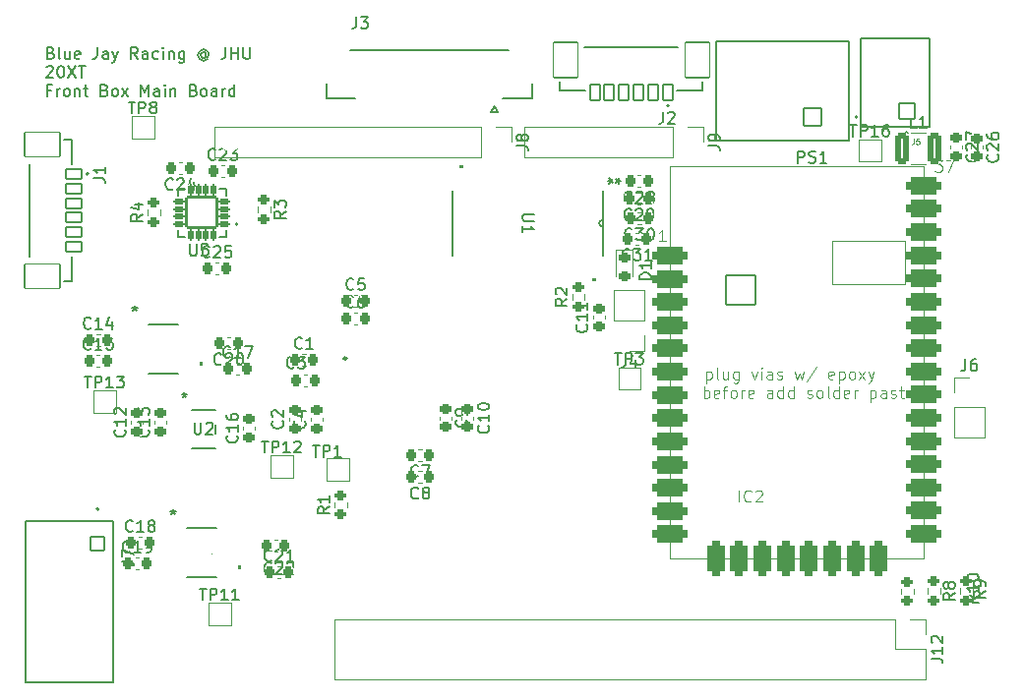
<source format=gto>
%TF.GenerationSoftware,KiCad,Pcbnew,7.0.7*%
%TF.CreationDate,2024-08-03T11:40:47-04:00*%
%TF.ProjectId,mainbox1.0,6d61696e-626f-4783-912e-302e6b696361,rev?*%
%TF.SameCoordinates,Original*%
%TF.FileFunction,Legend,Top*%
%TF.FilePolarity,Positive*%
%FSLAX46Y46*%
G04 Gerber Fmt 4.6, Leading zero omitted, Abs format (unit mm)*
G04 Created by KiCad (PCBNEW 7.0.7) date 2024-08-03 11:40:47*
%MOMM*%
%LPD*%
G01*
G04 APERTURE LIST*
G04 Aperture macros list*
%AMRoundRect*
0 Rectangle with rounded corners*
0 $1 Rounding radius*
0 $2 $3 $4 $5 $6 $7 $8 $9 X,Y pos of 4 corners*
0 Add a 4 corners polygon primitive as box body*
4,1,4,$2,$3,$4,$5,$6,$7,$8,$9,$2,$3,0*
0 Add four circle primitives for the rounded corners*
1,1,$1+$1,$2,$3*
1,1,$1+$1,$4,$5*
1,1,$1+$1,$6,$7*
1,1,$1+$1,$8,$9*
0 Add four rect primitives between the rounded corners*
20,1,$1+$1,$2,$3,$4,$5,0*
20,1,$1+$1,$4,$5,$6,$7,0*
20,1,$1+$1,$6,$7,$8,$9,0*
20,1,$1+$1,$8,$9,$2,$3,0*%
G04 Aperture macros list end*
%ADD10C,0.200000*%
%ADD11C,0.100000*%
%ADD12C,0.150000*%
%ADD13C,0.120000*%
%ADD14C,0.254000*%
%ADD15C,0.127000*%
%ADD16C,0.152400*%
%ADD17C,0.250000*%
%ADD18C,0.010000*%
%ADD19C,2.800000*%
%ADD20RoundRect,0.100000X-1.295000X-1.295000X1.295000X-1.295000X1.295000X1.295000X-1.295000X1.295000X0*%
%ADD21RoundRect,0.380000X-1.120000X-0.380000X1.120000X-0.380000X1.120000X0.380000X-1.120000X0.380000X0*%
%ADD22RoundRect,0.380000X0.380000X-1.120000X0.380000X1.120000X-0.380000X1.120000X-0.380000X-1.120000X0*%
%ADD23O,1.700000X1.700000*%
%ADD24R,1.700000X1.700000*%
%ADD25R,1.500000X1.500000*%
%ADD26RoundRect,0.225000X-0.225000X-0.250000X0.225000X-0.250000X0.225000X0.250000X-0.225000X0.250000X0*%
%ADD27RoundRect,0.142000X0.380000X0.120000X-0.380000X0.120000X-0.380000X-0.120000X0.380000X-0.120000X0*%
%ADD28RoundRect,0.142000X0.120000X0.380000X-0.120000X0.380000X-0.120000X-0.380000X0.120000X-0.380000X0*%
%ADD29RoundRect,0.102000X1.300000X1.300000X-1.300000X1.300000X-1.300000X-1.300000X1.300000X-1.300000X0*%
%ADD30RoundRect,0.200000X0.275000X-0.200000X0.275000X0.200000X-0.275000X0.200000X-0.275000X-0.200000X0*%
%ADD31RoundRect,0.250000X-0.375000X-1.075000X0.375000X-1.075000X0.375000X1.075000X-0.375000X1.075000X0*%
%ADD32R,1.003300X0.508000*%
%ADD33RoundRect,0.225000X0.225000X0.250000X-0.225000X0.250000X-0.225000X-0.250000X0.225000X-0.250000X0*%
%ADD34RoundRect,0.225000X0.250000X-0.225000X0.250000X0.225000X-0.250000X0.225000X-0.250000X-0.225000X0*%
%ADD35R,1.397000X0.279400*%
%ADD36R,1.651000X2.844800*%
%ADD37RoundRect,0.218750X-0.256250X0.218750X-0.256250X-0.218750X0.256250X-0.218750X0.256250X0.218750X0*%
%ADD38RoundRect,0.225000X-0.250000X0.225000X-0.250000X-0.225000X0.250000X-0.225000X0.250000X0.225000X0*%
%ADD39RoundRect,0.102000X0.654000X0.654000X-0.654000X0.654000X-0.654000X-0.654000X0.654000X-0.654000X0*%
%ADD40C,1.512000*%
%ADD41R,0.850000X0.300000*%
%ADD42R,0.300000X0.850000*%
%ADD43R,4.050000X4.050000*%
%ADD44RoundRect,0.102000X0.754000X0.754000X-0.754000X0.754000X-0.754000X-0.754000X0.754000X-0.754000X0*%
%ADD45C,1.712000*%
%ADD46R,0.558800X2.159000*%
%ADD47RoundRect,0.200000X-0.275000X0.200000X-0.275000X-0.200000X0.275000X-0.200000X0.275000X0.200000X0*%
%ADD48RoundRect,0.102000X-0.600000X0.600000X-0.600000X-0.600000X0.600000X-0.600000X0.600000X0.600000X0*%
%ADD49C,1.404000*%
%ADD50RoundRect,0.076200X1.050000X1.500000X-1.050000X1.500000X-1.050000X-1.500000X1.050000X-1.500000X0*%
%ADD51RoundRect,0.076200X0.400000X0.650000X-0.400000X0.650000X-0.400000X-0.650000X0.400000X-0.650000X0*%
%ADD52RoundRect,0.076200X-1.500000X1.050000X-1.500000X-1.050000X1.500000X-1.050000X1.500000X1.050000X0*%
%ADD53RoundRect,0.076200X-0.650000X0.400000X-0.650000X-0.400000X0.650000X-0.400000X0.650000X0.400000X0*%
G04 APERTURE END LIST*
D10*
X89349006Y-50733409D02*
X89491863Y-50781028D01*
X89491863Y-50781028D02*
X89539482Y-50828647D01*
X89539482Y-50828647D02*
X89587101Y-50923885D01*
X89587101Y-50923885D02*
X89587101Y-51066742D01*
X89587101Y-51066742D02*
X89539482Y-51161980D01*
X89539482Y-51161980D02*
X89491863Y-51209600D01*
X89491863Y-51209600D02*
X89396625Y-51257219D01*
X89396625Y-51257219D02*
X89015673Y-51257219D01*
X89015673Y-51257219D02*
X89015673Y-50257219D01*
X89015673Y-50257219D02*
X89349006Y-50257219D01*
X89349006Y-50257219D02*
X89444244Y-50304838D01*
X89444244Y-50304838D02*
X89491863Y-50352457D01*
X89491863Y-50352457D02*
X89539482Y-50447695D01*
X89539482Y-50447695D02*
X89539482Y-50542933D01*
X89539482Y-50542933D02*
X89491863Y-50638171D01*
X89491863Y-50638171D02*
X89444244Y-50685790D01*
X89444244Y-50685790D02*
X89349006Y-50733409D01*
X89349006Y-50733409D02*
X89015673Y-50733409D01*
X90158530Y-51257219D02*
X90063292Y-51209600D01*
X90063292Y-51209600D02*
X90015673Y-51114361D01*
X90015673Y-51114361D02*
X90015673Y-50257219D01*
X90968054Y-50590552D02*
X90968054Y-51257219D01*
X90539483Y-50590552D02*
X90539483Y-51114361D01*
X90539483Y-51114361D02*
X90587102Y-51209600D01*
X90587102Y-51209600D02*
X90682340Y-51257219D01*
X90682340Y-51257219D02*
X90825197Y-51257219D01*
X90825197Y-51257219D02*
X90920435Y-51209600D01*
X90920435Y-51209600D02*
X90968054Y-51161980D01*
X91825197Y-51209600D02*
X91729959Y-51257219D01*
X91729959Y-51257219D02*
X91539483Y-51257219D01*
X91539483Y-51257219D02*
X91444245Y-51209600D01*
X91444245Y-51209600D02*
X91396626Y-51114361D01*
X91396626Y-51114361D02*
X91396626Y-50733409D01*
X91396626Y-50733409D02*
X91444245Y-50638171D01*
X91444245Y-50638171D02*
X91539483Y-50590552D01*
X91539483Y-50590552D02*
X91729959Y-50590552D01*
X91729959Y-50590552D02*
X91825197Y-50638171D01*
X91825197Y-50638171D02*
X91872816Y-50733409D01*
X91872816Y-50733409D02*
X91872816Y-50828647D01*
X91872816Y-50828647D02*
X91396626Y-50923885D01*
X93349007Y-50257219D02*
X93349007Y-50971504D01*
X93349007Y-50971504D02*
X93301388Y-51114361D01*
X93301388Y-51114361D02*
X93206150Y-51209600D01*
X93206150Y-51209600D02*
X93063293Y-51257219D01*
X93063293Y-51257219D02*
X92968055Y-51257219D01*
X94253769Y-51257219D02*
X94253769Y-50733409D01*
X94253769Y-50733409D02*
X94206150Y-50638171D01*
X94206150Y-50638171D02*
X94110912Y-50590552D01*
X94110912Y-50590552D02*
X93920436Y-50590552D01*
X93920436Y-50590552D02*
X93825198Y-50638171D01*
X94253769Y-51209600D02*
X94158531Y-51257219D01*
X94158531Y-51257219D02*
X93920436Y-51257219D01*
X93920436Y-51257219D02*
X93825198Y-51209600D01*
X93825198Y-51209600D02*
X93777579Y-51114361D01*
X93777579Y-51114361D02*
X93777579Y-51019123D01*
X93777579Y-51019123D02*
X93825198Y-50923885D01*
X93825198Y-50923885D02*
X93920436Y-50876266D01*
X93920436Y-50876266D02*
X94158531Y-50876266D01*
X94158531Y-50876266D02*
X94253769Y-50828647D01*
X94634722Y-50590552D02*
X94872817Y-51257219D01*
X95110912Y-50590552D02*
X94872817Y-51257219D01*
X94872817Y-51257219D02*
X94777579Y-51495314D01*
X94777579Y-51495314D02*
X94729960Y-51542933D01*
X94729960Y-51542933D02*
X94634722Y-51590552D01*
X96825198Y-51257219D02*
X96491865Y-50781028D01*
X96253770Y-51257219D02*
X96253770Y-50257219D01*
X96253770Y-50257219D02*
X96634722Y-50257219D01*
X96634722Y-50257219D02*
X96729960Y-50304838D01*
X96729960Y-50304838D02*
X96777579Y-50352457D01*
X96777579Y-50352457D02*
X96825198Y-50447695D01*
X96825198Y-50447695D02*
X96825198Y-50590552D01*
X96825198Y-50590552D02*
X96777579Y-50685790D01*
X96777579Y-50685790D02*
X96729960Y-50733409D01*
X96729960Y-50733409D02*
X96634722Y-50781028D01*
X96634722Y-50781028D02*
X96253770Y-50781028D01*
X97682341Y-51257219D02*
X97682341Y-50733409D01*
X97682341Y-50733409D02*
X97634722Y-50638171D01*
X97634722Y-50638171D02*
X97539484Y-50590552D01*
X97539484Y-50590552D02*
X97349008Y-50590552D01*
X97349008Y-50590552D02*
X97253770Y-50638171D01*
X97682341Y-51209600D02*
X97587103Y-51257219D01*
X97587103Y-51257219D02*
X97349008Y-51257219D01*
X97349008Y-51257219D02*
X97253770Y-51209600D01*
X97253770Y-51209600D02*
X97206151Y-51114361D01*
X97206151Y-51114361D02*
X97206151Y-51019123D01*
X97206151Y-51019123D02*
X97253770Y-50923885D01*
X97253770Y-50923885D02*
X97349008Y-50876266D01*
X97349008Y-50876266D02*
X97587103Y-50876266D01*
X97587103Y-50876266D02*
X97682341Y-50828647D01*
X98587103Y-51209600D02*
X98491865Y-51257219D01*
X98491865Y-51257219D02*
X98301389Y-51257219D01*
X98301389Y-51257219D02*
X98206151Y-51209600D01*
X98206151Y-51209600D02*
X98158532Y-51161980D01*
X98158532Y-51161980D02*
X98110913Y-51066742D01*
X98110913Y-51066742D02*
X98110913Y-50781028D01*
X98110913Y-50781028D02*
X98158532Y-50685790D01*
X98158532Y-50685790D02*
X98206151Y-50638171D01*
X98206151Y-50638171D02*
X98301389Y-50590552D01*
X98301389Y-50590552D02*
X98491865Y-50590552D01*
X98491865Y-50590552D02*
X98587103Y-50638171D01*
X99015675Y-51257219D02*
X99015675Y-50590552D01*
X99015675Y-50257219D02*
X98968056Y-50304838D01*
X98968056Y-50304838D02*
X99015675Y-50352457D01*
X99015675Y-50352457D02*
X99063294Y-50304838D01*
X99063294Y-50304838D02*
X99015675Y-50257219D01*
X99015675Y-50257219D02*
X99015675Y-50352457D01*
X99491865Y-50590552D02*
X99491865Y-51257219D01*
X99491865Y-50685790D02*
X99539484Y-50638171D01*
X99539484Y-50638171D02*
X99634722Y-50590552D01*
X99634722Y-50590552D02*
X99777579Y-50590552D01*
X99777579Y-50590552D02*
X99872817Y-50638171D01*
X99872817Y-50638171D02*
X99920436Y-50733409D01*
X99920436Y-50733409D02*
X99920436Y-51257219D01*
X100825198Y-50590552D02*
X100825198Y-51400076D01*
X100825198Y-51400076D02*
X100777579Y-51495314D01*
X100777579Y-51495314D02*
X100729960Y-51542933D01*
X100729960Y-51542933D02*
X100634722Y-51590552D01*
X100634722Y-51590552D02*
X100491865Y-51590552D01*
X100491865Y-51590552D02*
X100396627Y-51542933D01*
X100825198Y-51209600D02*
X100729960Y-51257219D01*
X100729960Y-51257219D02*
X100539484Y-51257219D01*
X100539484Y-51257219D02*
X100444246Y-51209600D01*
X100444246Y-51209600D02*
X100396627Y-51161980D01*
X100396627Y-51161980D02*
X100349008Y-51066742D01*
X100349008Y-51066742D02*
X100349008Y-50781028D01*
X100349008Y-50781028D02*
X100396627Y-50685790D01*
X100396627Y-50685790D02*
X100444246Y-50638171D01*
X100444246Y-50638171D02*
X100539484Y-50590552D01*
X100539484Y-50590552D02*
X100729960Y-50590552D01*
X100729960Y-50590552D02*
X100825198Y-50638171D01*
X102682341Y-50781028D02*
X102634722Y-50733409D01*
X102634722Y-50733409D02*
X102539484Y-50685790D01*
X102539484Y-50685790D02*
X102444246Y-50685790D01*
X102444246Y-50685790D02*
X102349008Y-50733409D01*
X102349008Y-50733409D02*
X102301389Y-50781028D01*
X102301389Y-50781028D02*
X102253770Y-50876266D01*
X102253770Y-50876266D02*
X102253770Y-50971504D01*
X102253770Y-50971504D02*
X102301389Y-51066742D01*
X102301389Y-51066742D02*
X102349008Y-51114361D01*
X102349008Y-51114361D02*
X102444246Y-51161980D01*
X102444246Y-51161980D02*
X102539484Y-51161980D01*
X102539484Y-51161980D02*
X102634722Y-51114361D01*
X102634722Y-51114361D02*
X102682341Y-51066742D01*
X102682341Y-50685790D02*
X102682341Y-51066742D01*
X102682341Y-51066742D02*
X102729960Y-51114361D01*
X102729960Y-51114361D02*
X102777579Y-51114361D01*
X102777579Y-51114361D02*
X102872818Y-51066742D01*
X102872818Y-51066742D02*
X102920437Y-50971504D01*
X102920437Y-50971504D02*
X102920437Y-50733409D01*
X102920437Y-50733409D02*
X102825199Y-50590552D01*
X102825199Y-50590552D02*
X102682341Y-50495314D01*
X102682341Y-50495314D02*
X102491865Y-50447695D01*
X102491865Y-50447695D02*
X102301389Y-50495314D01*
X102301389Y-50495314D02*
X102158532Y-50590552D01*
X102158532Y-50590552D02*
X102063294Y-50733409D01*
X102063294Y-50733409D02*
X102015675Y-50923885D01*
X102015675Y-50923885D02*
X102063294Y-51114361D01*
X102063294Y-51114361D02*
X102158532Y-51257219D01*
X102158532Y-51257219D02*
X102301389Y-51352457D01*
X102301389Y-51352457D02*
X102491865Y-51400076D01*
X102491865Y-51400076D02*
X102682341Y-51352457D01*
X102682341Y-51352457D02*
X102825199Y-51257219D01*
X104396627Y-50257219D02*
X104396627Y-50971504D01*
X104396627Y-50971504D02*
X104349008Y-51114361D01*
X104349008Y-51114361D02*
X104253770Y-51209600D01*
X104253770Y-51209600D02*
X104110913Y-51257219D01*
X104110913Y-51257219D02*
X104015675Y-51257219D01*
X104872818Y-51257219D02*
X104872818Y-50257219D01*
X104872818Y-50733409D02*
X105444246Y-50733409D01*
X105444246Y-51257219D02*
X105444246Y-50257219D01*
X105920437Y-50257219D02*
X105920437Y-51066742D01*
X105920437Y-51066742D02*
X105968056Y-51161980D01*
X105968056Y-51161980D02*
X106015675Y-51209600D01*
X106015675Y-51209600D02*
X106110913Y-51257219D01*
X106110913Y-51257219D02*
X106301389Y-51257219D01*
X106301389Y-51257219D02*
X106396627Y-51209600D01*
X106396627Y-51209600D02*
X106444246Y-51161980D01*
X106444246Y-51161980D02*
X106491865Y-51066742D01*
X106491865Y-51066742D02*
X106491865Y-50257219D01*
X88968054Y-51962457D02*
X89015673Y-51914838D01*
X89015673Y-51914838D02*
X89110911Y-51867219D01*
X89110911Y-51867219D02*
X89349006Y-51867219D01*
X89349006Y-51867219D02*
X89444244Y-51914838D01*
X89444244Y-51914838D02*
X89491863Y-51962457D01*
X89491863Y-51962457D02*
X89539482Y-52057695D01*
X89539482Y-52057695D02*
X89539482Y-52152933D01*
X89539482Y-52152933D02*
X89491863Y-52295790D01*
X89491863Y-52295790D02*
X88920435Y-52867219D01*
X88920435Y-52867219D02*
X89539482Y-52867219D01*
X90158530Y-51867219D02*
X90253768Y-51867219D01*
X90253768Y-51867219D02*
X90349006Y-51914838D01*
X90349006Y-51914838D02*
X90396625Y-51962457D01*
X90396625Y-51962457D02*
X90444244Y-52057695D01*
X90444244Y-52057695D02*
X90491863Y-52248171D01*
X90491863Y-52248171D02*
X90491863Y-52486266D01*
X90491863Y-52486266D02*
X90444244Y-52676742D01*
X90444244Y-52676742D02*
X90396625Y-52771980D01*
X90396625Y-52771980D02*
X90349006Y-52819600D01*
X90349006Y-52819600D02*
X90253768Y-52867219D01*
X90253768Y-52867219D02*
X90158530Y-52867219D01*
X90158530Y-52867219D02*
X90063292Y-52819600D01*
X90063292Y-52819600D02*
X90015673Y-52771980D01*
X90015673Y-52771980D02*
X89968054Y-52676742D01*
X89968054Y-52676742D02*
X89920435Y-52486266D01*
X89920435Y-52486266D02*
X89920435Y-52248171D01*
X89920435Y-52248171D02*
X89968054Y-52057695D01*
X89968054Y-52057695D02*
X90015673Y-51962457D01*
X90015673Y-51962457D02*
X90063292Y-51914838D01*
X90063292Y-51914838D02*
X90158530Y-51867219D01*
X90825197Y-51867219D02*
X91491863Y-52867219D01*
X91491863Y-51867219D02*
X90825197Y-52867219D01*
X91729959Y-51867219D02*
X92301387Y-51867219D01*
X92015673Y-52867219D02*
X92015673Y-51867219D01*
X89349006Y-53953409D02*
X89015673Y-53953409D01*
X89015673Y-54477219D02*
X89015673Y-53477219D01*
X89015673Y-53477219D02*
X89491863Y-53477219D01*
X89872816Y-54477219D02*
X89872816Y-53810552D01*
X89872816Y-54001028D02*
X89920435Y-53905790D01*
X89920435Y-53905790D02*
X89968054Y-53858171D01*
X89968054Y-53858171D02*
X90063292Y-53810552D01*
X90063292Y-53810552D02*
X90158530Y-53810552D01*
X90634721Y-54477219D02*
X90539483Y-54429600D01*
X90539483Y-54429600D02*
X90491864Y-54381980D01*
X90491864Y-54381980D02*
X90444245Y-54286742D01*
X90444245Y-54286742D02*
X90444245Y-54001028D01*
X90444245Y-54001028D02*
X90491864Y-53905790D01*
X90491864Y-53905790D02*
X90539483Y-53858171D01*
X90539483Y-53858171D02*
X90634721Y-53810552D01*
X90634721Y-53810552D02*
X90777578Y-53810552D01*
X90777578Y-53810552D02*
X90872816Y-53858171D01*
X90872816Y-53858171D02*
X90920435Y-53905790D01*
X90920435Y-53905790D02*
X90968054Y-54001028D01*
X90968054Y-54001028D02*
X90968054Y-54286742D01*
X90968054Y-54286742D02*
X90920435Y-54381980D01*
X90920435Y-54381980D02*
X90872816Y-54429600D01*
X90872816Y-54429600D02*
X90777578Y-54477219D01*
X90777578Y-54477219D02*
X90634721Y-54477219D01*
X91396626Y-53810552D02*
X91396626Y-54477219D01*
X91396626Y-53905790D02*
X91444245Y-53858171D01*
X91444245Y-53858171D02*
X91539483Y-53810552D01*
X91539483Y-53810552D02*
X91682340Y-53810552D01*
X91682340Y-53810552D02*
X91777578Y-53858171D01*
X91777578Y-53858171D02*
X91825197Y-53953409D01*
X91825197Y-53953409D02*
X91825197Y-54477219D01*
X92158531Y-53810552D02*
X92539483Y-53810552D01*
X92301388Y-53477219D02*
X92301388Y-54334361D01*
X92301388Y-54334361D02*
X92349007Y-54429600D01*
X92349007Y-54429600D02*
X92444245Y-54477219D01*
X92444245Y-54477219D02*
X92539483Y-54477219D01*
X93968055Y-53953409D02*
X94110912Y-54001028D01*
X94110912Y-54001028D02*
X94158531Y-54048647D01*
X94158531Y-54048647D02*
X94206150Y-54143885D01*
X94206150Y-54143885D02*
X94206150Y-54286742D01*
X94206150Y-54286742D02*
X94158531Y-54381980D01*
X94158531Y-54381980D02*
X94110912Y-54429600D01*
X94110912Y-54429600D02*
X94015674Y-54477219D01*
X94015674Y-54477219D02*
X93634722Y-54477219D01*
X93634722Y-54477219D02*
X93634722Y-53477219D01*
X93634722Y-53477219D02*
X93968055Y-53477219D01*
X93968055Y-53477219D02*
X94063293Y-53524838D01*
X94063293Y-53524838D02*
X94110912Y-53572457D01*
X94110912Y-53572457D02*
X94158531Y-53667695D01*
X94158531Y-53667695D02*
X94158531Y-53762933D01*
X94158531Y-53762933D02*
X94110912Y-53858171D01*
X94110912Y-53858171D02*
X94063293Y-53905790D01*
X94063293Y-53905790D02*
X93968055Y-53953409D01*
X93968055Y-53953409D02*
X93634722Y-53953409D01*
X94777579Y-54477219D02*
X94682341Y-54429600D01*
X94682341Y-54429600D02*
X94634722Y-54381980D01*
X94634722Y-54381980D02*
X94587103Y-54286742D01*
X94587103Y-54286742D02*
X94587103Y-54001028D01*
X94587103Y-54001028D02*
X94634722Y-53905790D01*
X94634722Y-53905790D02*
X94682341Y-53858171D01*
X94682341Y-53858171D02*
X94777579Y-53810552D01*
X94777579Y-53810552D02*
X94920436Y-53810552D01*
X94920436Y-53810552D02*
X95015674Y-53858171D01*
X95015674Y-53858171D02*
X95063293Y-53905790D01*
X95063293Y-53905790D02*
X95110912Y-54001028D01*
X95110912Y-54001028D02*
X95110912Y-54286742D01*
X95110912Y-54286742D02*
X95063293Y-54381980D01*
X95063293Y-54381980D02*
X95015674Y-54429600D01*
X95015674Y-54429600D02*
X94920436Y-54477219D01*
X94920436Y-54477219D02*
X94777579Y-54477219D01*
X95444246Y-54477219D02*
X95968055Y-53810552D01*
X95444246Y-53810552D02*
X95968055Y-54477219D01*
X97110913Y-54477219D02*
X97110913Y-53477219D01*
X97110913Y-53477219D02*
X97444246Y-54191504D01*
X97444246Y-54191504D02*
X97777579Y-53477219D01*
X97777579Y-53477219D02*
X97777579Y-54477219D01*
X98682341Y-54477219D02*
X98682341Y-53953409D01*
X98682341Y-53953409D02*
X98634722Y-53858171D01*
X98634722Y-53858171D02*
X98539484Y-53810552D01*
X98539484Y-53810552D02*
X98349008Y-53810552D01*
X98349008Y-53810552D02*
X98253770Y-53858171D01*
X98682341Y-54429600D02*
X98587103Y-54477219D01*
X98587103Y-54477219D02*
X98349008Y-54477219D01*
X98349008Y-54477219D02*
X98253770Y-54429600D01*
X98253770Y-54429600D02*
X98206151Y-54334361D01*
X98206151Y-54334361D02*
X98206151Y-54239123D01*
X98206151Y-54239123D02*
X98253770Y-54143885D01*
X98253770Y-54143885D02*
X98349008Y-54096266D01*
X98349008Y-54096266D02*
X98587103Y-54096266D01*
X98587103Y-54096266D02*
X98682341Y-54048647D01*
X99158532Y-54477219D02*
X99158532Y-53810552D01*
X99158532Y-53477219D02*
X99110913Y-53524838D01*
X99110913Y-53524838D02*
X99158532Y-53572457D01*
X99158532Y-53572457D02*
X99206151Y-53524838D01*
X99206151Y-53524838D02*
X99158532Y-53477219D01*
X99158532Y-53477219D02*
X99158532Y-53572457D01*
X99634722Y-53810552D02*
X99634722Y-54477219D01*
X99634722Y-53905790D02*
X99682341Y-53858171D01*
X99682341Y-53858171D02*
X99777579Y-53810552D01*
X99777579Y-53810552D02*
X99920436Y-53810552D01*
X99920436Y-53810552D02*
X100015674Y-53858171D01*
X100015674Y-53858171D02*
X100063293Y-53953409D01*
X100063293Y-53953409D02*
X100063293Y-54477219D01*
X101634722Y-53953409D02*
X101777579Y-54001028D01*
X101777579Y-54001028D02*
X101825198Y-54048647D01*
X101825198Y-54048647D02*
X101872817Y-54143885D01*
X101872817Y-54143885D02*
X101872817Y-54286742D01*
X101872817Y-54286742D02*
X101825198Y-54381980D01*
X101825198Y-54381980D02*
X101777579Y-54429600D01*
X101777579Y-54429600D02*
X101682341Y-54477219D01*
X101682341Y-54477219D02*
X101301389Y-54477219D01*
X101301389Y-54477219D02*
X101301389Y-53477219D01*
X101301389Y-53477219D02*
X101634722Y-53477219D01*
X101634722Y-53477219D02*
X101729960Y-53524838D01*
X101729960Y-53524838D02*
X101777579Y-53572457D01*
X101777579Y-53572457D02*
X101825198Y-53667695D01*
X101825198Y-53667695D02*
X101825198Y-53762933D01*
X101825198Y-53762933D02*
X101777579Y-53858171D01*
X101777579Y-53858171D02*
X101729960Y-53905790D01*
X101729960Y-53905790D02*
X101634722Y-53953409D01*
X101634722Y-53953409D02*
X101301389Y-53953409D01*
X102444246Y-54477219D02*
X102349008Y-54429600D01*
X102349008Y-54429600D02*
X102301389Y-54381980D01*
X102301389Y-54381980D02*
X102253770Y-54286742D01*
X102253770Y-54286742D02*
X102253770Y-54001028D01*
X102253770Y-54001028D02*
X102301389Y-53905790D01*
X102301389Y-53905790D02*
X102349008Y-53858171D01*
X102349008Y-53858171D02*
X102444246Y-53810552D01*
X102444246Y-53810552D02*
X102587103Y-53810552D01*
X102587103Y-53810552D02*
X102682341Y-53858171D01*
X102682341Y-53858171D02*
X102729960Y-53905790D01*
X102729960Y-53905790D02*
X102777579Y-54001028D01*
X102777579Y-54001028D02*
X102777579Y-54286742D01*
X102777579Y-54286742D02*
X102729960Y-54381980D01*
X102729960Y-54381980D02*
X102682341Y-54429600D01*
X102682341Y-54429600D02*
X102587103Y-54477219D01*
X102587103Y-54477219D02*
X102444246Y-54477219D01*
X103634722Y-54477219D02*
X103634722Y-53953409D01*
X103634722Y-53953409D02*
X103587103Y-53858171D01*
X103587103Y-53858171D02*
X103491865Y-53810552D01*
X103491865Y-53810552D02*
X103301389Y-53810552D01*
X103301389Y-53810552D02*
X103206151Y-53858171D01*
X103634722Y-54429600D02*
X103539484Y-54477219D01*
X103539484Y-54477219D02*
X103301389Y-54477219D01*
X103301389Y-54477219D02*
X103206151Y-54429600D01*
X103206151Y-54429600D02*
X103158532Y-54334361D01*
X103158532Y-54334361D02*
X103158532Y-54239123D01*
X103158532Y-54239123D02*
X103206151Y-54143885D01*
X103206151Y-54143885D02*
X103301389Y-54096266D01*
X103301389Y-54096266D02*
X103539484Y-54096266D01*
X103539484Y-54096266D02*
X103634722Y-54048647D01*
X104110913Y-54477219D02*
X104110913Y-53810552D01*
X104110913Y-54001028D02*
X104158532Y-53905790D01*
X104158532Y-53905790D02*
X104206151Y-53858171D01*
X104206151Y-53858171D02*
X104301389Y-53810552D01*
X104301389Y-53810552D02*
X104396627Y-53810552D01*
X105158532Y-54477219D02*
X105158532Y-53477219D01*
X105158532Y-54429600D02*
X105063294Y-54477219D01*
X105063294Y-54477219D02*
X104872818Y-54477219D01*
X104872818Y-54477219D02*
X104777580Y-54429600D01*
X104777580Y-54429600D02*
X104729961Y-54381980D01*
X104729961Y-54381980D02*
X104682342Y-54286742D01*
X104682342Y-54286742D02*
X104682342Y-54001028D01*
X104682342Y-54001028D02*
X104729961Y-53905790D01*
X104729961Y-53905790D02*
X104777580Y-53858171D01*
X104777580Y-53858171D02*
X104872818Y-53810552D01*
X104872818Y-53810552D02*
X105063294Y-53810552D01*
X105063294Y-53810552D02*
X105158532Y-53858171D01*
D11*
X148573810Y-89409419D02*
X148573810Y-88409419D01*
X149621428Y-89314180D02*
X149573809Y-89361800D01*
X149573809Y-89361800D02*
X149430952Y-89409419D01*
X149430952Y-89409419D02*
X149335714Y-89409419D01*
X149335714Y-89409419D02*
X149192857Y-89361800D01*
X149192857Y-89361800D02*
X149097619Y-89266561D01*
X149097619Y-89266561D02*
X149050000Y-89171323D01*
X149050000Y-89171323D02*
X149002381Y-88980847D01*
X149002381Y-88980847D02*
X149002381Y-88837990D01*
X149002381Y-88837990D02*
X149050000Y-88647514D01*
X149050000Y-88647514D02*
X149097619Y-88552276D01*
X149097619Y-88552276D02*
X149192857Y-88457038D01*
X149192857Y-88457038D02*
X149335714Y-88409419D01*
X149335714Y-88409419D02*
X149430952Y-88409419D01*
X149430952Y-88409419D02*
X149573809Y-88457038D01*
X149573809Y-88457038D02*
X149621428Y-88504657D01*
X150002381Y-88504657D02*
X150050000Y-88457038D01*
X150050000Y-88457038D02*
X150145238Y-88409419D01*
X150145238Y-88409419D02*
X150383333Y-88409419D01*
X150383333Y-88409419D02*
X150478571Y-88457038D01*
X150478571Y-88457038D02*
X150526190Y-88504657D01*
X150526190Y-88504657D02*
X150573809Y-88599895D01*
X150573809Y-88599895D02*
X150573809Y-88695133D01*
X150573809Y-88695133D02*
X150526190Y-88837990D01*
X150526190Y-88837990D02*
X149954762Y-89409419D01*
X149954762Y-89409419D02*
X150573809Y-89409419D01*
X145554484Y-80452219D02*
X145554484Y-79452219D01*
X145554484Y-79833171D02*
X145649722Y-79785552D01*
X145649722Y-79785552D02*
X145840198Y-79785552D01*
X145840198Y-79785552D02*
X145935436Y-79833171D01*
X145935436Y-79833171D02*
X145983055Y-79880790D01*
X145983055Y-79880790D02*
X146030674Y-79976028D01*
X146030674Y-79976028D02*
X146030674Y-80261742D01*
X146030674Y-80261742D02*
X145983055Y-80356980D01*
X145983055Y-80356980D02*
X145935436Y-80404600D01*
X145935436Y-80404600D02*
X145840198Y-80452219D01*
X145840198Y-80452219D02*
X145649722Y-80452219D01*
X145649722Y-80452219D02*
X145554484Y-80404600D01*
X146840198Y-80404600D02*
X146744960Y-80452219D01*
X146744960Y-80452219D02*
X146554484Y-80452219D01*
X146554484Y-80452219D02*
X146459246Y-80404600D01*
X146459246Y-80404600D02*
X146411627Y-80309361D01*
X146411627Y-80309361D02*
X146411627Y-79928409D01*
X146411627Y-79928409D02*
X146459246Y-79833171D01*
X146459246Y-79833171D02*
X146554484Y-79785552D01*
X146554484Y-79785552D02*
X146744960Y-79785552D01*
X146744960Y-79785552D02*
X146840198Y-79833171D01*
X146840198Y-79833171D02*
X146887817Y-79928409D01*
X146887817Y-79928409D02*
X146887817Y-80023647D01*
X146887817Y-80023647D02*
X146411627Y-80118885D01*
X147173532Y-79785552D02*
X147554484Y-79785552D01*
X147316389Y-80452219D02*
X147316389Y-79595076D01*
X147316389Y-79595076D02*
X147364008Y-79499838D01*
X147364008Y-79499838D02*
X147459246Y-79452219D01*
X147459246Y-79452219D02*
X147554484Y-79452219D01*
X148030675Y-80452219D02*
X147935437Y-80404600D01*
X147935437Y-80404600D02*
X147887818Y-80356980D01*
X147887818Y-80356980D02*
X147840199Y-80261742D01*
X147840199Y-80261742D02*
X147840199Y-79976028D01*
X147840199Y-79976028D02*
X147887818Y-79880790D01*
X147887818Y-79880790D02*
X147935437Y-79833171D01*
X147935437Y-79833171D02*
X148030675Y-79785552D01*
X148030675Y-79785552D02*
X148173532Y-79785552D01*
X148173532Y-79785552D02*
X148268770Y-79833171D01*
X148268770Y-79833171D02*
X148316389Y-79880790D01*
X148316389Y-79880790D02*
X148364008Y-79976028D01*
X148364008Y-79976028D02*
X148364008Y-80261742D01*
X148364008Y-80261742D02*
X148316389Y-80356980D01*
X148316389Y-80356980D02*
X148268770Y-80404600D01*
X148268770Y-80404600D02*
X148173532Y-80452219D01*
X148173532Y-80452219D02*
X148030675Y-80452219D01*
X148792580Y-80452219D02*
X148792580Y-79785552D01*
X148792580Y-79976028D02*
X148840199Y-79880790D01*
X148840199Y-79880790D02*
X148887818Y-79833171D01*
X148887818Y-79833171D02*
X148983056Y-79785552D01*
X148983056Y-79785552D02*
X149078294Y-79785552D01*
X149792580Y-80404600D02*
X149697342Y-80452219D01*
X149697342Y-80452219D02*
X149506866Y-80452219D01*
X149506866Y-80452219D02*
X149411628Y-80404600D01*
X149411628Y-80404600D02*
X149364009Y-80309361D01*
X149364009Y-80309361D02*
X149364009Y-79928409D01*
X149364009Y-79928409D02*
X149411628Y-79833171D01*
X149411628Y-79833171D02*
X149506866Y-79785552D01*
X149506866Y-79785552D02*
X149697342Y-79785552D01*
X149697342Y-79785552D02*
X149792580Y-79833171D01*
X149792580Y-79833171D02*
X149840199Y-79928409D01*
X149840199Y-79928409D02*
X149840199Y-80023647D01*
X149840199Y-80023647D02*
X149364009Y-80118885D01*
X151459247Y-80452219D02*
X151459247Y-79928409D01*
X151459247Y-79928409D02*
X151411628Y-79833171D01*
X151411628Y-79833171D02*
X151316390Y-79785552D01*
X151316390Y-79785552D02*
X151125914Y-79785552D01*
X151125914Y-79785552D02*
X151030676Y-79833171D01*
X151459247Y-80404600D02*
X151364009Y-80452219D01*
X151364009Y-80452219D02*
X151125914Y-80452219D01*
X151125914Y-80452219D02*
X151030676Y-80404600D01*
X151030676Y-80404600D02*
X150983057Y-80309361D01*
X150983057Y-80309361D02*
X150983057Y-80214123D01*
X150983057Y-80214123D02*
X151030676Y-80118885D01*
X151030676Y-80118885D02*
X151125914Y-80071266D01*
X151125914Y-80071266D02*
X151364009Y-80071266D01*
X151364009Y-80071266D02*
X151459247Y-80023647D01*
X152364009Y-80452219D02*
X152364009Y-79452219D01*
X152364009Y-80404600D02*
X152268771Y-80452219D01*
X152268771Y-80452219D02*
X152078295Y-80452219D01*
X152078295Y-80452219D02*
X151983057Y-80404600D01*
X151983057Y-80404600D02*
X151935438Y-80356980D01*
X151935438Y-80356980D02*
X151887819Y-80261742D01*
X151887819Y-80261742D02*
X151887819Y-79976028D01*
X151887819Y-79976028D02*
X151935438Y-79880790D01*
X151935438Y-79880790D02*
X151983057Y-79833171D01*
X151983057Y-79833171D02*
X152078295Y-79785552D01*
X152078295Y-79785552D02*
X152268771Y-79785552D01*
X152268771Y-79785552D02*
X152364009Y-79833171D01*
X153268771Y-80452219D02*
X153268771Y-79452219D01*
X153268771Y-80404600D02*
X153173533Y-80452219D01*
X153173533Y-80452219D02*
X152983057Y-80452219D01*
X152983057Y-80452219D02*
X152887819Y-80404600D01*
X152887819Y-80404600D02*
X152840200Y-80356980D01*
X152840200Y-80356980D02*
X152792581Y-80261742D01*
X152792581Y-80261742D02*
X152792581Y-79976028D01*
X152792581Y-79976028D02*
X152840200Y-79880790D01*
X152840200Y-79880790D02*
X152887819Y-79833171D01*
X152887819Y-79833171D02*
X152983057Y-79785552D01*
X152983057Y-79785552D02*
X153173533Y-79785552D01*
X153173533Y-79785552D02*
X153268771Y-79833171D01*
X154459248Y-80404600D02*
X154554486Y-80452219D01*
X154554486Y-80452219D02*
X154744962Y-80452219D01*
X154744962Y-80452219D02*
X154840200Y-80404600D01*
X154840200Y-80404600D02*
X154887819Y-80309361D01*
X154887819Y-80309361D02*
X154887819Y-80261742D01*
X154887819Y-80261742D02*
X154840200Y-80166504D01*
X154840200Y-80166504D02*
X154744962Y-80118885D01*
X154744962Y-80118885D02*
X154602105Y-80118885D01*
X154602105Y-80118885D02*
X154506867Y-80071266D01*
X154506867Y-80071266D02*
X154459248Y-79976028D01*
X154459248Y-79976028D02*
X154459248Y-79928409D01*
X154459248Y-79928409D02*
X154506867Y-79833171D01*
X154506867Y-79833171D02*
X154602105Y-79785552D01*
X154602105Y-79785552D02*
X154744962Y-79785552D01*
X154744962Y-79785552D02*
X154840200Y-79833171D01*
X155459248Y-80452219D02*
X155364010Y-80404600D01*
X155364010Y-80404600D02*
X155316391Y-80356980D01*
X155316391Y-80356980D02*
X155268772Y-80261742D01*
X155268772Y-80261742D02*
X155268772Y-79976028D01*
X155268772Y-79976028D02*
X155316391Y-79880790D01*
X155316391Y-79880790D02*
X155364010Y-79833171D01*
X155364010Y-79833171D02*
X155459248Y-79785552D01*
X155459248Y-79785552D02*
X155602105Y-79785552D01*
X155602105Y-79785552D02*
X155697343Y-79833171D01*
X155697343Y-79833171D02*
X155744962Y-79880790D01*
X155744962Y-79880790D02*
X155792581Y-79976028D01*
X155792581Y-79976028D02*
X155792581Y-80261742D01*
X155792581Y-80261742D02*
X155744962Y-80356980D01*
X155744962Y-80356980D02*
X155697343Y-80404600D01*
X155697343Y-80404600D02*
X155602105Y-80452219D01*
X155602105Y-80452219D02*
X155459248Y-80452219D01*
X156364010Y-80452219D02*
X156268772Y-80404600D01*
X156268772Y-80404600D02*
X156221153Y-80309361D01*
X156221153Y-80309361D02*
X156221153Y-79452219D01*
X157173534Y-80452219D02*
X157173534Y-79452219D01*
X157173534Y-80404600D02*
X157078296Y-80452219D01*
X157078296Y-80452219D02*
X156887820Y-80452219D01*
X156887820Y-80452219D02*
X156792582Y-80404600D01*
X156792582Y-80404600D02*
X156744963Y-80356980D01*
X156744963Y-80356980D02*
X156697344Y-80261742D01*
X156697344Y-80261742D02*
X156697344Y-79976028D01*
X156697344Y-79976028D02*
X156744963Y-79880790D01*
X156744963Y-79880790D02*
X156792582Y-79833171D01*
X156792582Y-79833171D02*
X156887820Y-79785552D01*
X156887820Y-79785552D02*
X157078296Y-79785552D01*
X157078296Y-79785552D02*
X157173534Y-79833171D01*
X158030677Y-80404600D02*
X157935439Y-80452219D01*
X157935439Y-80452219D02*
X157744963Y-80452219D01*
X157744963Y-80452219D02*
X157649725Y-80404600D01*
X157649725Y-80404600D02*
X157602106Y-80309361D01*
X157602106Y-80309361D02*
X157602106Y-79928409D01*
X157602106Y-79928409D02*
X157649725Y-79833171D01*
X157649725Y-79833171D02*
X157744963Y-79785552D01*
X157744963Y-79785552D02*
X157935439Y-79785552D01*
X157935439Y-79785552D02*
X158030677Y-79833171D01*
X158030677Y-79833171D02*
X158078296Y-79928409D01*
X158078296Y-79928409D02*
X158078296Y-80023647D01*
X158078296Y-80023647D02*
X157602106Y-80118885D01*
X158506868Y-80452219D02*
X158506868Y-79785552D01*
X158506868Y-79976028D02*
X158554487Y-79880790D01*
X158554487Y-79880790D02*
X158602106Y-79833171D01*
X158602106Y-79833171D02*
X158697344Y-79785552D01*
X158697344Y-79785552D02*
X158792582Y-79785552D01*
X159887821Y-79785552D02*
X159887821Y-80785552D01*
X159887821Y-79833171D02*
X159983059Y-79785552D01*
X159983059Y-79785552D02*
X160173535Y-79785552D01*
X160173535Y-79785552D02*
X160268773Y-79833171D01*
X160268773Y-79833171D02*
X160316392Y-79880790D01*
X160316392Y-79880790D02*
X160364011Y-79976028D01*
X160364011Y-79976028D02*
X160364011Y-80261742D01*
X160364011Y-80261742D02*
X160316392Y-80356980D01*
X160316392Y-80356980D02*
X160268773Y-80404600D01*
X160268773Y-80404600D02*
X160173535Y-80452219D01*
X160173535Y-80452219D02*
X159983059Y-80452219D01*
X159983059Y-80452219D02*
X159887821Y-80404600D01*
X161221154Y-80452219D02*
X161221154Y-79928409D01*
X161221154Y-79928409D02*
X161173535Y-79833171D01*
X161173535Y-79833171D02*
X161078297Y-79785552D01*
X161078297Y-79785552D02*
X160887821Y-79785552D01*
X160887821Y-79785552D02*
X160792583Y-79833171D01*
X161221154Y-80404600D02*
X161125916Y-80452219D01*
X161125916Y-80452219D02*
X160887821Y-80452219D01*
X160887821Y-80452219D02*
X160792583Y-80404600D01*
X160792583Y-80404600D02*
X160744964Y-80309361D01*
X160744964Y-80309361D02*
X160744964Y-80214123D01*
X160744964Y-80214123D02*
X160792583Y-80118885D01*
X160792583Y-80118885D02*
X160887821Y-80071266D01*
X160887821Y-80071266D02*
X161125916Y-80071266D01*
X161125916Y-80071266D02*
X161221154Y-80023647D01*
X161649726Y-80404600D02*
X161744964Y-80452219D01*
X161744964Y-80452219D02*
X161935440Y-80452219D01*
X161935440Y-80452219D02*
X162030678Y-80404600D01*
X162030678Y-80404600D02*
X162078297Y-80309361D01*
X162078297Y-80309361D02*
X162078297Y-80261742D01*
X162078297Y-80261742D02*
X162030678Y-80166504D01*
X162030678Y-80166504D02*
X161935440Y-80118885D01*
X161935440Y-80118885D02*
X161792583Y-80118885D01*
X161792583Y-80118885D02*
X161697345Y-80071266D01*
X161697345Y-80071266D02*
X161649726Y-79976028D01*
X161649726Y-79976028D02*
X161649726Y-79928409D01*
X161649726Y-79928409D02*
X161697345Y-79833171D01*
X161697345Y-79833171D02*
X161792583Y-79785552D01*
X161792583Y-79785552D02*
X161935440Y-79785552D01*
X161935440Y-79785552D02*
X162030678Y-79833171D01*
X162364012Y-79785552D02*
X162744964Y-79785552D01*
X162506869Y-79452219D02*
X162506869Y-80309361D01*
X162506869Y-80309361D02*
X162554488Y-80404600D01*
X162554488Y-80404600D02*
X162649726Y-80452219D01*
X162649726Y-80452219D02*
X162744964Y-80452219D01*
X163459250Y-80404600D02*
X163364012Y-80452219D01*
X163364012Y-80452219D02*
X163173536Y-80452219D01*
X163173536Y-80452219D02*
X163078298Y-80404600D01*
X163078298Y-80404600D02*
X163030679Y-80309361D01*
X163030679Y-80309361D02*
X163030679Y-79928409D01*
X163030679Y-79928409D02*
X163078298Y-79833171D01*
X163078298Y-79833171D02*
X163173536Y-79785552D01*
X163173536Y-79785552D02*
X163364012Y-79785552D01*
X163364012Y-79785552D02*
X163459250Y-79833171D01*
X163459250Y-79833171D02*
X163506869Y-79928409D01*
X163506869Y-79928409D02*
X163506869Y-80023647D01*
X163506869Y-80023647D02*
X163030679Y-80118885D01*
X145764484Y-78175552D02*
X145764484Y-79175552D01*
X145764484Y-78223171D02*
X145859722Y-78175552D01*
X145859722Y-78175552D02*
X146050198Y-78175552D01*
X146050198Y-78175552D02*
X146145436Y-78223171D01*
X146145436Y-78223171D02*
X146193055Y-78270790D01*
X146193055Y-78270790D02*
X146240674Y-78366028D01*
X146240674Y-78366028D02*
X146240674Y-78651742D01*
X146240674Y-78651742D02*
X146193055Y-78746980D01*
X146193055Y-78746980D02*
X146145436Y-78794600D01*
X146145436Y-78794600D02*
X146050198Y-78842219D01*
X146050198Y-78842219D02*
X145859722Y-78842219D01*
X145859722Y-78842219D02*
X145764484Y-78794600D01*
X146812103Y-78842219D02*
X146716865Y-78794600D01*
X146716865Y-78794600D02*
X146669246Y-78699361D01*
X146669246Y-78699361D02*
X146669246Y-77842219D01*
X147621627Y-78175552D02*
X147621627Y-78842219D01*
X147193056Y-78175552D02*
X147193056Y-78699361D01*
X147193056Y-78699361D02*
X147240675Y-78794600D01*
X147240675Y-78794600D02*
X147335913Y-78842219D01*
X147335913Y-78842219D02*
X147478770Y-78842219D01*
X147478770Y-78842219D02*
X147574008Y-78794600D01*
X147574008Y-78794600D02*
X147621627Y-78746980D01*
X148526389Y-78175552D02*
X148526389Y-78985076D01*
X148526389Y-78985076D02*
X148478770Y-79080314D01*
X148478770Y-79080314D02*
X148431151Y-79127933D01*
X148431151Y-79127933D02*
X148335913Y-79175552D01*
X148335913Y-79175552D02*
X148193056Y-79175552D01*
X148193056Y-79175552D02*
X148097818Y-79127933D01*
X148526389Y-78794600D02*
X148431151Y-78842219D01*
X148431151Y-78842219D02*
X148240675Y-78842219D01*
X148240675Y-78842219D02*
X148145437Y-78794600D01*
X148145437Y-78794600D02*
X148097818Y-78746980D01*
X148097818Y-78746980D02*
X148050199Y-78651742D01*
X148050199Y-78651742D02*
X148050199Y-78366028D01*
X148050199Y-78366028D02*
X148097818Y-78270790D01*
X148097818Y-78270790D02*
X148145437Y-78223171D01*
X148145437Y-78223171D02*
X148240675Y-78175552D01*
X148240675Y-78175552D02*
X148431151Y-78175552D01*
X148431151Y-78175552D02*
X148526389Y-78223171D01*
X149669247Y-78175552D02*
X149907342Y-78842219D01*
X149907342Y-78842219D02*
X150145437Y-78175552D01*
X150526390Y-78842219D02*
X150526390Y-78175552D01*
X150526390Y-77842219D02*
X150478771Y-77889838D01*
X150478771Y-77889838D02*
X150526390Y-77937457D01*
X150526390Y-77937457D02*
X150574009Y-77889838D01*
X150574009Y-77889838D02*
X150526390Y-77842219D01*
X150526390Y-77842219D02*
X150526390Y-77937457D01*
X151431151Y-78842219D02*
X151431151Y-78318409D01*
X151431151Y-78318409D02*
X151383532Y-78223171D01*
X151383532Y-78223171D02*
X151288294Y-78175552D01*
X151288294Y-78175552D02*
X151097818Y-78175552D01*
X151097818Y-78175552D02*
X151002580Y-78223171D01*
X151431151Y-78794600D02*
X151335913Y-78842219D01*
X151335913Y-78842219D02*
X151097818Y-78842219D01*
X151097818Y-78842219D02*
X151002580Y-78794600D01*
X151002580Y-78794600D02*
X150954961Y-78699361D01*
X150954961Y-78699361D02*
X150954961Y-78604123D01*
X150954961Y-78604123D02*
X151002580Y-78508885D01*
X151002580Y-78508885D02*
X151097818Y-78461266D01*
X151097818Y-78461266D02*
X151335913Y-78461266D01*
X151335913Y-78461266D02*
X151431151Y-78413647D01*
X151859723Y-78794600D02*
X151954961Y-78842219D01*
X151954961Y-78842219D02*
X152145437Y-78842219D01*
X152145437Y-78842219D02*
X152240675Y-78794600D01*
X152240675Y-78794600D02*
X152288294Y-78699361D01*
X152288294Y-78699361D02*
X152288294Y-78651742D01*
X152288294Y-78651742D02*
X152240675Y-78556504D01*
X152240675Y-78556504D02*
X152145437Y-78508885D01*
X152145437Y-78508885D02*
X152002580Y-78508885D01*
X152002580Y-78508885D02*
X151907342Y-78461266D01*
X151907342Y-78461266D02*
X151859723Y-78366028D01*
X151859723Y-78366028D02*
X151859723Y-78318409D01*
X151859723Y-78318409D02*
X151907342Y-78223171D01*
X151907342Y-78223171D02*
X152002580Y-78175552D01*
X152002580Y-78175552D02*
X152145437Y-78175552D01*
X152145437Y-78175552D02*
X152240675Y-78223171D01*
X153383533Y-78175552D02*
X153574009Y-78842219D01*
X153574009Y-78842219D02*
X153764485Y-78366028D01*
X153764485Y-78366028D02*
X153954961Y-78842219D01*
X153954961Y-78842219D02*
X154145437Y-78175552D01*
X155240675Y-77794600D02*
X154383533Y-79080314D01*
X156716866Y-78794600D02*
X156621628Y-78842219D01*
X156621628Y-78842219D02*
X156431152Y-78842219D01*
X156431152Y-78842219D02*
X156335914Y-78794600D01*
X156335914Y-78794600D02*
X156288295Y-78699361D01*
X156288295Y-78699361D02*
X156288295Y-78318409D01*
X156288295Y-78318409D02*
X156335914Y-78223171D01*
X156335914Y-78223171D02*
X156431152Y-78175552D01*
X156431152Y-78175552D02*
X156621628Y-78175552D01*
X156621628Y-78175552D02*
X156716866Y-78223171D01*
X156716866Y-78223171D02*
X156764485Y-78318409D01*
X156764485Y-78318409D02*
X156764485Y-78413647D01*
X156764485Y-78413647D02*
X156288295Y-78508885D01*
X157193057Y-78175552D02*
X157193057Y-79175552D01*
X157193057Y-78223171D02*
X157288295Y-78175552D01*
X157288295Y-78175552D02*
X157478771Y-78175552D01*
X157478771Y-78175552D02*
X157574009Y-78223171D01*
X157574009Y-78223171D02*
X157621628Y-78270790D01*
X157621628Y-78270790D02*
X157669247Y-78366028D01*
X157669247Y-78366028D02*
X157669247Y-78651742D01*
X157669247Y-78651742D02*
X157621628Y-78746980D01*
X157621628Y-78746980D02*
X157574009Y-78794600D01*
X157574009Y-78794600D02*
X157478771Y-78842219D01*
X157478771Y-78842219D02*
X157288295Y-78842219D01*
X157288295Y-78842219D02*
X157193057Y-78794600D01*
X158240676Y-78842219D02*
X158145438Y-78794600D01*
X158145438Y-78794600D02*
X158097819Y-78746980D01*
X158097819Y-78746980D02*
X158050200Y-78651742D01*
X158050200Y-78651742D02*
X158050200Y-78366028D01*
X158050200Y-78366028D02*
X158097819Y-78270790D01*
X158097819Y-78270790D02*
X158145438Y-78223171D01*
X158145438Y-78223171D02*
X158240676Y-78175552D01*
X158240676Y-78175552D02*
X158383533Y-78175552D01*
X158383533Y-78175552D02*
X158478771Y-78223171D01*
X158478771Y-78223171D02*
X158526390Y-78270790D01*
X158526390Y-78270790D02*
X158574009Y-78366028D01*
X158574009Y-78366028D02*
X158574009Y-78651742D01*
X158574009Y-78651742D02*
X158526390Y-78746980D01*
X158526390Y-78746980D02*
X158478771Y-78794600D01*
X158478771Y-78794600D02*
X158383533Y-78842219D01*
X158383533Y-78842219D02*
X158240676Y-78842219D01*
X158907343Y-78842219D02*
X159431152Y-78175552D01*
X158907343Y-78175552D02*
X159431152Y-78842219D01*
X159716867Y-78175552D02*
X159954962Y-78842219D01*
X160193057Y-78175552D02*
X159954962Y-78842219D01*
X159954962Y-78842219D02*
X159859724Y-79080314D01*
X159859724Y-79080314D02*
X159812105Y-79127933D01*
X159812105Y-79127933D02*
X159716867Y-79175552D01*
X165433646Y-59977419D02*
X166052693Y-59977419D01*
X166052693Y-59977419D02*
X165719360Y-60358371D01*
X165719360Y-60358371D02*
X165862217Y-60358371D01*
X165862217Y-60358371D02*
X165957455Y-60405990D01*
X165957455Y-60405990D02*
X166005074Y-60453609D01*
X166005074Y-60453609D02*
X166052693Y-60548847D01*
X166052693Y-60548847D02*
X166052693Y-60786942D01*
X166052693Y-60786942D02*
X166005074Y-60882180D01*
X166005074Y-60882180D02*
X165957455Y-60929800D01*
X165957455Y-60929800D02*
X165862217Y-60977419D01*
X165862217Y-60977419D02*
X165576503Y-60977419D01*
X165576503Y-60977419D02*
X165481265Y-60929800D01*
X165481265Y-60929800D02*
X165433646Y-60882180D01*
X166386027Y-59977419D02*
X167052693Y-59977419D01*
X167052693Y-59977419D02*
X166624122Y-60977419D01*
X142252693Y-66967419D02*
X141681265Y-66967419D01*
X141966979Y-66967419D02*
X141966979Y-65967419D01*
X141966979Y-65967419D02*
X141871741Y-66110276D01*
X141871741Y-66110276D02*
X141776503Y-66205514D01*
X141776503Y-66205514D02*
X141681265Y-66253133D01*
D12*
X145929819Y-58753333D02*
X146644104Y-58753333D01*
X146644104Y-58753333D02*
X146786961Y-58800952D01*
X146786961Y-58800952D02*
X146882200Y-58896190D01*
X146882200Y-58896190D02*
X146929819Y-59039047D01*
X146929819Y-59039047D02*
X146929819Y-59134285D01*
X146929819Y-58229523D02*
X146929819Y-58039047D01*
X146929819Y-58039047D02*
X146882200Y-57943809D01*
X146882200Y-57943809D02*
X146834580Y-57896190D01*
X146834580Y-57896190D02*
X146691723Y-57800952D01*
X146691723Y-57800952D02*
X146501247Y-57753333D01*
X146501247Y-57753333D02*
X146120295Y-57753333D01*
X146120295Y-57753333D02*
X146025057Y-57800952D01*
X146025057Y-57800952D02*
X145977438Y-57848571D01*
X145977438Y-57848571D02*
X145929819Y-57943809D01*
X145929819Y-57943809D02*
X145929819Y-58134285D01*
X145929819Y-58134285D02*
X145977438Y-58229523D01*
X145977438Y-58229523D02*
X146025057Y-58277142D01*
X146025057Y-58277142D02*
X146120295Y-58324761D01*
X146120295Y-58324761D02*
X146358390Y-58324761D01*
X146358390Y-58324761D02*
X146453628Y-58277142D01*
X146453628Y-58277142D02*
X146501247Y-58229523D01*
X146501247Y-58229523D02*
X146548866Y-58134285D01*
X146548866Y-58134285D02*
X146548866Y-57943809D01*
X146548866Y-57943809D02*
X146501247Y-57848571D01*
X146501247Y-57848571D02*
X146453628Y-57800952D01*
X146453628Y-57800952D02*
X146358390Y-57753333D01*
X129419819Y-58753333D02*
X130134104Y-58753333D01*
X130134104Y-58753333D02*
X130276961Y-58800952D01*
X130276961Y-58800952D02*
X130372200Y-58896190D01*
X130372200Y-58896190D02*
X130419819Y-59039047D01*
X130419819Y-59039047D02*
X130419819Y-59134285D01*
X129848390Y-58134285D02*
X129800771Y-58229523D01*
X129800771Y-58229523D02*
X129753152Y-58277142D01*
X129753152Y-58277142D02*
X129657914Y-58324761D01*
X129657914Y-58324761D02*
X129610295Y-58324761D01*
X129610295Y-58324761D02*
X129515057Y-58277142D01*
X129515057Y-58277142D02*
X129467438Y-58229523D01*
X129467438Y-58229523D02*
X129419819Y-58134285D01*
X129419819Y-58134285D02*
X129419819Y-57943809D01*
X129419819Y-57943809D02*
X129467438Y-57848571D01*
X129467438Y-57848571D02*
X129515057Y-57800952D01*
X129515057Y-57800952D02*
X129610295Y-57753333D01*
X129610295Y-57753333D02*
X129657914Y-57753333D01*
X129657914Y-57753333D02*
X129753152Y-57800952D01*
X129753152Y-57800952D02*
X129800771Y-57848571D01*
X129800771Y-57848571D02*
X129848390Y-57943809D01*
X129848390Y-57943809D02*
X129848390Y-58134285D01*
X129848390Y-58134285D02*
X129896009Y-58229523D01*
X129896009Y-58229523D02*
X129943628Y-58277142D01*
X129943628Y-58277142D02*
X130038866Y-58324761D01*
X130038866Y-58324761D02*
X130229342Y-58324761D01*
X130229342Y-58324761D02*
X130324580Y-58277142D01*
X130324580Y-58277142D02*
X130372200Y-58229523D01*
X130372200Y-58229523D02*
X130419819Y-58134285D01*
X130419819Y-58134285D02*
X130419819Y-57943809D01*
X130419819Y-57943809D02*
X130372200Y-57848571D01*
X130372200Y-57848571D02*
X130324580Y-57800952D01*
X130324580Y-57800952D02*
X130229342Y-57753333D01*
X130229342Y-57753333D02*
X130038866Y-57753333D01*
X130038866Y-57753333D02*
X129943628Y-57800952D01*
X129943628Y-57800952D02*
X129896009Y-57848571D01*
X129896009Y-57848571D02*
X129848390Y-57943809D01*
X158129505Y-56938019D02*
X158700933Y-56938019D01*
X158415219Y-57938019D02*
X158415219Y-56938019D01*
X159034267Y-57938019D02*
X159034267Y-56938019D01*
X159034267Y-56938019D02*
X159415219Y-56938019D01*
X159415219Y-56938019D02*
X159510457Y-56985638D01*
X159510457Y-56985638D02*
X159558076Y-57033257D01*
X159558076Y-57033257D02*
X159605695Y-57128495D01*
X159605695Y-57128495D02*
X159605695Y-57271352D01*
X159605695Y-57271352D02*
X159558076Y-57366590D01*
X159558076Y-57366590D02*
X159510457Y-57414209D01*
X159510457Y-57414209D02*
X159415219Y-57461828D01*
X159415219Y-57461828D02*
X159034267Y-57461828D01*
X160558076Y-57938019D02*
X159986648Y-57938019D01*
X160272362Y-57938019D02*
X160272362Y-56938019D01*
X160272362Y-56938019D02*
X160177124Y-57080876D01*
X160177124Y-57080876D02*
X160081886Y-57176114D01*
X160081886Y-57176114D02*
X159986648Y-57223733D01*
X161415219Y-56938019D02*
X161224743Y-56938019D01*
X161224743Y-56938019D02*
X161129505Y-56985638D01*
X161129505Y-56985638D02*
X161081886Y-57033257D01*
X161081886Y-57033257D02*
X160986648Y-57176114D01*
X160986648Y-57176114D02*
X160939029Y-57366590D01*
X160939029Y-57366590D02*
X160939029Y-57747542D01*
X160939029Y-57747542D02*
X160986648Y-57842780D01*
X160986648Y-57842780D02*
X161034267Y-57890400D01*
X161034267Y-57890400D02*
X161129505Y-57938019D01*
X161129505Y-57938019D02*
X161319981Y-57938019D01*
X161319981Y-57938019D02*
X161415219Y-57890400D01*
X161415219Y-57890400D02*
X161462838Y-57842780D01*
X161462838Y-57842780D02*
X161510457Y-57747542D01*
X161510457Y-57747542D02*
X161510457Y-57509447D01*
X161510457Y-57509447D02*
X161462838Y-57414209D01*
X161462838Y-57414209D02*
X161415219Y-57366590D01*
X161415219Y-57366590D02*
X161319981Y-57318971D01*
X161319981Y-57318971D02*
X161129505Y-57318971D01*
X161129505Y-57318971D02*
X161034267Y-57366590D01*
X161034267Y-57366590D02*
X160986648Y-57414209D01*
X160986648Y-57414209D02*
X160939029Y-57509447D01*
X96385142Y-91893580D02*
X96337523Y-91941200D01*
X96337523Y-91941200D02*
X96194666Y-91988819D01*
X96194666Y-91988819D02*
X96099428Y-91988819D01*
X96099428Y-91988819D02*
X95956571Y-91941200D01*
X95956571Y-91941200D02*
X95861333Y-91845961D01*
X95861333Y-91845961D02*
X95813714Y-91750723D01*
X95813714Y-91750723D02*
X95766095Y-91560247D01*
X95766095Y-91560247D02*
X95766095Y-91417390D01*
X95766095Y-91417390D02*
X95813714Y-91226914D01*
X95813714Y-91226914D02*
X95861333Y-91131676D01*
X95861333Y-91131676D02*
X95956571Y-91036438D01*
X95956571Y-91036438D02*
X96099428Y-90988819D01*
X96099428Y-90988819D02*
X96194666Y-90988819D01*
X96194666Y-90988819D02*
X96337523Y-91036438D01*
X96337523Y-91036438D02*
X96385142Y-91084057D01*
X97337523Y-91988819D02*
X96766095Y-91988819D01*
X97051809Y-91988819D02*
X97051809Y-90988819D01*
X97051809Y-90988819D02*
X96956571Y-91131676D01*
X96956571Y-91131676D02*
X96861333Y-91226914D01*
X96861333Y-91226914D02*
X96766095Y-91274533D01*
X97908952Y-91417390D02*
X97813714Y-91369771D01*
X97813714Y-91369771D02*
X97766095Y-91322152D01*
X97766095Y-91322152D02*
X97718476Y-91226914D01*
X97718476Y-91226914D02*
X97718476Y-91179295D01*
X97718476Y-91179295D02*
X97766095Y-91084057D01*
X97766095Y-91084057D02*
X97813714Y-91036438D01*
X97813714Y-91036438D02*
X97908952Y-90988819D01*
X97908952Y-90988819D02*
X98099428Y-90988819D01*
X98099428Y-90988819D02*
X98194666Y-91036438D01*
X98194666Y-91036438D02*
X98242285Y-91084057D01*
X98242285Y-91084057D02*
X98289904Y-91179295D01*
X98289904Y-91179295D02*
X98289904Y-91226914D01*
X98289904Y-91226914D02*
X98242285Y-91322152D01*
X98242285Y-91322152D02*
X98194666Y-91369771D01*
X98194666Y-91369771D02*
X98099428Y-91417390D01*
X98099428Y-91417390D02*
X97908952Y-91417390D01*
X97908952Y-91417390D02*
X97813714Y-91465009D01*
X97813714Y-91465009D02*
X97766095Y-91512628D01*
X97766095Y-91512628D02*
X97718476Y-91607866D01*
X97718476Y-91607866D02*
X97718476Y-91798342D01*
X97718476Y-91798342D02*
X97766095Y-91893580D01*
X97766095Y-91893580D02*
X97813714Y-91941200D01*
X97813714Y-91941200D02*
X97908952Y-91988819D01*
X97908952Y-91988819D02*
X98099428Y-91988819D01*
X98099428Y-91988819D02*
X98194666Y-91941200D01*
X98194666Y-91941200D02*
X98242285Y-91893580D01*
X98242285Y-91893580D02*
X98289904Y-91798342D01*
X98289904Y-91798342D02*
X98289904Y-91607866D01*
X98289904Y-91607866D02*
X98242285Y-91512628D01*
X98242285Y-91512628D02*
X98194666Y-91465009D01*
X98194666Y-91465009D02*
X98099428Y-91417390D01*
X101315095Y-67220819D02*
X101315095Y-68030342D01*
X101315095Y-68030342D02*
X101362714Y-68125580D01*
X101362714Y-68125580D02*
X101410333Y-68173200D01*
X101410333Y-68173200D02*
X101505571Y-68220819D01*
X101505571Y-68220819D02*
X101696047Y-68220819D01*
X101696047Y-68220819D02*
X101791285Y-68173200D01*
X101791285Y-68173200D02*
X101838904Y-68125580D01*
X101838904Y-68125580D02*
X101886523Y-68030342D01*
X101886523Y-68030342D02*
X101886523Y-67220819D01*
X102838904Y-67220819D02*
X102362714Y-67220819D01*
X102362714Y-67220819D02*
X102315095Y-67697009D01*
X102315095Y-67697009D02*
X102362714Y-67649390D01*
X102362714Y-67649390D02*
X102457952Y-67601771D01*
X102457952Y-67601771D02*
X102696047Y-67601771D01*
X102696047Y-67601771D02*
X102791285Y-67649390D01*
X102791285Y-67649390D02*
X102838904Y-67697009D01*
X102838904Y-67697009D02*
X102886523Y-67792247D01*
X102886523Y-67792247D02*
X102886523Y-68030342D01*
X102886523Y-68030342D02*
X102838904Y-68125580D01*
X102838904Y-68125580D02*
X102791285Y-68173200D01*
X102791285Y-68173200D02*
X102696047Y-68220819D01*
X102696047Y-68220819D02*
X102457952Y-68220819D01*
X102457952Y-68220819D02*
X102362714Y-68173200D01*
X102362714Y-68173200D02*
X102315095Y-68125580D01*
X133771819Y-71921666D02*
X133295628Y-72254999D01*
X133771819Y-72493094D02*
X132771819Y-72493094D01*
X132771819Y-72493094D02*
X132771819Y-72112142D01*
X132771819Y-72112142D02*
X132819438Y-72016904D01*
X132819438Y-72016904D02*
X132867057Y-71969285D01*
X132867057Y-71969285D02*
X132962295Y-71921666D01*
X132962295Y-71921666D02*
X133105152Y-71921666D01*
X133105152Y-71921666D02*
X133200390Y-71969285D01*
X133200390Y-71969285D02*
X133248009Y-72016904D01*
X133248009Y-72016904D02*
X133295628Y-72112142D01*
X133295628Y-72112142D02*
X133295628Y-72493094D01*
X132867057Y-71540713D02*
X132819438Y-71493094D01*
X132819438Y-71493094D02*
X132771819Y-71397856D01*
X132771819Y-71397856D02*
X132771819Y-71159761D01*
X132771819Y-71159761D02*
X132819438Y-71064523D01*
X132819438Y-71064523D02*
X132867057Y-71016904D01*
X132867057Y-71016904D02*
X132962295Y-70969285D01*
X132962295Y-70969285D02*
X133057533Y-70969285D01*
X133057533Y-70969285D02*
X133200390Y-71016904D01*
X133200390Y-71016904D02*
X133771819Y-71588332D01*
X133771819Y-71588332D02*
X133771819Y-70969285D01*
X92241905Y-78578819D02*
X92813333Y-78578819D01*
X92527619Y-79578819D02*
X92527619Y-78578819D01*
X93146667Y-79578819D02*
X93146667Y-78578819D01*
X93146667Y-78578819D02*
X93527619Y-78578819D01*
X93527619Y-78578819D02*
X93622857Y-78626438D01*
X93622857Y-78626438D02*
X93670476Y-78674057D01*
X93670476Y-78674057D02*
X93718095Y-78769295D01*
X93718095Y-78769295D02*
X93718095Y-78912152D01*
X93718095Y-78912152D02*
X93670476Y-79007390D01*
X93670476Y-79007390D02*
X93622857Y-79055009D01*
X93622857Y-79055009D02*
X93527619Y-79102628D01*
X93527619Y-79102628D02*
X93146667Y-79102628D01*
X94670476Y-79578819D02*
X94099048Y-79578819D01*
X94384762Y-79578819D02*
X94384762Y-78578819D01*
X94384762Y-78578819D02*
X94289524Y-78721676D01*
X94289524Y-78721676D02*
X94194286Y-78816914D01*
X94194286Y-78816914D02*
X94099048Y-78864533D01*
X95003810Y-78578819D02*
X95622857Y-78578819D01*
X95622857Y-78578819D02*
X95289524Y-78959771D01*
X95289524Y-78959771D02*
X95432381Y-78959771D01*
X95432381Y-78959771D02*
X95527619Y-79007390D01*
X95527619Y-79007390D02*
X95575238Y-79055009D01*
X95575238Y-79055009D02*
X95622857Y-79150247D01*
X95622857Y-79150247D02*
X95622857Y-79388342D01*
X95622857Y-79388342D02*
X95575238Y-79483580D01*
X95575238Y-79483580D02*
X95527619Y-79531200D01*
X95527619Y-79531200D02*
X95432381Y-79578819D01*
X95432381Y-79578819D02*
X95146667Y-79578819D01*
X95146667Y-79578819D02*
X95051429Y-79531200D01*
X95051429Y-79531200D02*
X95003810Y-79483580D01*
X165106819Y-102917523D02*
X165821104Y-102917523D01*
X165821104Y-102917523D02*
X165963961Y-102965142D01*
X165963961Y-102965142D02*
X166059200Y-103060380D01*
X166059200Y-103060380D02*
X166106819Y-103203237D01*
X166106819Y-103203237D02*
X166106819Y-103298475D01*
X166106819Y-101917523D02*
X166106819Y-102488951D01*
X166106819Y-102203237D02*
X165106819Y-102203237D01*
X165106819Y-102203237D02*
X165249676Y-102298475D01*
X165249676Y-102298475D02*
X165344914Y-102393713D01*
X165344914Y-102393713D02*
X165392533Y-102488951D01*
X165202057Y-101536570D02*
X165154438Y-101488951D01*
X165154438Y-101488951D02*
X165106819Y-101393713D01*
X165106819Y-101393713D02*
X165106819Y-101155618D01*
X165106819Y-101155618D02*
X165154438Y-101060380D01*
X165154438Y-101060380D02*
X165202057Y-101012761D01*
X165202057Y-101012761D02*
X165297295Y-100965142D01*
X165297295Y-100965142D02*
X165392533Y-100965142D01*
X165392533Y-100965142D02*
X165535390Y-101012761D01*
X165535390Y-101012761D02*
X166106819Y-101584189D01*
X166106819Y-101584189D02*
X166106819Y-100965142D01*
X163838133Y-57179019D02*
X163361943Y-57179019D01*
X163361943Y-57179019D02*
X163361943Y-56179019D01*
X164695276Y-57179019D02*
X164123848Y-57179019D01*
X164409562Y-57179019D02*
X164409562Y-56179019D01*
X164409562Y-56179019D02*
X164314324Y-56321876D01*
X164314324Y-56321876D02*
X164219086Y-56417114D01*
X164219086Y-56417114D02*
X164123848Y-56464733D01*
X101708045Y-82578818D02*
X101708045Y-83388341D01*
X101708045Y-83388341D02*
X101755664Y-83483579D01*
X101755664Y-83483579D02*
X101803283Y-83531199D01*
X101803283Y-83531199D02*
X101898521Y-83578818D01*
X101898521Y-83578818D02*
X102088997Y-83578818D01*
X102088997Y-83578818D02*
X102184235Y-83531199D01*
X102184235Y-83531199D02*
X102231854Y-83483579D01*
X102231854Y-83483579D02*
X102279473Y-83388341D01*
X102279473Y-83388341D02*
X102279473Y-82578818D01*
X102708045Y-82674056D02*
X102755664Y-82626437D01*
X102755664Y-82626437D02*
X102850902Y-82578818D01*
X102850902Y-82578818D02*
X103088997Y-82578818D01*
X103088997Y-82578818D02*
X103184235Y-82626437D01*
X103184235Y-82626437D02*
X103231854Y-82674056D01*
X103231854Y-82674056D02*
X103279473Y-82769294D01*
X103279473Y-82769294D02*
X103279473Y-82864532D01*
X103279473Y-82864532D02*
X103231854Y-83007389D01*
X103231854Y-83007389D02*
X102660426Y-83578818D01*
X102660426Y-83578818D02*
X103279473Y-83578818D01*
X100838000Y-79977818D02*
X100838000Y-80215913D01*
X100599905Y-80120675D02*
X100838000Y-80215913D01*
X100838000Y-80215913D02*
X101076095Y-80120675D01*
X100695143Y-80406389D02*
X100838000Y-80215913D01*
X100838000Y-80215913D02*
X100980857Y-80406389D01*
X100838000Y-79977818D02*
X100838000Y-80215913D01*
X100599905Y-80120675D02*
X100838000Y-80215913D01*
X100838000Y-80215913D02*
X101076095Y-80120675D01*
X100695143Y-80406389D02*
X100838000Y-80215913D01*
X100838000Y-80215913D02*
X100980857Y-80406389D01*
X92778342Y-76196380D02*
X92730723Y-76244000D01*
X92730723Y-76244000D02*
X92587866Y-76291619D01*
X92587866Y-76291619D02*
X92492628Y-76291619D01*
X92492628Y-76291619D02*
X92349771Y-76244000D01*
X92349771Y-76244000D02*
X92254533Y-76148761D01*
X92254533Y-76148761D02*
X92206914Y-76053523D01*
X92206914Y-76053523D02*
X92159295Y-75863047D01*
X92159295Y-75863047D02*
X92159295Y-75720190D01*
X92159295Y-75720190D02*
X92206914Y-75529714D01*
X92206914Y-75529714D02*
X92254533Y-75434476D01*
X92254533Y-75434476D02*
X92349771Y-75339238D01*
X92349771Y-75339238D02*
X92492628Y-75291619D01*
X92492628Y-75291619D02*
X92587866Y-75291619D01*
X92587866Y-75291619D02*
X92730723Y-75339238D01*
X92730723Y-75339238D02*
X92778342Y-75386857D01*
X93730723Y-76291619D02*
X93159295Y-76291619D01*
X93445009Y-76291619D02*
X93445009Y-75291619D01*
X93445009Y-75291619D02*
X93349771Y-75434476D01*
X93349771Y-75434476D02*
X93254533Y-75529714D01*
X93254533Y-75529714D02*
X93159295Y-75577333D01*
X94635485Y-75291619D02*
X94159295Y-75291619D01*
X94159295Y-75291619D02*
X94111676Y-75767809D01*
X94111676Y-75767809D02*
X94159295Y-75720190D01*
X94159295Y-75720190D02*
X94254533Y-75672571D01*
X94254533Y-75672571D02*
X94492628Y-75672571D01*
X94492628Y-75672571D02*
X94587866Y-75720190D01*
X94587866Y-75720190D02*
X94635485Y-75767809D01*
X94635485Y-75767809D02*
X94683104Y-75863047D01*
X94683104Y-75863047D02*
X94683104Y-76101142D01*
X94683104Y-76101142D02*
X94635485Y-76196380D01*
X94635485Y-76196380D02*
X94587866Y-76244000D01*
X94587866Y-76244000D02*
X94492628Y-76291619D01*
X94492628Y-76291619D02*
X94254533Y-76291619D01*
X94254533Y-76291619D02*
X94159295Y-76244000D01*
X94159295Y-76244000D02*
X94111676Y-76196380D01*
X115403333Y-72589580D02*
X115355714Y-72637200D01*
X115355714Y-72637200D02*
X115212857Y-72684819D01*
X115212857Y-72684819D02*
X115117619Y-72684819D01*
X115117619Y-72684819D02*
X114974762Y-72637200D01*
X114974762Y-72637200D02*
X114879524Y-72541961D01*
X114879524Y-72541961D02*
X114831905Y-72446723D01*
X114831905Y-72446723D02*
X114784286Y-72256247D01*
X114784286Y-72256247D02*
X114784286Y-72113390D01*
X114784286Y-72113390D02*
X114831905Y-71922914D01*
X114831905Y-71922914D02*
X114879524Y-71827676D01*
X114879524Y-71827676D02*
X114974762Y-71732438D01*
X114974762Y-71732438D02*
X115117619Y-71684819D01*
X115117619Y-71684819D02*
X115212857Y-71684819D01*
X115212857Y-71684819D02*
X115355714Y-71732438D01*
X115355714Y-71732438D02*
X115403333Y-71780057D01*
X116260476Y-71684819D02*
X116070000Y-71684819D01*
X116070000Y-71684819D02*
X115974762Y-71732438D01*
X115974762Y-71732438D02*
X115927143Y-71780057D01*
X115927143Y-71780057D02*
X115831905Y-71922914D01*
X115831905Y-71922914D02*
X115784286Y-72113390D01*
X115784286Y-72113390D02*
X115784286Y-72494342D01*
X115784286Y-72494342D02*
X115831905Y-72589580D01*
X115831905Y-72589580D02*
X115879524Y-72637200D01*
X115879524Y-72637200D02*
X115974762Y-72684819D01*
X115974762Y-72684819D02*
X116165238Y-72684819D01*
X116165238Y-72684819D02*
X116260476Y-72637200D01*
X116260476Y-72637200D02*
X116308095Y-72589580D01*
X116308095Y-72589580D02*
X116355714Y-72494342D01*
X116355714Y-72494342D02*
X116355714Y-72256247D01*
X116355714Y-72256247D02*
X116308095Y-72161009D01*
X116308095Y-72161009D02*
X116260476Y-72113390D01*
X116260476Y-72113390D02*
X116165238Y-72065771D01*
X116165238Y-72065771D02*
X115974762Y-72065771D01*
X115974762Y-72065771D02*
X115879524Y-72113390D01*
X115879524Y-72113390D02*
X115831905Y-72161009D01*
X115831905Y-72161009D02*
X115784286Y-72256247D01*
X113324819Y-89828666D02*
X112848628Y-90161999D01*
X113324819Y-90400094D02*
X112324819Y-90400094D01*
X112324819Y-90400094D02*
X112324819Y-90019142D01*
X112324819Y-90019142D02*
X112372438Y-89923904D01*
X112372438Y-89923904D02*
X112420057Y-89876285D01*
X112420057Y-89876285D02*
X112515295Y-89828666D01*
X112515295Y-89828666D02*
X112658152Y-89828666D01*
X112658152Y-89828666D02*
X112753390Y-89876285D01*
X112753390Y-89876285D02*
X112801009Y-89923904D01*
X112801009Y-89923904D02*
X112848628Y-90019142D01*
X112848628Y-90019142D02*
X112848628Y-90400094D01*
X113324819Y-88876285D02*
X113324819Y-89447713D01*
X113324819Y-89161999D02*
X112324819Y-89161999D01*
X112324819Y-89161999D02*
X112467676Y-89257237D01*
X112467676Y-89257237D02*
X112562914Y-89352475D01*
X112562914Y-89352475D02*
X112610533Y-89447713D01*
X99854142Y-62454580D02*
X99806523Y-62502200D01*
X99806523Y-62502200D02*
X99663666Y-62549819D01*
X99663666Y-62549819D02*
X99568428Y-62549819D01*
X99568428Y-62549819D02*
X99425571Y-62502200D01*
X99425571Y-62502200D02*
X99330333Y-62406961D01*
X99330333Y-62406961D02*
X99282714Y-62311723D01*
X99282714Y-62311723D02*
X99235095Y-62121247D01*
X99235095Y-62121247D02*
X99235095Y-61978390D01*
X99235095Y-61978390D02*
X99282714Y-61787914D01*
X99282714Y-61787914D02*
X99330333Y-61692676D01*
X99330333Y-61692676D02*
X99425571Y-61597438D01*
X99425571Y-61597438D02*
X99568428Y-61549819D01*
X99568428Y-61549819D02*
X99663666Y-61549819D01*
X99663666Y-61549819D02*
X99806523Y-61597438D01*
X99806523Y-61597438D02*
X99854142Y-61645057D01*
X100235095Y-61645057D02*
X100282714Y-61597438D01*
X100282714Y-61597438D02*
X100377952Y-61549819D01*
X100377952Y-61549819D02*
X100616047Y-61549819D01*
X100616047Y-61549819D02*
X100711285Y-61597438D01*
X100711285Y-61597438D02*
X100758904Y-61645057D01*
X100758904Y-61645057D02*
X100806523Y-61740295D01*
X100806523Y-61740295D02*
X100806523Y-61835533D01*
X100806523Y-61835533D02*
X100758904Y-61978390D01*
X100758904Y-61978390D02*
X100187476Y-62549819D01*
X100187476Y-62549819D02*
X100806523Y-62549819D01*
X101663666Y-61883152D02*
X101663666Y-62549819D01*
X101425571Y-61502200D02*
X101187476Y-62216485D01*
X101187476Y-62216485D02*
X101806523Y-62216485D01*
X104767142Y-76907580D02*
X104719523Y-76955200D01*
X104719523Y-76955200D02*
X104576666Y-77002819D01*
X104576666Y-77002819D02*
X104481428Y-77002819D01*
X104481428Y-77002819D02*
X104338571Y-76955200D01*
X104338571Y-76955200D02*
X104243333Y-76859961D01*
X104243333Y-76859961D02*
X104195714Y-76764723D01*
X104195714Y-76764723D02*
X104148095Y-76574247D01*
X104148095Y-76574247D02*
X104148095Y-76431390D01*
X104148095Y-76431390D02*
X104195714Y-76240914D01*
X104195714Y-76240914D02*
X104243333Y-76145676D01*
X104243333Y-76145676D02*
X104338571Y-76050438D01*
X104338571Y-76050438D02*
X104481428Y-76002819D01*
X104481428Y-76002819D02*
X104576666Y-76002819D01*
X104576666Y-76002819D02*
X104719523Y-76050438D01*
X104719523Y-76050438D02*
X104767142Y-76098057D01*
X105719523Y-77002819D02*
X105148095Y-77002819D01*
X105433809Y-77002819D02*
X105433809Y-76002819D01*
X105433809Y-76002819D02*
X105338571Y-76145676D01*
X105338571Y-76145676D02*
X105243333Y-76240914D01*
X105243333Y-76240914D02*
X105148095Y-76288533D01*
X106052857Y-76002819D02*
X106719523Y-76002819D01*
X106719523Y-76002819D02*
X106290952Y-77002819D01*
X97735580Y-83192857D02*
X97783200Y-83240476D01*
X97783200Y-83240476D02*
X97830819Y-83383333D01*
X97830819Y-83383333D02*
X97830819Y-83478571D01*
X97830819Y-83478571D02*
X97783200Y-83621428D01*
X97783200Y-83621428D02*
X97687961Y-83716666D01*
X97687961Y-83716666D02*
X97592723Y-83764285D01*
X97592723Y-83764285D02*
X97402247Y-83811904D01*
X97402247Y-83811904D02*
X97259390Y-83811904D01*
X97259390Y-83811904D02*
X97068914Y-83764285D01*
X97068914Y-83764285D02*
X96973676Y-83716666D01*
X96973676Y-83716666D02*
X96878438Y-83621428D01*
X96878438Y-83621428D02*
X96830819Y-83478571D01*
X96830819Y-83478571D02*
X96830819Y-83383333D01*
X96830819Y-83383333D02*
X96878438Y-83240476D01*
X96878438Y-83240476D02*
X96926057Y-83192857D01*
X97830819Y-82240476D02*
X97830819Y-82811904D01*
X97830819Y-82526190D02*
X96830819Y-82526190D01*
X96830819Y-82526190D02*
X96973676Y-82621428D01*
X96973676Y-82621428D02*
X97068914Y-82716666D01*
X97068914Y-82716666D02*
X97116533Y-82811904D01*
X96830819Y-81907142D02*
X96830819Y-81288095D01*
X96830819Y-81288095D02*
X97211771Y-81621428D01*
X97211771Y-81621428D02*
X97211771Y-81478571D01*
X97211771Y-81478571D02*
X97259390Y-81383333D01*
X97259390Y-81383333D02*
X97307009Y-81335714D01*
X97307009Y-81335714D02*
X97402247Y-81288095D01*
X97402247Y-81288095D02*
X97640342Y-81288095D01*
X97640342Y-81288095D02*
X97735580Y-81335714D01*
X97735580Y-81335714D02*
X97783200Y-81383333D01*
X97783200Y-81383333D02*
X97830819Y-81478571D01*
X97830819Y-81478571D02*
X97830819Y-81764285D01*
X97830819Y-81764285D02*
X97783200Y-81859523D01*
X97783200Y-81859523D02*
X97735580Y-81907142D01*
X111898895Y-84526019D02*
X112470323Y-84526019D01*
X112184609Y-85526019D02*
X112184609Y-84526019D01*
X112803657Y-85526019D02*
X112803657Y-84526019D01*
X112803657Y-84526019D02*
X113184609Y-84526019D01*
X113184609Y-84526019D02*
X113279847Y-84573638D01*
X113279847Y-84573638D02*
X113327466Y-84621257D01*
X113327466Y-84621257D02*
X113375085Y-84716495D01*
X113375085Y-84716495D02*
X113375085Y-84859352D01*
X113375085Y-84859352D02*
X113327466Y-84954590D01*
X113327466Y-84954590D02*
X113279847Y-85002209D01*
X113279847Y-85002209D02*
X113184609Y-85049828D01*
X113184609Y-85049828D02*
X112803657Y-85049828D01*
X114327466Y-85526019D02*
X113756038Y-85526019D01*
X114041752Y-85526019D02*
X114041752Y-84526019D01*
X114041752Y-84526019D02*
X113946514Y-84668876D01*
X113946514Y-84668876D02*
X113851276Y-84764114D01*
X113851276Y-84764114D02*
X113756038Y-84811733D01*
X167172819Y-97257666D02*
X166696628Y-97590999D01*
X167172819Y-97829094D02*
X166172819Y-97829094D01*
X166172819Y-97829094D02*
X166172819Y-97448142D01*
X166172819Y-97448142D02*
X166220438Y-97352904D01*
X166220438Y-97352904D02*
X166268057Y-97305285D01*
X166268057Y-97305285D02*
X166363295Y-97257666D01*
X166363295Y-97257666D02*
X166506152Y-97257666D01*
X166506152Y-97257666D02*
X166601390Y-97305285D01*
X166601390Y-97305285D02*
X166649009Y-97352904D01*
X166649009Y-97352904D02*
X166696628Y-97448142D01*
X166696628Y-97448142D02*
X166696628Y-97829094D01*
X166601390Y-96686237D02*
X166553771Y-96781475D01*
X166553771Y-96781475D02*
X166506152Y-96829094D01*
X166506152Y-96829094D02*
X166410914Y-96876713D01*
X166410914Y-96876713D02*
X166363295Y-96876713D01*
X166363295Y-96876713D02*
X166268057Y-96829094D01*
X166268057Y-96829094D02*
X166220438Y-96781475D01*
X166220438Y-96781475D02*
X166172819Y-96686237D01*
X166172819Y-96686237D02*
X166172819Y-96495761D01*
X166172819Y-96495761D02*
X166220438Y-96400523D01*
X166220438Y-96400523D02*
X166268057Y-96352904D01*
X166268057Y-96352904D02*
X166363295Y-96305285D01*
X166363295Y-96305285D02*
X166410914Y-96305285D01*
X166410914Y-96305285D02*
X166506152Y-96352904D01*
X166506152Y-96352904D02*
X166553771Y-96400523D01*
X166553771Y-96400523D02*
X166601390Y-96495761D01*
X166601390Y-96495761D02*
X166601390Y-96686237D01*
X166601390Y-96686237D02*
X166649009Y-96781475D01*
X166649009Y-96781475D02*
X166696628Y-96829094D01*
X166696628Y-96829094D02*
X166791866Y-96876713D01*
X166791866Y-96876713D02*
X166982342Y-96876713D01*
X166982342Y-96876713D02*
X167077580Y-96829094D01*
X167077580Y-96829094D02*
X167125200Y-96781475D01*
X167125200Y-96781475D02*
X167172819Y-96686237D01*
X167172819Y-96686237D02*
X167172819Y-96495761D01*
X167172819Y-96495761D02*
X167125200Y-96400523D01*
X167125200Y-96400523D02*
X167077580Y-96352904D01*
X167077580Y-96352904D02*
X166982342Y-96305285D01*
X166982342Y-96305285D02*
X166791866Y-96305285D01*
X166791866Y-96305285D02*
X166696628Y-96352904D01*
X166696628Y-96352904D02*
X166649009Y-96400523D01*
X166649009Y-96400523D02*
X166601390Y-96495761D01*
X115403333Y-71065580D02*
X115355714Y-71113200D01*
X115355714Y-71113200D02*
X115212857Y-71160819D01*
X115212857Y-71160819D02*
X115117619Y-71160819D01*
X115117619Y-71160819D02*
X114974762Y-71113200D01*
X114974762Y-71113200D02*
X114879524Y-71017961D01*
X114879524Y-71017961D02*
X114831905Y-70922723D01*
X114831905Y-70922723D02*
X114784286Y-70732247D01*
X114784286Y-70732247D02*
X114784286Y-70589390D01*
X114784286Y-70589390D02*
X114831905Y-70398914D01*
X114831905Y-70398914D02*
X114879524Y-70303676D01*
X114879524Y-70303676D02*
X114974762Y-70208438D01*
X114974762Y-70208438D02*
X115117619Y-70160819D01*
X115117619Y-70160819D02*
X115212857Y-70160819D01*
X115212857Y-70160819D02*
X115355714Y-70208438D01*
X115355714Y-70208438D02*
X115403333Y-70256057D01*
X116308095Y-70160819D02*
X115831905Y-70160819D01*
X115831905Y-70160819D02*
X115784286Y-70637009D01*
X115784286Y-70637009D02*
X115831905Y-70589390D01*
X115831905Y-70589390D02*
X115927143Y-70541771D01*
X115927143Y-70541771D02*
X116165238Y-70541771D01*
X116165238Y-70541771D02*
X116260476Y-70589390D01*
X116260476Y-70589390D02*
X116308095Y-70637009D01*
X116308095Y-70637009D02*
X116355714Y-70732247D01*
X116355714Y-70732247D02*
X116355714Y-70970342D01*
X116355714Y-70970342D02*
X116308095Y-71065580D01*
X116308095Y-71065580D02*
X116260476Y-71113200D01*
X116260476Y-71113200D02*
X116165238Y-71160819D01*
X116165238Y-71160819D02*
X115927143Y-71160819D01*
X115927143Y-71160819D02*
X115831905Y-71113200D01*
X115831905Y-71113200D02*
X115784286Y-71065580D01*
X101549295Y-93231619D02*
X101549295Y-94041142D01*
X101549295Y-94041142D02*
X101596914Y-94136380D01*
X101596914Y-94136380D02*
X101644533Y-94184000D01*
X101644533Y-94184000D02*
X101739771Y-94231619D01*
X101739771Y-94231619D02*
X101930247Y-94231619D01*
X101930247Y-94231619D02*
X102025485Y-94184000D01*
X102025485Y-94184000D02*
X102073104Y-94136380D01*
X102073104Y-94136380D02*
X102120723Y-94041142D01*
X102120723Y-94041142D02*
X102120723Y-93231619D01*
X103025485Y-93564952D02*
X103025485Y-94231619D01*
X102787390Y-93184000D02*
X102549295Y-93898285D01*
X102549295Y-93898285D02*
X103168342Y-93898285D01*
X99872800Y-90059219D02*
X99872800Y-90297314D01*
X99634705Y-90202076D02*
X99872800Y-90297314D01*
X99872800Y-90297314D02*
X100110895Y-90202076D01*
X99729943Y-90487790D02*
X99872800Y-90297314D01*
X99872800Y-90297314D02*
X100015657Y-90487790D01*
X99872800Y-90059219D02*
X99872800Y-90297314D01*
X99634705Y-90202076D02*
X99872800Y-90297314D01*
X99872800Y-90297314D02*
X100110895Y-90202076D01*
X99729943Y-90487790D02*
X99872800Y-90297314D01*
X99872800Y-90297314D02*
X100015657Y-90487790D01*
X139311142Y-65086380D02*
X139263523Y-65134000D01*
X139263523Y-65134000D02*
X139120666Y-65181619D01*
X139120666Y-65181619D02*
X139025428Y-65181619D01*
X139025428Y-65181619D02*
X138882571Y-65134000D01*
X138882571Y-65134000D02*
X138787333Y-65038761D01*
X138787333Y-65038761D02*
X138739714Y-64943523D01*
X138739714Y-64943523D02*
X138692095Y-64753047D01*
X138692095Y-64753047D02*
X138692095Y-64610190D01*
X138692095Y-64610190D02*
X138739714Y-64419714D01*
X138739714Y-64419714D02*
X138787333Y-64324476D01*
X138787333Y-64324476D02*
X138882571Y-64229238D01*
X138882571Y-64229238D02*
X139025428Y-64181619D01*
X139025428Y-64181619D02*
X139120666Y-64181619D01*
X139120666Y-64181619D02*
X139263523Y-64229238D01*
X139263523Y-64229238D02*
X139311142Y-64276857D01*
X139692095Y-64276857D02*
X139739714Y-64229238D01*
X139739714Y-64229238D02*
X139834952Y-64181619D01*
X139834952Y-64181619D02*
X140073047Y-64181619D01*
X140073047Y-64181619D02*
X140168285Y-64229238D01*
X140168285Y-64229238D02*
X140215904Y-64276857D01*
X140215904Y-64276857D02*
X140263523Y-64372095D01*
X140263523Y-64372095D02*
X140263523Y-64467333D01*
X140263523Y-64467333D02*
X140215904Y-64610190D01*
X140215904Y-64610190D02*
X139644476Y-65181619D01*
X139644476Y-65181619D02*
X140263523Y-65181619D01*
X140739714Y-65181619D02*
X140930190Y-65181619D01*
X140930190Y-65181619D02*
X141025428Y-65134000D01*
X141025428Y-65134000D02*
X141073047Y-65086380D01*
X141073047Y-65086380D02*
X141168285Y-64943523D01*
X141168285Y-64943523D02*
X141215904Y-64753047D01*
X141215904Y-64753047D02*
X141215904Y-64372095D01*
X141215904Y-64372095D02*
X141168285Y-64276857D01*
X141168285Y-64276857D02*
X141120666Y-64229238D01*
X141120666Y-64229238D02*
X141025428Y-64181619D01*
X141025428Y-64181619D02*
X140834952Y-64181619D01*
X140834952Y-64181619D02*
X140739714Y-64229238D01*
X140739714Y-64229238D02*
X140692095Y-64276857D01*
X140692095Y-64276857D02*
X140644476Y-64372095D01*
X140644476Y-64372095D02*
X140644476Y-64610190D01*
X140644476Y-64610190D02*
X140692095Y-64705428D01*
X140692095Y-64705428D02*
X140739714Y-64753047D01*
X140739714Y-64753047D02*
X140834952Y-64800666D01*
X140834952Y-64800666D02*
X141025428Y-64800666D01*
X141025428Y-64800666D02*
X141120666Y-64753047D01*
X141120666Y-64753047D02*
X141168285Y-64705428D01*
X141168285Y-64705428D02*
X141215904Y-64610190D01*
X140994219Y-70252694D02*
X139994219Y-70252694D01*
X139994219Y-70252694D02*
X139994219Y-70014599D01*
X139994219Y-70014599D02*
X140041838Y-69871742D01*
X140041838Y-69871742D02*
X140137076Y-69776504D01*
X140137076Y-69776504D02*
X140232314Y-69728885D01*
X140232314Y-69728885D02*
X140422790Y-69681266D01*
X140422790Y-69681266D02*
X140565647Y-69681266D01*
X140565647Y-69681266D02*
X140756123Y-69728885D01*
X140756123Y-69728885D02*
X140851361Y-69776504D01*
X140851361Y-69776504D02*
X140946600Y-69871742D01*
X140946600Y-69871742D02*
X140994219Y-70014599D01*
X140994219Y-70014599D02*
X140994219Y-70252694D01*
X140994219Y-68728885D02*
X140994219Y-69300313D01*
X140994219Y-69014599D02*
X139994219Y-69014599D01*
X139994219Y-69014599D02*
X140137076Y-69109837D01*
X140137076Y-69109837D02*
X140232314Y-69205075D01*
X140232314Y-69205075D02*
X140279933Y-69300313D01*
X169204819Y-97530657D02*
X168728628Y-97863990D01*
X169204819Y-98102085D02*
X168204819Y-98102085D01*
X168204819Y-98102085D02*
X168204819Y-97721133D01*
X168204819Y-97721133D02*
X168252438Y-97625895D01*
X168252438Y-97625895D02*
X168300057Y-97578276D01*
X168300057Y-97578276D02*
X168395295Y-97530657D01*
X168395295Y-97530657D02*
X168538152Y-97530657D01*
X168538152Y-97530657D02*
X168633390Y-97578276D01*
X168633390Y-97578276D02*
X168681009Y-97625895D01*
X168681009Y-97625895D02*
X168728628Y-97721133D01*
X168728628Y-97721133D02*
X168728628Y-98102085D01*
X169204819Y-96578276D02*
X169204819Y-97149704D01*
X169204819Y-96863990D02*
X168204819Y-96863990D01*
X168204819Y-96863990D02*
X168347676Y-96959228D01*
X168347676Y-96959228D02*
X168442914Y-97054466D01*
X168442914Y-97054466D02*
X168490533Y-97149704D01*
X168204819Y-95959228D02*
X168204819Y-95863990D01*
X168204819Y-95863990D02*
X168252438Y-95768752D01*
X168252438Y-95768752D02*
X168300057Y-95721133D01*
X168300057Y-95721133D02*
X168395295Y-95673514D01*
X168395295Y-95673514D02*
X168585771Y-95625895D01*
X168585771Y-95625895D02*
X168823866Y-95625895D01*
X168823866Y-95625895D02*
X169014342Y-95673514D01*
X169014342Y-95673514D02*
X169109580Y-95721133D01*
X169109580Y-95721133D02*
X169157200Y-95768752D01*
X169157200Y-95768752D02*
X169204819Y-95863990D01*
X169204819Y-95863990D02*
X169204819Y-95959228D01*
X169204819Y-95959228D02*
X169157200Y-96054466D01*
X169157200Y-96054466D02*
X169109580Y-96102085D01*
X169109580Y-96102085D02*
X169014342Y-96149704D01*
X169014342Y-96149704D02*
X168823866Y-96197323D01*
X168823866Y-96197323D02*
X168585771Y-96197323D01*
X168585771Y-96197323D02*
X168395295Y-96149704D01*
X168395295Y-96149704D02*
X168300057Y-96102085D01*
X168300057Y-96102085D02*
X168252438Y-96054466D01*
X168252438Y-96054466D02*
X168204819Y-95959228D01*
X170826580Y-59520057D02*
X170874200Y-59567676D01*
X170874200Y-59567676D02*
X170921819Y-59710533D01*
X170921819Y-59710533D02*
X170921819Y-59805771D01*
X170921819Y-59805771D02*
X170874200Y-59948628D01*
X170874200Y-59948628D02*
X170778961Y-60043866D01*
X170778961Y-60043866D02*
X170683723Y-60091485D01*
X170683723Y-60091485D02*
X170493247Y-60139104D01*
X170493247Y-60139104D02*
X170350390Y-60139104D01*
X170350390Y-60139104D02*
X170159914Y-60091485D01*
X170159914Y-60091485D02*
X170064676Y-60043866D01*
X170064676Y-60043866D02*
X169969438Y-59948628D01*
X169969438Y-59948628D02*
X169921819Y-59805771D01*
X169921819Y-59805771D02*
X169921819Y-59710533D01*
X169921819Y-59710533D02*
X169969438Y-59567676D01*
X169969438Y-59567676D02*
X170017057Y-59520057D01*
X170017057Y-59139104D02*
X169969438Y-59091485D01*
X169969438Y-59091485D02*
X169921819Y-58996247D01*
X169921819Y-58996247D02*
X169921819Y-58758152D01*
X169921819Y-58758152D02*
X169969438Y-58662914D01*
X169969438Y-58662914D02*
X170017057Y-58615295D01*
X170017057Y-58615295D02*
X170112295Y-58567676D01*
X170112295Y-58567676D02*
X170207533Y-58567676D01*
X170207533Y-58567676D02*
X170350390Y-58615295D01*
X170350390Y-58615295D02*
X170921819Y-59186723D01*
X170921819Y-59186723D02*
X170921819Y-58567676D01*
X169921819Y-57710533D02*
X169921819Y-57901009D01*
X169921819Y-57901009D02*
X169969438Y-57996247D01*
X169969438Y-57996247D02*
X170017057Y-58043866D01*
X170017057Y-58043866D02*
X170159914Y-58139104D01*
X170159914Y-58139104D02*
X170350390Y-58186723D01*
X170350390Y-58186723D02*
X170731342Y-58186723D01*
X170731342Y-58186723D02*
X170826580Y-58139104D01*
X170826580Y-58139104D02*
X170874200Y-58091485D01*
X170874200Y-58091485D02*
X170921819Y-57996247D01*
X170921819Y-57996247D02*
X170921819Y-57805771D01*
X170921819Y-57805771D02*
X170874200Y-57710533D01*
X170874200Y-57710533D02*
X170826580Y-57662914D01*
X170826580Y-57662914D02*
X170731342Y-57615295D01*
X170731342Y-57615295D02*
X170493247Y-57615295D01*
X170493247Y-57615295D02*
X170398009Y-57662914D01*
X170398009Y-57662914D02*
X170350390Y-57710533D01*
X170350390Y-57710533D02*
X170302771Y-57805771D01*
X170302771Y-57805771D02*
X170302771Y-57996247D01*
X170302771Y-57996247D02*
X170350390Y-58091485D01*
X170350390Y-58091485D02*
X170398009Y-58139104D01*
X170398009Y-58139104D02*
X170493247Y-58186723D01*
X105355580Y-83700857D02*
X105403200Y-83748476D01*
X105403200Y-83748476D02*
X105450819Y-83891333D01*
X105450819Y-83891333D02*
X105450819Y-83986571D01*
X105450819Y-83986571D02*
X105403200Y-84129428D01*
X105403200Y-84129428D02*
X105307961Y-84224666D01*
X105307961Y-84224666D02*
X105212723Y-84272285D01*
X105212723Y-84272285D02*
X105022247Y-84319904D01*
X105022247Y-84319904D02*
X104879390Y-84319904D01*
X104879390Y-84319904D02*
X104688914Y-84272285D01*
X104688914Y-84272285D02*
X104593676Y-84224666D01*
X104593676Y-84224666D02*
X104498438Y-84129428D01*
X104498438Y-84129428D02*
X104450819Y-83986571D01*
X104450819Y-83986571D02*
X104450819Y-83891333D01*
X104450819Y-83891333D02*
X104498438Y-83748476D01*
X104498438Y-83748476D02*
X104546057Y-83700857D01*
X105450819Y-82748476D02*
X105450819Y-83319904D01*
X105450819Y-83034190D02*
X104450819Y-83034190D01*
X104450819Y-83034190D02*
X104593676Y-83129428D01*
X104593676Y-83129428D02*
X104688914Y-83224666D01*
X104688914Y-83224666D02*
X104736533Y-83319904D01*
X104450819Y-81891333D02*
X104450819Y-82081809D01*
X104450819Y-82081809D02*
X104498438Y-82177047D01*
X104498438Y-82177047D02*
X104546057Y-82224666D01*
X104546057Y-82224666D02*
X104688914Y-82319904D01*
X104688914Y-82319904D02*
X104879390Y-82367523D01*
X104879390Y-82367523D02*
X105260342Y-82367523D01*
X105260342Y-82367523D02*
X105355580Y-82319904D01*
X105355580Y-82319904D02*
X105403200Y-82272285D01*
X105403200Y-82272285D02*
X105450819Y-82177047D01*
X105450819Y-82177047D02*
X105450819Y-81986571D01*
X105450819Y-81986571D02*
X105403200Y-81891333D01*
X105403200Y-81891333D02*
X105355580Y-81843714D01*
X105355580Y-81843714D02*
X105260342Y-81796095D01*
X105260342Y-81796095D02*
X105022247Y-81796095D01*
X105022247Y-81796095D02*
X104927009Y-81843714D01*
X104927009Y-81843714D02*
X104879390Y-81891333D01*
X104879390Y-81891333D02*
X104831771Y-81986571D01*
X104831771Y-81986571D02*
X104831771Y-82177047D01*
X104831771Y-82177047D02*
X104879390Y-82272285D01*
X104879390Y-82272285D02*
X104927009Y-82319904D01*
X104927009Y-82319904D02*
X105022247Y-82367523D01*
X109273580Y-82462666D02*
X109321200Y-82510285D01*
X109321200Y-82510285D02*
X109368819Y-82653142D01*
X109368819Y-82653142D02*
X109368819Y-82748380D01*
X109368819Y-82748380D02*
X109321200Y-82891237D01*
X109321200Y-82891237D02*
X109225961Y-82986475D01*
X109225961Y-82986475D02*
X109130723Y-83034094D01*
X109130723Y-83034094D02*
X108940247Y-83081713D01*
X108940247Y-83081713D02*
X108797390Y-83081713D01*
X108797390Y-83081713D02*
X108606914Y-83034094D01*
X108606914Y-83034094D02*
X108511676Y-82986475D01*
X108511676Y-82986475D02*
X108416438Y-82891237D01*
X108416438Y-82891237D02*
X108368819Y-82748380D01*
X108368819Y-82748380D02*
X108368819Y-82653142D01*
X108368819Y-82653142D02*
X108416438Y-82510285D01*
X108416438Y-82510285D02*
X108464057Y-82462666D01*
X108464057Y-82081713D02*
X108416438Y-82034094D01*
X108416438Y-82034094D02*
X108368819Y-81938856D01*
X108368819Y-81938856D02*
X108368819Y-81700761D01*
X108368819Y-81700761D02*
X108416438Y-81605523D01*
X108416438Y-81605523D02*
X108464057Y-81557904D01*
X108464057Y-81557904D02*
X108559295Y-81510285D01*
X108559295Y-81510285D02*
X108654533Y-81510285D01*
X108654533Y-81510285D02*
X108797390Y-81557904D01*
X108797390Y-81557904D02*
X109368819Y-82129332D01*
X109368819Y-82129332D02*
X109368819Y-81510285D01*
X135454580Y-74162857D02*
X135502200Y-74210476D01*
X135502200Y-74210476D02*
X135549819Y-74353333D01*
X135549819Y-74353333D02*
X135549819Y-74448571D01*
X135549819Y-74448571D02*
X135502200Y-74591428D01*
X135502200Y-74591428D02*
X135406961Y-74686666D01*
X135406961Y-74686666D02*
X135311723Y-74734285D01*
X135311723Y-74734285D02*
X135121247Y-74781904D01*
X135121247Y-74781904D02*
X134978390Y-74781904D01*
X134978390Y-74781904D02*
X134787914Y-74734285D01*
X134787914Y-74734285D02*
X134692676Y-74686666D01*
X134692676Y-74686666D02*
X134597438Y-74591428D01*
X134597438Y-74591428D02*
X134549819Y-74448571D01*
X134549819Y-74448571D02*
X134549819Y-74353333D01*
X134549819Y-74353333D02*
X134597438Y-74210476D01*
X134597438Y-74210476D02*
X134645057Y-74162857D01*
X135549819Y-73210476D02*
X135549819Y-73781904D01*
X135549819Y-73496190D02*
X134549819Y-73496190D01*
X134549819Y-73496190D02*
X134692676Y-73591428D01*
X134692676Y-73591428D02*
X134787914Y-73686666D01*
X134787914Y-73686666D02*
X134835533Y-73781904D01*
X135549819Y-72258095D02*
X135549819Y-72829523D01*
X135549819Y-72543809D02*
X134549819Y-72543809D01*
X134549819Y-72543809D02*
X134692676Y-72639047D01*
X134692676Y-72639047D02*
X134787914Y-72734285D01*
X134787914Y-72734285D02*
X134835533Y-72829523D01*
X92791342Y-74418380D02*
X92743723Y-74466000D01*
X92743723Y-74466000D02*
X92600866Y-74513619D01*
X92600866Y-74513619D02*
X92505628Y-74513619D01*
X92505628Y-74513619D02*
X92362771Y-74466000D01*
X92362771Y-74466000D02*
X92267533Y-74370761D01*
X92267533Y-74370761D02*
X92219914Y-74275523D01*
X92219914Y-74275523D02*
X92172295Y-74085047D01*
X92172295Y-74085047D02*
X92172295Y-73942190D01*
X92172295Y-73942190D02*
X92219914Y-73751714D01*
X92219914Y-73751714D02*
X92267533Y-73656476D01*
X92267533Y-73656476D02*
X92362771Y-73561238D01*
X92362771Y-73561238D02*
X92505628Y-73513619D01*
X92505628Y-73513619D02*
X92600866Y-73513619D01*
X92600866Y-73513619D02*
X92743723Y-73561238D01*
X92743723Y-73561238D02*
X92791342Y-73608857D01*
X93743723Y-74513619D02*
X93172295Y-74513619D01*
X93458009Y-74513619D02*
X93458009Y-73513619D01*
X93458009Y-73513619D02*
X93362771Y-73656476D01*
X93362771Y-73656476D02*
X93267533Y-73751714D01*
X93267533Y-73751714D02*
X93172295Y-73799333D01*
X94600866Y-73846952D02*
X94600866Y-74513619D01*
X94362771Y-73466000D02*
X94124676Y-74180285D01*
X94124676Y-74180285D02*
X94743723Y-74180285D01*
X168068666Y-77129819D02*
X168068666Y-77844104D01*
X168068666Y-77844104D02*
X168021047Y-77986961D01*
X168021047Y-77986961D02*
X167925809Y-78082200D01*
X167925809Y-78082200D02*
X167782952Y-78129819D01*
X167782952Y-78129819D02*
X167687714Y-78129819D01*
X168973428Y-77129819D02*
X168782952Y-77129819D01*
X168782952Y-77129819D02*
X168687714Y-77177438D01*
X168687714Y-77177438D02*
X168640095Y-77225057D01*
X168640095Y-77225057D02*
X168544857Y-77367914D01*
X168544857Y-77367914D02*
X168497238Y-77558390D01*
X168497238Y-77558390D02*
X168497238Y-77939342D01*
X168497238Y-77939342D02*
X168544857Y-78034580D01*
X168544857Y-78034580D02*
X168592476Y-78082200D01*
X168592476Y-78082200D02*
X168687714Y-78129819D01*
X168687714Y-78129819D02*
X168878190Y-78129819D01*
X168878190Y-78129819D02*
X168973428Y-78082200D01*
X168973428Y-78082200D02*
X169021047Y-78034580D01*
X169021047Y-78034580D02*
X169068666Y-77939342D01*
X169068666Y-77939342D02*
X169068666Y-77701247D01*
X169068666Y-77701247D02*
X169021047Y-77606009D01*
X169021047Y-77606009D02*
X168973428Y-77558390D01*
X168973428Y-77558390D02*
X168878190Y-77510771D01*
X168878190Y-77510771D02*
X168687714Y-77510771D01*
X168687714Y-77510771D02*
X168592476Y-77558390D01*
X168592476Y-77558390D02*
X168544857Y-77606009D01*
X168544857Y-77606009D02*
X168497238Y-77701247D01*
X139336542Y-63587780D02*
X139288923Y-63635400D01*
X139288923Y-63635400D02*
X139146066Y-63683019D01*
X139146066Y-63683019D02*
X139050828Y-63683019D01*
X139050828Y-63683019D02*
X138907971Y-63635400D01*
X138907971Y-63635400D02*
X138812733Y-63540161D01*
X138812733Y-63540161D02*
X138765114Y-63444923D01*
X138765114Y-63444923D02*
X138717495Y-63254447D01*
X138717495Y-63254447D02*
X138717495Y-63111590D01*
X138717495Y-63111590D02*
X138765114Y-62921114D01*
X138765114Y-62921114D02*
X138812733Y-62825876D01*
X138812733Y-62825876D02*
X138907971Y-62730638D01*
X138907971Y-62730638D02*
X139050828Y-62683019D01*
X139050828Y-62683019D02*
X139146066Y-62683019D01*
X139146066Y-62683019D02*
X139288923Y-62730638D01*
X139288923Y-62730638D02*
X139336542Y-62778257D01*
X139717495Y-62778257D02*
X139765114Y-62730638D01*
X139765114Y-62730638D02*
X139860352Y-62683019D01*
X139860352Y-62683019D02*
X140098447Y-62683019D01*
X140098447Y-62683019D02*
X140193685Y-62730638D01*
X140193685Y-62730638D02*
X140241304Y-62778257D01*
X140241304Y-62778257D02*
X140288923Y-62873495D01*
X140288923Y-62873495D02*
X140288923Y-62968733D01*
X140288923Y-62968733D02*
X140241304Y-63111590D01*
X140241304Y-63111590D02*
X139669876Y-63683019D01*
X139669876Y-63683019D02*
X140288923Y-63683019D01*
X140860352Y-63111590D02*
X140765114Y-63063971D01*
X140765114Y-63063971D02*
X140717495Y-63016352D01*
X140717495Y-63016352D02*
X140669876Y-62921114D01*
X140669876Y-62921114D02*
X140669876Y-62873495D01*
X140669876Y-62873495D02*
X140717495Y-62778257D01*
X140717495Y-62778257D02*
X140765114Y-62730638D01*
X140765114Y-62730638D02*
X140860352Y-62683019D01*
X140860352Y-62683019D02*
X141050828Y-62683019D01*
X141050828Y-62683019D02*
X141146066Y-62730638D01*
X141146066Y-62730638D02*
X141193685Y-62778257D01*
X141193685Y-62778257D02*
X141241304Y-62873495D01*
X141241304Y-62873495D02*
X141241304Y-62921114D01*
X141241304Y-62921114D02*
X141193685Y-63016352D01*
X141193685Y-63016352D02*
X141146066Y-63063971D01*
X141146066Y-63063971D02*
X141050828Y-63111590D01*
X141050828Y-63111590D02*
X140860352Y-63111590D01*
X140860352Y-63111590D02*
X140765114Y-63159209D01*
X140765114Y-63159209D02*
X140717495Y-63206828D01*
X140717495Y-63206828D02*
X140669876Y-63302066D01*
X140669876Y-63302066D02*
X140669876Y-63492542D01*
X140669876Y-63492542D02*
X140717495Y-63587780D01*
X140717495Y-63587780D02*
X140765114Y-63635400D01*
X140765114Y-63635400D02*
X140860352Y-63683019D01*
X140860352Y-63683019D02*
X141050828Y-63683019D01*
X141050828Y-63683019D02*
X141146066Y-63635400D01*
X141146066Y-63635400D02*
X141193685Y-63587780D01*
X141193685Y-63587780D02*
X141241304Y-63492542D01*
X141241304Y-63492542D02*
X141241304Y-63302066D01*
X141241304Y-63302066D02*
X141193685Y-63206828D01*
X141193685Y-63206828D02*
X141146066Y-63159209D01*
X141146066Y-63159209D02*
X141050828Y-63111590D01*
X126988780Y-82833657D02*
X127036400Y-82881276D01*
X127036400Y-82881276D02*
X127084019Y-83024133D01*
X127084019Y-83024133D02*
X127084019Y-83119371D01*
X127084019Y-83119371D02*
X127036400Y-83262228D01*
X127036400Y-83262228D02*
X126941161Y-83357466D01*
X126941161Y-83357466D02*
X126845923Y-83405085D01*
X126845923Y-83405085D02*
X126655447Y-83452704D01*
X126655447Y-83452704D02*
X126512590Y-83452704D01*
X126512590Y-83452704D02*
X126322114Y-83405085D01*
X126322114Y-83405085D02*
X126226876Y-83357466D01*
X126226876Y-83357466D02*
X126131638Y-83262228D01*
X126131638Y-83262228D02*
X126084019Y-83119371D01*
X126084019Y-83119371D02*
X126084019Y-83024133D01*
X126084019Y-83024133D02*
X126131638Y-82881276D01*
X126131638Y-82881276D02*
X126179257Y-82833657D01*
X127084019Y-81881276D02*
X127084019Y-82452704D01*
X127084019Y-82166990D02*
X126084019Y-82166990D01*
X126084019Y-82166990D02*
X126226876Y-82262228D01*
X126226876Y-82262228D02*
X126322114Y-82357466D01*
X126322114Y-82357466D02*
X126369733Y-82452704D01*
X126084019Y-81262228D02*
X126084019Y-81166990D01*
X126084019Y-81166990D02*
X126131638Y-81071752D01*
X126131638Y-81071752D02*
X126179257Y-81024133D01*
X126179257Y-81024133D02*
X126274495Y-80976514D01*
X126274495Y-80976514D02*
X126464971Y-80928895D01*
X126464971Y-80928895D02*
X126703066Y-80928895D01*
X126703066Y-80928895D02*
X126893542Y-80976514D01*
X126893542Y-80976514D02*
X126988780Y-81024133D01*
X126988780Y-81024133D02*
X127036400Y-81071752D01*
X127036400Y-81071752D02*
X127084019Y-81166990D01*
X127084019Y-81166990D02*
X127084019Y-81262228D01*
X127084019Y-81262228D02*
X127036400Y-81357466D01*
X127036400Y-81357466D02*
X126988780Y-81405085D01*
X126988780Y-81405085D02*
X126893542Y-81452704D01*
X126893542Y-81452704D02*
X126703066Y-81500323D01*
X126703066Y-81500323D02*
X126464971Y-81500323D01*
X126464971Y-81500323D02*
X126274495Y-81452704D01*
X126274495Y-81452704D02*
X126179257Y-81405085D01*
X126179257Y-81405085D02*
X126131638Y-81357466D01*
X126131638Y-81357466D02*
X126084019Y-81262228D01*
X107481905Y-84166819D02*
X108053333Y-84166819D01*
X107767619Y-85166819D02*
X107767619Y-84166819D01*
X108386667Y-85166819D02*
X108386667Y-84166819D01*
X108386667Y-84166819D02*
X108767619Y-84166819D01*
X108767619Y-84166819D02*
X108862857Y-84214438D01*
X108862857Y-84214438D02*
X108910476Y-84262057D01*
X108910476Y-84262057D02*
X108958095Y-84357295D01*
X108958095Y-84357295D02*
X108958095Y-84500152D01*
X108958095Y-84500152D02*
X108910476Y-84595390D01*
X108910476Y-84595390D02*
X108862857Y-84643009D01*
X108862857Y-84643009D02*
X108767619Y-84690628D01*
X108767619Y-84690628D02*
X108386667Y-84690628D01*
X109910476Y-85166819D02*
X109339048Y-85166819D01*
X109624762Y-85166819D02*
X109624762Y-84166819D01*
X109624762Y-84166819D02*
X109529524Y-84309676D01*
X109529524Y-84309676D02*
X109434286Y-84404914D01*
X109434286Y-84404914D02*
X109339048Y-84452533D01*
X110291429Y-84262057D02*
X110339048Y-84214438D01*
X110339048Y-84214438D02*
X110434286Y-84166819D01*
X110434286Y-84166819D02*
X110672381Y-84166819D01*
X110672381Y-84166819D02*
X110767619Y-84214438D01*
X110767619Y-84214438D02*
X110815238Y-84262057D01*
X110815238Y-84262057D02*
X110862857Y-84357295D01*
X110862857Y-84357295D02*
X110862857Y-84452533D01*
X110862857Y-84452533D02*
X110815238Y-84595390D01*
X110815238Y-84595390D02*
X110243810Y-85166819D01*
X110243810Y-85166819D02*
X110862857Y-85166819D01*
X96131142Y-93671580D02*
X96083523Y-93719200D01*
X96083523Y-93719200D02*
X95940666Y-93766819D01*
X95940666Y-93766819D02*
X95845428Y-93766819D01*
X95845428Y-93766819D02*
X95702571Y-93719200D01*
X95702571Y-93719200D02*
X95607333Y-93623961D01*
X95607333Y-93623961D02*
X95559714Y-93528723D01*
X95559714Y-93528723D02*
X95512095Y-93338247D01*
X95512095Y-93338247D02*
X95512095Y-93195390D01*
X95512095Y-93195390D02*
X95559714Y-93004914D01*
X95559714Y-93004914D02*
X95607333Y-92909676D01*
X95607333Y-92909676D02*
X95702571Y-92814438D01*
X95702571Y-92814438D02*
X95845428Y-92766819D01*
X95845428Y-92766819D02*
X95940666Y-92766819D01*
X95940666Y-92766819D02*
X96083523Y-92814438D01*
X96083523Y-92814438D02*
X96131142Y-92862057D01*
X97083523Y-93766819D02*
X96512095Y-93766819D01*
X96797809Y-93766819D02*
X96797809Y-92766819D01*
X96797809Y-92766819D02*
X96702571Y-92909676D01*
X96702571Y-92909676D02*
X96607333Y-93004914D01*
X96607333Y-93004914D02*
X96512095Y-93052533D01*
X97559714Y-93766819D02*
X97750190Y-93766819D01*
X97750190Y-93766819D02*
X97845428Y-93719200D01*
X97845428Y-93719200D02*
X97893047Y-93671580D01*
X97893047Y-93671580D02*
X97988285Y-93528723D01*
X97988285Y-93528723D02*
X98035904Y-93338247D01*
X98035904Y-93338247D02*
X98035904Y-92957295D01*
X98035904Y-92957295D02*
X97988285Y-92862057D01*
X97988285Y-92862057D02*
X97940666Y-92814438D01*
X97940666Y-92814438D02*
X97845428Y-92766819D01*
X97845428Y-92766819D02*
X97654952Y-92766819D01*
X97654952Y-92766819D02*
X97559714Y-92814438D01*
X97559714Y-92814438D02*
X97512095Y-92862057D01*
X97512095Y-92862057D02*
X97464476Y-92957295D01*
X97464476Y-92957295D02*
X97464476Y-93195390D01*
X97464476Y-93195390D02*
X97512095Y-93290628D01*
X97512095Y-93290628D02*
X97559714Y-93338247D01*
X97559714Y-93338247D02*
X97654952Y-93385866D01*
X97654952Y-93385866D02*
X97845428Y-93385866D01*
X97845428Y-93385866D02*
X97940666Y-93338247D01*
X97940666Y-93338247D02*
X97988285Y-93290628D01*
X97988285Y-93290628D02*
X98035904Y-93195390D01*
X108323142Y-94433580D02*
X108275523Y-94481200D01*
X108275523Y-94481200D02*
X108132666Y-94528819D01*
X108132666Y-94528819D02*
X108037428Y-94528819D01*
X108037428Y-94528819D02*
X107894571Y-94481200D01*
X107894571Y-94481200D02*
X107799333Y-94385961D01*
X107799333Y-94385961D02*
X107751714Y-94290723D01*
X107751714Y-94290723D02*
X107704095Y-94100247D01*
X107704095Y-94100247D02*
X107704095Y-93957390D01*
X107704095Y-93957390D02*
X107751714Y-93766914D01*
X107751714Y-93766914D02*
X107799333Y-93671676D01*
X107799333Y-93671676D02*
X107894571Y-93576438D01*
X107894571Y-93576438D02*
X108037428Y-93528819D01*
X108037428Y-93528819D02*
X108132666Y-93528819D01*
X108132666Y-93528819D02*
X108275523Y-93576438D01*
X108275523Y-93576438D02*
X108323142Y-93624057D01*
X108704095Y-93624057D02*
X108751714Y-93576438D01*
X108751714Y-93576438D02*
X108846952Y-93528819D01*
X108846952Y-93528819D02*
X109085047Y-93528819D01*
X109085047Y-93528819D02*
X109180285Y-93576438D01*
X109180285Y-93576438D02*
X109227904Y-93624057D01*
X109227904Y-93624057D02*
X109275523Y-93719295D01*
X109275523Y-93719295D02*
X109275523Y-93814533D01*
X109275523Y-93814533D02*
X109227904Y-93957390D01*
X109227904Y-93957390D02*
X108656476Y-94528819D01*
X108656476Y-94528819D02*
X109275523Y-94528819D01*
X110227904Y-94528819D02*
X109656476Y-94528819D01*
X109942190Y-94528819D02*
X109942190Y-93528819D01*
X109942190Y-93528819D02*
X109846952Y-93671676D01*
X109846952Y-93671676D02*
X109751714Y-93766914D01*
X109751714Y-93766914D02*
X109656476Y-93814533D01*
X169023180Y-59494657D02*
X169070800Y-59542276D01*
X169070800Y-59542276D02*
X169118419Y-59685133D01*
X169118419Y-59685133D02*
X169118419Y-59780371D01*
X169118419Y-59780371D02*
X169070800Y-59923228D01*
X169070800Y-59923228D02*
X168975561Y-60018466D01*
X168975561Y-60018466D02*
X168880323Y-60066085D01*
X168880323Y-60066085D02*
X168689847Y-60113704D01*
X168689847Y-60113704D02*
X168546990Y-60113704D01*
X168546990Y-60113704D02*
X168356514Y-60066085D01*
X168356514Y-60066085D02*
X168261276Y-60018466D01*
X168261276Y-60018466D02*
X168166038Y-59923228D01*
X168166038Y-59923228D02*
X168118419Y-59780371D01*
X168118419Y-59780371D02*
X168118419Y-59685133D01*
X168118419Y-59685133D02*
X168166038Y-59542276D01*
X168166038Y-59542276D02*
X168213657Y-59494657D01*
X168213657Y-59113704D02*
X168166038Y-59066085D01*
X168166038Y-59066085D02*
X168118419Y-58970847D01*
X168118419Y-58970847D02*
X168118419Y-58732752D01*
X168118419Y-58732752D02*
X168166038Y-58637514D01*
X168166038Y-58637514D02*
X168213657Y-58589895D01*
X168213657Y-58589895D02*
X168308895Y-58542276D01*
X168308895Y-58542276D02*
X168404133Y-58542276D01*
X168404133Y-58542276D02*
X168546990Y-58589895D01*
X168546990Y-58589895D02*
X169118419Y-59161323D01*
X169118419Y-59161323D02*
X169118419Y-58542276D01*
X168118419Y-58208942D02*
X168118419Y-57542276D01*
X168118419Y-57542276D02*
X169118419Y-57970847D01*
X97235819Y-64641666D02*
X96759628Y-64974999D01*
X97235819Y-65213094D02*
X96235819Y-65213094D01*
X96235819Y-65213094D02*
X96235819Y-64832142D01*
X96235819Y-64832142D02*
X96283438Y-64736904D01*
X96283438Y-64736904D02*
X96331057Y-64689285D01*
X96331057Y-64689285D02*
X96426295Y-64641666D01*
X96426295Y-64641666D02*
X96569152Y-64641666D01*
X96569152Y-64641666D02*
X96664390Y-64689285D01*
X96664390Y-64689285D02*
X96712009Y-64736904D01*
X96712009Y-64736904D02*
X96759628Y-64832142D01*
X96759628Y-64832142D02*
X96759628Y-65213094D01*
X96569152Y-63784523D02*
X97235819Y-63784523D01*
X96188200Y-64022618D02*
X96902485Y-64260713D01*
X96902485Y-64260713D02*
X96902485Y-63641666D01*
X108323142Y-95515580D02*
X108275523Y-95563200D01*
X108275523Y-95563200D02*
X108132666Y-95610819D01*
X108132666Y-95610819D02*
X108037428Y-95610819D01*
X108037428Y-95610819D02*
X107894571Y-95563200D01*
X107894571Y-95563200D02*
X107799333Y-95467961D01*
X107799333Y-95467961D02*
X107751714Y-95372723D01*
X107751714Y-95372723D02*
X107704095Y-95182247D01*
X107704095Y-95182247D02*
X107704095Y-95039390D01*
X107704095Y-95039390D02*
X107751714Y-94848914D01*
X107751714Y-94848914D02*
X107799333Y-94753676D01*
X107799333Y-94753676D02*
X107894571Y-94658438D01*
X107894571Y-94658438D02*
X108037428Y-94610819D01*
X108037428Y-94610819D02*
X108132666Y-94610819D01*
X108132666Y-94610819D02*
X108275523Y-94658438D01*
X108275523Y-94658438D02*
X108323142Y-94706057D01*
X108704095Y-94706057D02*
X108751714Y-94658438D01*
X108751714Y-94658438D02*
X108846952Y-94610819D01*
X108846952Y-94610819D02*
X109085047Y-94610819D01*
X109085047Y-94610819D02*
X109180285Y-94658438D01*
X109180285Y-94658438D02*
X109227904Y-94706057D01*
X109227904Y-94706057D02*
X109275523Y-94801295D01*
X109275523Y-94801295D02*
X109275523Y-94896533D01*
X109275523Y-94896533D02*
X109227904Y-95039390D01*
X109227904Y-95039390D02*
X108656476Y-95610819D01*
X108656476Y-95610819D02*
X109275523Y-95610819D01*
X109656476Y-94706057D02*
X109704095Y-94658438D01*
X109704095Y-94658438D02*
X109799333Y-94610819D01*
X109799333Y-94610819D02*
X110037428Y-94610819D01*
X110037428Y-94610819D02*
X110132666Y-94658438D01*
X110132666Y-94658438D02*
X110180285Y-94706057D01*
X110180285Y-94706057D02*
X110227904Y-94801295D01*
X110227904Y-94801295D02*
X110227904Y-94896533D01*
X110227904Y-94896533D02*
X110180285Y-95039390D01*
X110180285Y-95039390D02*
X109608857Y-95610819D01*
X109608857Y-95610819D02*
X110227904Y-95610819D01*
X110275913Y-77813580D02*
X110228294Y-77861200D01*
X110228294Y-77861200D02*
X110085437Y-77908819D01*
X110085437Y-77908819D02*
X109990199Y-77908819D01*
X109990199Y-77908819D02*
X109847342Y-77861200D01*
X109847342Y-77861200D02*
X109752104Y-77765961D01*
X109752104Y-77765961D02*
X109704485Y-77670723D01*
X109704485Y-77670723D02*
X109656866Y-77480247D01*
X109656866Y-77480247D02*
X109656866Y-77337390D01*
X109656866Y-77337390D02*
X109704485Y-77146914D01*
X109704485Y-77146914D02*
X109752104Y-77051676D01*
X109752104Y-77051676D02*
X109847342Y-76956438D01*
X109847342Y-76956438D02*
X109990199Y-76908819D01*
X109990199Y-76908819D02*
X110085437Y-76908819D01*
X110085437Y-76908819D02*
X110228294Y-76956438D01*
X110228294Y-76956438D02*
X110275913Y-77004057D01*
X110609247Y-76908819D02*
X111228294Y-76908819D01*
X111228294Y-76908819D02*
X110894961Y-77289771D01*
X110894961Y-77289771D02*
X111037818Y-77289771D01*
X111037818Y-77289771D02*
X111133056Y-77337390D01*
X111133056Y-77337390D02*
X111180675Y-77385009D01*
X111180675Y-77385009D02*
X111228294Y-77480247D01*
X111228294Y-77480247D02*
X111228294Y-77718342D01*
X111228294Y-77718342D02*
X111180675Y-77813580D01*
X111180675Y-77813580D02*
X111133056Y-77861200D01*
X111133056Y-77861200D02*
X111037818Y-77908819D01*
X111037818Y-77908819D02*
X110752104Y-77908819D01*
X110752104Y-77908819D02*
X110656866Y-77861200D01*
X110656866Y-77861200D02*
X110609247Y-77813580D01*
D13*
X163617200Y-58131317D02*
X163617200Y-58474174D01*
X163617200Y-58474174D02*
X163594343Y-58542745D01*
X163594343Y-58542745D02*
X163548629Y-58588460D01*
X163548629Y-58588460D02*
X163480057Y-58611317D01*
X163480057Y-58611317D02*
X163434343Y-58611317D01*
X164074343Y-58131317D02*
X163845771Y-58131317D01*
X163845771Y-58131317D02*
X163822914Y-58359888D01*
X163822914Y-58359888D02*
X163845771Y-58337031D01*
X163845771Y-58337031D02*
X163891486Y-58314174D01*
X163891486Y-58314174D02*
X164005771Y-58314174D01*
X164005771Y-58314174D02*
X164051486Y-58337031D01*
X164051486Y-58337031D02*
X164074343Y-58359888D01*
X164074343Y-58359888D02*
X164097200Y-58405602D01*
X164097200Y-58405602D02*
X164097200Y-58519888D01*
X164097200Y-58519888D02*
X164074343Y-58565602D01*
X164074343Y-58565602D02*
X164051486Y-58588460D01*
X164051486Y-58588460D02*
X164005771Y-58611317D01*
X164005771Y-58611317D02*
X163891486Y-58611317D01*
X163891486Y-58611317D02*
X163845771Y-58588460D01*
X163845771Y-58588460D02*
X163822914Y-58565602D01*
D12*
X139158742Y-68515380D02*
X139111123Y-68563000D01*
X139111123Y-68563000D02*
X138968266Y-68610619D01*
X138968266Y-68610619D02*
X138873028Y-68610619D01*
X138873028Y-68610619D02*
X138730171Y-68563000D01*
X138730171Y-68563000D02*
X138634933Y-68467761D01*
X138634933Y-68467761D02*
X138587314Y-68372523D01*
X138587314Y-68372523D02*
X138539695Y-68182047D01*
X138539695Y-68182047D02*
X138539695Y-68039190D01*
X138539695Y-68039190D02*
X138587314Y-67848714D01*
X138587314Y-67848714D02*
X138634933Y-67753476D01*
X138634933Y-67753476D02*
X138730171Y-67658238D01*
X138730171Y-67658238D02*
X138873028Y-67610619D01*
X138873028Y-67610619D02*
X138968266Y-67610619D01*
X138968266Y-67610619D02*
X139111123Y-67658238D01*
X139111123Y-67658238D02*
X139158742Y-67705857D01*
X139492076Y-67610619D02*
X140111123Y-67610619D01*
X140111123Y-67610619D02*
X139777790Y-67991571D01*
X139777790Y-67991571D02*
X139920647Y-67991571D01*
X139920647Y-67991571D02*
X140015885Y-68039190D01*
X140015885Y-68039190D02*
X140063504Y-68086809D01*
X140063504Y-68086809D02*
X140111123Y-68182047D01*
X140111123Y-68182047D02*
X140111123Y-68420142D01*
X140111123Y-68420142D02*
X140063504Y-68515380D01*
X140063504Y-68515380D02*
X140015885Y-68563000D01*
X140015885Y-68563000D02*
X139920647Y-68610619D01*
X139920647Y-68610619D02*
X139634933Y-68610619D01*
X139634933Y-68610619D02*
X139539695Y-68563000D01*
X139539695Y-68563000D02*
X139492076Y-68515380D01*
X141063504Y-68610619D02*
X140492076Y-68610619D01*
X140777790Y-68610619D02*
X140777790Y-67610619D01*
X140777790Y-67610619D02*
X140682552Y-67753476D01*
X140682552Y-67753476D02*
X140587314Y-67848714D01*
X140587314Y-67848714D02*
X140492076Y-67896333D01*
X96020095Y-54956819D02*
X96591523Y-54956819D01*
X96305809Y-55956819D02*
X96305809Y-54956819D01*
X96924857Y-55956819D02*
X96924857Y-54956819D01*
X96924857Y-54956819D02*
X97305809Y-54956819D01*
X97305809Y-54956819D02*
X97401047Y-55004438D01*
X97401047Y-55004438D02*
X97448666Y-55052057D01*
X97448666Y-55052057D02*
X97496285Y-55147295D01*
X97496285Y-55147295D02*
X97496285Y-55290152D01*
X97496285Y-55290152D02*
X97448666Y-55385390D01*
X97448666Y-55385390D02*
X97401047Y-55433009D01*
X97401047Y-55433009D02*
X97305809Y-55480628D01*
X97305809Y-55480628D02*
X96924857Y-55480628D01*
X98067714Y-55385390D02*
X97972476Y-55337771D01*
X97972476Y-55337771D02*
X97924857Y-55290152D01*
X97924857Y-55290152D02*
X97877238Y-55194914D01*
X97877238Y-55194914D02*
X97877238Y-55147295D01*
X97877238Y-55147295D02*
X97924857Y-55052057D01*
X97924857Y-55052057D02*
X97972476Y-55004438D01*
X97972476Y-55004438D02*
X98067714Y-54956819D01*
X98067714Y-54956819D02*
X98258190Y-54956819D01*
X98258190Y-54956819D02*
X98353428Y-55004438D01*
X98353428Y-55004438D02*
X98401047Y-55052057D01*
X98401047Y-55052057D02*
X98448666Y-55147295D01*
X98448666Y-55147295D02*
X98448666Y-55194914D01*
X98448666Y-55194914D02*
X98401047Y-55290152D01*
X98401047Y-55290152D02*
X98353428Y-55337771D01*
X98353428Y-55337771D02*
X98258190Y-55385390D01*
X98258190Y-55385390D02*
X98067714Y-55385390D01*
X98067714Y-55385390D02*
X97972476Y-55433009D01*
X97972476Y-55433009D02*
X97924857Y-55480628D01*
X97924857Y-55480628D02*
X97877238Y-55575866D01*
X97877238Y-55575866D02*
X97877238Y-55766342D01*
X97877238Y-55766342D02*
X97924857Y-55861580D01*
X97924857Y-55861580D02*
X97972476Y-55909200D01*
X97972476Y-55909200D02*
X98067714Y-55956819D01*
X98067714Y-55956819D02*
X98258190Y-55956819D01*
X98258190Y-55956819D02*
X98353428Y-55909200D01*
X98353428Y-55909200D02*
X98401047Y-55861580D01*
X98401047Y-55861580D02*
X98448666Y-55766342D01*
X98448666Y-55766342D02*
X98448666Y-55575866D01*
X98448666Y-55575866D02*
X98401047Y-55480628D01*
X98401047Y-55480628D02*
X98353428Y-55433009D01*
X98353428Y-55433009D02*
X98258190Y-55385390D01*
D14*
X116819437Y-80635118D02*
X116819437Y-79365118D01*
X118149914Y-80514165D02*
X118089438Y-80574642D01*
X118089438Y-80574642D02*
X117908009Y-80635118D01*
X117908009Y-80635118D02*
X117787057Y-80635118D01*
X117787057Y-80635118D02*
X117605628Y-80574642D01*
X117605628Y-80574642D02*
X117484676Y-80453689D01*
X117484676Y-80453689D02*
X117424199Y-80332737D01*
X117424199Y-80332737D02*
X117363723Y-80090832D01*
X117363723Y-80090832D02*
X117363723Y-79909403D01*
X117363723Y-79909403D02*
X117424199Y-79667499D01*
X117424199Y-79667499D02*
X117484676Y-79546546D01*
X117484676Y-79546546D02*
X117605628Y-79425594D01*
X117605628Y-79425594D02*
X117787057Y-79365118D01*
X117787057Y-79365118D02*
X117908009Y-79365118D01*
X117908009Y-79365118D02*
X118089438Y-79425594D01*
X118089438Y-79425594D02*
X118149914Y-79486070D01*
X119359438Y-80635118D02*
X118633723Y-80635118D01*
X118996580Y-80635118D02*
X118996580Y-79365118D01*
X118996580Y-79365118D02*
X118875628Y-79546546D01*
X118875628Y-79546546D02*
X118754676Y-79667499D01*
X118754676Y-79667499D02*
X118633723Y-79727975D01*
D12*
X125083780Y-82357466D02*
X125131400Y-82405085D01*
X125131400Y-82405085D02*
X125179019Y-82547942D01*
X125179019Y-82547942D02*
X125179019Y-82643180D01*
X125179019Y-82643180D02*
X125131400Y-82786037D01*
X125131400Y-82786037D02*
X125036161Y-82881275D01*
X125036161Y-82881275D02*
X124940923Y-82928894D01*
X124940923Y-82928894D02*
X124750447Y-82976513D01*
X124750447Y-82976513D02*
X124607590Y-82976513D01*
X124607590Y-82976513D02*
X124417114Y-82928894D01*
X124417114Y-82928894D02*
X124321876Y-82881275D01*
X124321876Y-82881275D02*
X124226638Y-82786037D01*
X124226638Y-82786037D02*
X124179019Y-82643180D01*
X124179019Y-82643180D02*
X124179019Y-82547942D01*
X124179019Y-82547942D02*
X124226638Y-82405085D01*
X124226638Y-82405085D02*
X124274257Y-82357466D01*
X125179019Y-81881275D02*
X125179019Y-81690799D01*
X125179019Y-81690799D02*
X125131400Y-81595561D01*
X125131400Y-81595561D02*
X125083780Y-81547942D01*
X125083780Y-81547942D02*
X124940923Y-81452704D01*
X124940923Y-81452704D02*
X124750447Y-81405085D01*
X124750447Y-81405085D02*
X124369495Y-81405085D01*
X124369495Y-81405085D02*
X124274257Y-81452704D01*
X124274257Y-81452704D02*
X124226638Y-81500323D01*
X124226638Y-81500323D02*
X124179019Y-81595561D01*
X124179019Y-81595561D02*
X124179019Y-81786037D01*
X124179019Y-81786037D02*
X124226638Y-81881275D01*
X124226638Y-81881275D02*
X124274257Y-81928894D01*
X124274257Y-81928894D02*
X124369495Y-81976513D01*
X124369495Y-81976513D02*
X124607590Y-81976513D01*
X124607590Y-81976513D02*
X124702828Y-81928894D01*
X124702828Y-81928894D02*
X124750447Y-81881275D01*
X124750447Y-81881275D02*
X124798066Y-81786037D01*
X124798066Y-81786037D02*
X124798066Y-81595561D01*
X124798066Y-81595561D02*
X124750447Y-81500323D01*
X124750447Y-81500323D02*
X124702828Y-81452704D01*
X124702828Y-81452704D02*
X124607590Y-81405085D01*
X110960333Y-76145580D02*
X110912714Y-76193200D01*
X110912714Y-76193200D02*
X110769857Y-76240819D01*
X110769857Y-76240819D02*
X110674619Y-76240819D01*
X110674619Y-76240819D02*
X110531762Y-76193200D01*
X110531762Y-76193200D02*
X110436524Y-76097961D01*
X110436524Y-76097961D02*
X110388905Y-76002723D01*
X110388905Y-76002723D02*
X110341286Y-75812247D01*
X110341286Y-75812247D02*
X110341286Y-75669390D01*
X110341286Y-75669390D02*
X110388905Y-75478914D01*
X110388905Y-75478914D02*
X110436524Y-75383676D01*
X110436524Y-75383676D02*
X110531762Y-75288438D01*
X110531762Y-75288438D02*
X110674619Y-75240819D01*
X110674619Y-75240819D02*
X110769857Y-75240819D01*
X110769857Y-75240819D02*
X110912714Y-75288438D01*
X110912714Y-75288438D02*
X110960333Y-75336057D01*
X111912714Y-76240819D02*
X111341286Y-76240819D01*
X111627000Y-76240819D02*
X111627000Y-75240819D01*
X111627000Y-75240819D02*
X111531762Y-75383676D01*
X111531762Y-75383676D02*
X111436524Y-75478914D01*
X111436524Y-75478914D02*
X111341286Y-75526533D01*
X153649514Y-60206219D02*
X153649514Y-59206219D01*
X153649514Y-59206219D02*
X154030466Y-59206219D01*
X154030466Y-59206219D02*
X154125704Y-59253838D01*
X154125704Y-59253838D02*
X154173323Y-59301457D01*
X154173323Y-59301457D02*
X154220942Y-59396695D01*
X154220942Y-59396695D02*
X154220942Y-59539552D01*
X154220942Y-59539552D02*
X154173323Y-59634790D01*
X154173323Y-59634790D02*
X154125704Y-59682409D01*
X154125704Y-59682409D02*
X154030466Y-59730028D01*
X154030466Y-59730028D02*
X153649514Y-59730028D01*
X154601895Y-60158600D02*
X154744752Y-60206219D01*
X154744752Y-60206219D02*
X154982847Y-60206219D01*
X154982847Y-60206219D02*
X155078085Y-60158600D01*
X155078085Y-60158600D02*
X155125704Y-60110980D01*
X155125704Y-60110980D02*
X155173323Y-60015742D01*
X155173323Y-60015742D02*
X155173323Y-59920504D01*
X155173323Y-59920504D02*
X155125704Y-59825266D01*
X155125704Y-59825266D02*
X155078085Y-59777647D01*
X155078085Y-59777647D02*
X154982847Y-59730028D01*
X154982847Y-59730028D02*
X154792371Y-59682409D01*
X154792371Y-59682409D02*
X154697133Y-59634790D01*
X154697133Y-59634790D02*
X154649514Y-59587171D01*
X154649514Y-59587171D02*
X154601895Y-59491933D01*
X154601895Y-59491933D02*
X154601895Y-59396695D01*
X154601895Y-59396695D02*
X154649514Y-59301457D01*
X154649514Y-59301457D02*
X154697133Y-59253838D01*
X154697133Y-59253838D02*
X154792371Y-59206219D01*
X154792371Y-59206219D02*
X155030466Y-59206219D01*
X155030466Y-59206219D02*
X155173323Y-59253838D01*
X156125704Y-60206219D02*
X155554276Y-60206219D01*
X155839990Y-60206219D02*
X155839990Y-59206219D01*
X155839990Y-59206219D02*
X155744752Y-59349076D01*
X155744752Y-59349076D02*
X155649514Y-59444314D01*
X155649514Y-59444314D02*
X155554276Y-59491933D01*
X102989142Y-68271580D02*
X102941523Y-68319200D01*
X102941523Y-68319200D02*
X102798666Y-68366819D01*
X102798666Y-68366819D02*
X102703428Y-68366819D01*
X102703428Y-68366819D02*
X102560571Y-68319200D01*
X102560571Y-68319200D02*
X102465333Y-68223961D01*
X102465333Y-68223961D02*
X102417714Y-68128723D01*
X102417714Y-68128723D02*
X102370095Y-67938247D01*
X102370095Y-67938247D02*
X102370095Y-67795390D01*
X102370095Y-67795390D02*
X102417714Y-67604914D01*
X102417714Y-67604914D02*
X102465333Y-67509676D01*
X102465333Y-67509676D02*
X102560571Y-67414438D01*
X102560571Y-67414438D02*
X102703428Y-67366819D01*
X102703428Y-67366819D02*
X102798666Y-67366819D01*
X102798666Y-67366819D02*
X102941523Y-67414438D01*
X102941523Y-67414438D02*
X102989142Y-67462057D01*
X103370095Y-67462057D02*
X103417714Y-67414438D01*
X103417714Y-67414438D02*
X103512952Y-67366819D01*
X103512952Y-67366819D02*
X103751047Y-67366819D01*
X103751047Y-67366819D02*
X103846285Y-67414438D01*
X103846285Y-67414438D02*
X103893904Y-67462057D01*
X103893904Y-67462057D02*
X103941523Y-67557295D01*
X103941523Y-67557295D02*
X103941523Y-67652533D01*
X103941523Y-67652533D02*
X103893904Y-67795390D01*
X103893904Y-67795390D02*
X103322476Y-68366819D01*
X103322476Y-68366819D02*
X103941523Y-68366819D01*
X104846285Y-67366819D02*
X104370095Y-67366819D01*
X104370095Y-67366819D02*
X104322476Y-67843009D01*
X104322476Y-67843009D02*
X104370095Y-67795390D01*
X104370095Y-67795390D02*
X104465333Y-67747771D01*
X104465333Y-67747771D02*
X104703428Y-67747771D01*
X104703428Y-67747771D02*
X104798666Y-67795390D01*
X104798666Y-67795390D02*
X104846285Y-67843009D01*
X104846285Y-67843009D02*
X104893904Y-67938247D01*
X104893904Y-67938247D02*
X104893904Y-68176342D01*
X104893904Y-68176342D02*
X104846285Y-68271580D01*
X104846285Y-68271580D02*
X104798666Y-68319200D01*
X104798666Y-68319200D02*
X104703428Y-68366819D01*
X104703428Y-68366819D02*
X104465333Y-68366819D01*
X104465333Y-68366819D02*
X104370095Y-68319200D01*
X104370095Y-68319200D02*
X104322476Y-68271580D01*
X130948780Y-64643095D02*
X130139257Y-64643095D01*
X130139257Y-64643095D02*
X130044019Y-64690714D01*
X130044019Y-64690714D02*
X129996400Y-64738333D01*
X129996400Y-64738333D02*
X129948780Y-64833571D01*
X129948780Y-64833571D02*
X129948780Y-65024047D01*
X129948780Y-65024047D02*
X129996400Y-65119285D01*
X129996400Y-65119285D02*
X130044019Y-65166904D01*
X130044019Y-65166904D02*
X130139257Y-65214523D01*
X130139257Y-65214523D02*
X130948780Y-65214523D01*
X129948780Y-66214523D02*
X129948780Y-65643095D01*
X129948780Y-65928809D02*
X130948780Y-65928809D01*
X130948780Y-65928809D02*
X130805923Y-65833571D01*
X130805923Y-65833571D02*
X130710685Y-65738333D01*
X130710685Y-65738333D02*
X130663066Y-65643095D01*
X137275219Y-61772799D02*
X137513314Y-61772799D01*
X137418076Y-62010894D02*
X137513314Y-61772799D01*
X137513314Y-61772799D02*
X137418076Y-61534704D01*
X137703790Y-61915656D02*
X137513314Y-61772799D01*
X137513314Y-61772799D02*
X137703790Y-61629942D01*
X138365580Y-61772800D02*
X138127485Y-61772800D01*
X138222723Y-61534705D02*
X138127485Y-61772800D01*
X138127485Y-61772800D02*
X138222723Y-62010895D01*
X137937009Y-61629943D02*
X138127485Y-61772800D01*
X138127485Y-61772800D02*
X137937009Y-61915657D01*
X104005142Y-77532380D02*
X103957523Y-77580000D01*
X103957523Y-77580000D02*
X103814666Y-77627619D01*
X103814666Y-77627619D02*
X103719428Y-77627619D01*
X103719428Y-77627619D02*
X103576571Y-77580000D01*
X103576571Y-77580000D02*
X103481333Y-77484761D01*
X103481333Y-77484761D02*
X103433714Y-77389523D01*
X103433714Y-77389523D02*
X103386095Y-77199047D01*
X103386095Y-77199047D02*
X103386095Y-77056190D01*
X103386095Y-77056190D02*
X103433714Y-76865714D01*
X103433714Y-76865714D02*
X103481333Y-76770476D01*
X103481333Y-76770476D02*
X103576571Y-76675238D01*
X103576571Y-76675238D02*
X103719428Y-76627619D01*
X103719428Y-76627619D02*
X103814666Y-76627619D01*
X103814666Y-76627619D02*
X103957523Y-76675238D01*
X103957523Y-76675238D02*
X104005142Y-76722857D01*
X104386095Y-76722857D02*
X104433714Y-76675238D01*
X104433714Y-76675238D02*
X104528952Y-76627619D01*
X104528952Y-76627619D02*
X104767047Y-76627619D01*
X104767047Y-76627619D02*
X104862285Y-76675238D01*
X104862285Y-76675238D02*
X104909904Y-76722857D01*
X104909904Y-76722857D02*
X104957523Y-76818095D01*
X104957523Y-76818095D02*
X104957523Y-76913333D01*
X104957523Y-76913333D02*
X104909904Y-77056190D01*
X104909904Y-77056190D02*
X104338476Y-77627619D01*
X104338476Y-77627619D02*
X104957523Y-77627619D01*
X105576571Y-76627619D02*
X105671809Y-76627619D01*
X105671809Y-76627619D02*
X105767047Y-76675238D01*
X105767047Y-76675238D02*
X105814666Y-76722857D01*
X105814666Y-76722857D02*
X105862285Y-76818095D01*
X105862285Y-76818095D02*
X105909904Y-77008571D01*
X105909904Y-77008571D02*
X105909904Y-77246666D01*
X105909904Y-77246666D02*
X105862285Y-77437142D01*
X105862285Y-77437142D02*
X105814666Y-77532380D01*
X105814666Y-77532380D02*
X105767047Y-77580000D01*
X105767047Y-77580000D02*
X105671809Y-77627619D01*
X105671809Y-77627619D02*
X105576571Y-77627619D01*
X105576571Y-77627619D02*
X105481333Y-77580000D01*
X105481333Y-77580000D02*
X105433714Y-77532380D01*
X105433714Y-77532380D02*
X105386095Y-77437142D01*
X105386095Y-77437142D02*
X105338476Y-77246666D01*
X105338476Y-77246666D02*
X105338476Y-77008571D01*
X105338476Y-77008571D02*
X105386095Y-76818095D01*
X105386095Y-76818095D02*
X105433714Y-76722857D01*
X105433714Y-76722857D02*
X105481333Y-76675238D01*
X105481333Y-76675238D02*
X105576571Y-76627619D01*
X103497142Y-59889580D02*
X103449523Y-59937200D01*
X103449523Y-59937200D02*
X103306666Y-59984819D01*
X103306666Y-59984819D02*
X103211428Y-59984819D01*
X103211428Y-59984819D02*
X103068571Y-59937200D01*
X103068571Y-59937200D02*
X102973333Y-59841961D01*
X102973333Y-59841961D02*
X102925714Y-59746723D01*
X102925714Y-59746723D02*
X102878095Y-59556247D01*
X102878095Y-59556247D02*
X102878095Y-59413390D01*
X102878095Y-59413390D02*
X102925714Y-59222914D01*
X102925714Y-59222914D02*
X102973333Y-59127676D01*
X102973333Y-59127676D02*
X103068571Y-59032438D01*
X103068571Y-59032438D02*
X103211428Y-58984819D01*
X103211428Y-58984819D02*
X103306666Y-58984819D01*
X103306666Y-58984819D02*
X103449523Y-59032438D01*
X103449523Y-59032438D02*
X103497142Y-59080057D01*
X103878095Y-59080057D02*
X103925714Y-59032438D01*
X103925714Y-59032438D02*
X104020952Y-58984819D01*
X104020952Y-58984819D02*
X104259047Y-58984819D01*
X104259047Y-58984819D02*
X104354285Y-59032438D01*
X104354285Y-59032438D02*
X104401904Y-59080057D01*
X104401904Y-59080057D02*
X104449523Y-59175295D01*
X104449523Y-59175295D02*
X104449523Y-59270533D01*
X104449523Y-59270533D02*
X104401904Y-59413390D01*
X104401904Y-59413390D02*
X103830476Y-59984819D01*
X103830476Y-59984819D02*
X104449523Y-59984819D01*
X104782857Y-58984819D02*
X105401904Y-58984819D01*
X105401904Y-58984819D02*
X105068571Y-59365771D01*
X105068571Y-59365771D02*
X105211428Y-59365771D01*
X105211428Y-59365771D02*
X105306666Y-59413390D01*
X105306666Y-59413390D02*
X105354285Y-59461009D01*
X105354285Y-59461009D02*
X105401904Y-59556247D01*
X105401904Y-59556247D02*
X105401904Y-59794342D01*
X105401904Y-59794342D02*
X105354285Y-59889580D01*
X105354285Y-59889580D02*
X105306666Y-59937200D01*
X105306666Y-59937200D02*
X105211428Y-59984819D01*
X105211428Y-59984819D02*
X104925714Y-59984819D01*
X104925714Y-59984819D02*
X104830476Y-59937200D01*
X104830476Y-59937200D02*
X104782857Y-59889580D01*
X98247295Y-75705619D02*
X98247295Y-76515142D01*
X98247295Y-76515142D02*
X98294914Y-76610380D01*
X98294914Y-76610380D02*
X98342533Y-76658000D01*
X98342533Y-76658000D02*
X98437771Y-76705619D01*
X98437771Y-76705619D02*
X98628247Y-76705619D01*
X98628247Y-76705619D02*
X98723485Y-76658000D01*
X98723485Y-76658000D02*
X98771104Y-76610380D01*
X98771104Y-76610380D02*
X98818723Y-76515142D01*
X98818723Y-76515142D02*
X98818723Y-75705619D01*
X99199676Y-75705619D02*
X99818723Y-75705619D01*
X99818723Y-75705619D02*
X99485390Y-76086571D01*
X99485390Y-76086571D02*
X99628247Y-76086571D01*
X99628247Y-76086571D02*
X99723485Y-76134190D01*
X99723485Y-76134190D02*
X99771104Y-76181809D01*
X99771104Y-76181809D02*
X99818723Y-76277047D01*
X99818723Y-76277047D02*
X99818723Y-76515142D01*
X99818723Y-76515142D02*
X99771104Y-76610380D01*
X99771104Y-76610380D02*
X99723485Y-76658000D01*
X99723485Y-76658000D02*
X99628247Y-76705619D01*
X99628247Y-76705619D02*
X99342533Y-76705619D01*
X99342533Y-76705619D02*
X99247295Y-76658000D01*
X99247295Y-76658000D02*
X99199676Y-76610380D01*
X96570800Y-72533219D02*
X96570800Y-72771314D01*
X96332705Y-72676076D02*
X96570800Y-72771314D01*
X96570800Y-72771314D02*
X96808895Y-72676076D01*
X96427943Y-72961790D02*
X96570800Y-72771314D01*
X96570800Y-72771314D02*
X96713657Y-72961790D01*
X96570800Y-72533219D02*
X96570800Y-72771314D01*
X96332705Y-72676076D02*
X96570800Y-72771314D01*
X96570800Y-72771314D02*
X96808895Y-72676076D01*
X96427943Y-72961790D02*
X96570800Y-72771314D01*
X96570800Y-72771314D02*
X96713657Y-72961790D01*
X111178580Y-82462666D02*
X111226200Y-82510285D01*
X111226200Y-82510285D02*
X111273819Y-82653142D01*
X111273819Y-82653142D02*
X111273819Y-82748380D01*
X111273819Y-82748380D02*
X111226200Y-82891237D01*
X111226200Y-82891237D02*
X111130961Y-82986475D01*
X111130961Y-82986475D02*
X111035723Y-83034094D01*
X111035723Y-83034094D02*
X110845247Y-83081713D01*
X110845247Y-83081713D02*
X110702390Y-83081713D01*
X110702390Y-83081713D02*
X110511914Y-83034094D01*
X110511914Y-83034094D02*
X110416676Y-82986475D01*
X110416676Y-82986475D02*
X110321438Y-82891237D01*
X110321438Y-82891237D02*
X110273819Y-82748380D01*
X110273819Y-82748380D02*
X110273819Y-82653142D01*
X110273819Y-82653142D02*
X110321438Y-82510285D01*
X110321438Y-82510285D02*
X110369057Y-82462666D01*
X110607152Y-81605523D02*
X111273819Y-81605523D01*
X110226200Y-81843618D02*
X110940485Y-82081713D01*
X110940485Y-82081713D02*
X110940485Y-81462666D01*
X109580819Y-64387666D02*
X109104628Y-64720999D01*
X109580819Y-64959094D02*
X108580819Y-64959094D01*
X108580819Y-64959094D02*
X108580819Y-64578142D01*
X108580819Y-64578142D02*
X108628438Y-64482904D01*
X108628438Y-64482904D02*
X108676057Y-64435285D01*
X108676057Y-64435285D02*
X108771295Y-64387666D01*
X108771295Y-64387666D02*
X108914152Y-64387666D01*
X108914152Y-64387666D02*
X109009390Y-64435285D01*
X109009390Y-64435285D02*
X109057009Y-64482904D01*
X109057009Y-64482904D02*
X109104628Y-64578142D01*
X109104628Y-64578142D02*
X109104628Y-64959094D01*
X108580819Y-64054332D02*
X108580819Y-63435285D01*
X108580819Y-63435285D02*
X108961771Y-63768618D01*
X108961771Y-63768618D02*
X108961771Y-63625761D01*
X108961771Y-63625761D02*
X109009390Y-63530523D01*
X109009390Y-63530523D02*
X109057009Y-63482904D01*
X109057009Y-63482904D02*
X109152247Y-63435285D01*
X109152247Y-63435285D02*
X109390342Y-63435285D01*
X109390342Y-63435285D02*
X109485580Y-63482904D01*
X109485580Y-63482904D02*
X109533200Y-63530523D01*
X109533200Y-63530523D02*
X109580819Y-63625761D01*
X109580819Y-63625761D02*
X109580819Y-63911475D01*
X109580819Y-63911475D02*
X109533200Y-64006713D01*
X109533200Y-64006713D02*
X109485580Y-64054332D01*
X139361942Y-66737380D02*
X139314323Y-66785000D01*
X139314323Y-66785000D02*
X139171466Y-66832619D01*
X139171466Y-66832619D02*
X139076228Y-66832619D01*
X139076228Y-66832619D02*
X138933371Y-66785000D01*
X138933371Y-66785000D02*
X138838133Y-66689761D01*
X138838133Y-66689761D02*
X138790514Y-66594523D01*
X138790514Y-66594523D02*
X138742895Y-66404047D01*
X138742895Y-66404047D02*
X138742895Y-66261190D01*
X138742895Y-66261190D02*
X138790514Y-66070714D01*
X138790514Y-66070714D02*
X138838133Y-65975476D01*
X138838133Y-65975476D02*
X138933371Y-65880238D01*
X138933371Y-65880238D02*
X139076228Y-65832619D01*
X139076228Y-65832619D02*
X139171466Y-65832619D01*
X139171466Y-65832619D02*
X139314323Y-65880238D01*
X139314323Y-65880238D02*
X139361942Y-65927857D01*
X139695276Y-65832619D02*
X140314323Y-65832619D01*
X140314323Y-65832619D02*
X139980990Y-66213571D01*
X139980990Y-66213571D02*
X140123847Y-66213571D01*
X140123847Y-66213571D02*
X140219085Y-66261190D01*
X140219085Y-66261190D02*
X140266704Y-66308809D01*
X140266704Y-66308809D02*
X140314323Y-66404047D01*
X140314323Y-66404047D02*
X140314323Y-66642142D01*
X140314323Y-66642142D02*
X140266704Y-66737380D01*
X140266704Y-66737380D02*
X140219085Y-66785000D01*
X140219085Y-66785000D02*
X140123847Y-66832619D01*
X140123847Y-66832619D02*
X139838133Y-66832619D01*
X139838133Y-66832619D02*
X139742895Y-66785000D01*
X139742895Y-66785000D02*
X139695276Y-66737380D01*
X140933371Y-65832619D02*
X141028609Y-65832619D01*
X141028609Y-65832619D02*
X141123847Y-65880238D01*
X141123847Y-65880238D02*
X141171466Y-65927857D01*
X141171466Y-65927857D02*
X141219085Y-66023095D01*
X141219085Y-66023095D02*
X141266704Y-66213571D01*
X141266704Y-66213571D02*
X141266704Y-66451666D01*
X141266704Y-66451666D02*
X141219085Y-66642142D01*
X141219085Y-66642142D02*
X141171466Y-66737380D01*
X141171466Y-66737380D02*
X141123847Y-66785000D01*
X141123847Y-66785000D02*
X141028609Y-66832619D01*
X141028609Y-66832619D02*
X140933371Y-66832619D01*
X140933371Y-66832619D02*
X140838133Y-66785000D01*
X140838133Y-66785000D02*
X140790514Y-66737380D01*
X140790514Y-66737380D02*
X140742895Y-66642142D01*
X140742895Y-66642142D02*
X140695276Y-66451666D01*
X140695276Y-66451666D02*
X140695276Y-66213571D01*
X140695276Y-66213571D02*
X140742895Y-66023095D01*
X140742895Y-66023095D02*
X140790514Y-65927857D01*
X140790514Y-65927857D02*
X140838133Y-65880238D01*
X140838133Y-65880238D02*
X140933371Y-65832619D01*
X95703580Y-83192857D02*
X95751200Y-83240476D01*
X95751200Y-83240476D02*
X95798819Y-83383333D01*
X95798819Y-83383333D02*
X95798819Y-83478571D01*
X95798819Y-83478571D02*
X95751200Y-83621428D01*
X95751200Y-83621428D02*
X95655961Y-83716666D01*
X95655961Y-83716666D02*
X95560723Y-83764285D01*
X95560723Y-83764285D02*
X95370247Y-83811904D01*
X95370247Y-83811904D02*
X95227390Y-83811904D01*
X95227390Y-83811904D02*
X95036914Y-83764285D01*
X95036914Y-83764285D02*
X94941676Y-83716666D01*
X94941676Y-83716666D02*
X94846438Y-83621428D01*
X94846438Y-83621428D02*
X94798819Y-83478571D01*
X94798819Y-83478571D02*
X94798819Y-83383333D01*
X94798819Y-83383333D02*
X94846438Y-83240476D01*
X94846438Y-83240476D02*
X94894057Y-83192857D01*
X95798819Y-82240476D02*
X95798819Y-82811904D01*
X95798819Y-82526190D02*
X94798819Y-82526190D01*
X94798819Y-82526190D02*
X94941676Y-82621428D01*
X94941676Y-82621428D02*
X95036914Y-82716666D01*
X95036914Y-82716666D02*
X95084533Y-82811904D01*
X94894057Y-81859523D02*
X94846438Y-81811904D01*
X94846438Y-81811904D02*
X94798819Y-81716666D01*
X94798819Y-81716666D02*
X94798819Y-81478571D01*
X94798819Y-81478571D02*
X94846438Y-81383333D01*
X94846438Y-81383333D02*
X94894057Y-81335714D01*
X94894057Y-81335714D02*
X94989295Y-81288095D01*
X94989295Y-81288095D02*
X95084533Y-81288095D01*
X95084533Y-81288095D02*
X95227390Y-81335714D01*
X95227390Y-81335714D02*
X95798819Y-81907142D01*
X95798819Y-81907142D02*
X95798819Y-81288095D01*
X102147905Y-96866819D02*
X102719333Y-96866819D01*
X102433619Y-97866819D02*
X102433619Y-96866819D01*
X103052667Y-97866819D02*
X103052667Y-96866819D01*
X103052667Y-96866819D02*
X103433619Y-96866819D01*
X103433619Y-96866819D02*
X103528857Y-96914438D01*
X103528857Y-96914438D02*
X103576476Y-96962057D01*
X103576476Y-96962057D02*
X103624095Y-97057295D01*
X103624095Y-97057295D02*
X103624095Y-97200152D01*
X103624095Y-97200152D02*
X103576476Y-97295390D01*
X103576476Y-97295390D02*
X103528857Y-97343009D01*
X103528857Y-97343009D02*
X103433619Y-97390628D01*
X103433619Y-97390628D02*
X103052667Y-97390628D01*
X104576476Y-97866819D02*
X104005048Y-97866819D01*
X104290762Y-97866819D02*
X104290762Y-96866819D01*
X104290762Y-96866819D02*
X104195524Y-97009676D01*
X104195524Y-97009676D02*
X104100286Y-97104914D01*
X104100286Y-97104914D02*
X104005048Y-97152533D01*
X105528857Y-97866819D02*
X104957429Y-97866819D01*
X105243143Y-97866819D02*
X105243143Y-96866819D01*
X105243143Y-96866819D02*
X105147905Y-97009676D01*
X105147905Y-97009676D02*
X105052667Y-97104914D01*
X105052667Y-97104914D02*
X104957429Y-97152533D01*
X115636666Y-47647819D02*
X115636666Y-48362104D01*
X115636666Y-48362104D02*
X115589047Y-48504961D01*
X115589047Y-48504961D02*
X115493809Y-48600200D01*
X115493809Y-48600200D02*
X115350952Y-48647819D01*
X115350952Y-48647819D02*
X115255714Y-48647819D01*
X116017619Y-47647819D02*
X116636666Y-47647819D01*
X116636666Y-47647819D02*
X116303333Y-48028771D01*
X116303333Y-48028771D02*
X116446190Y-48028771D01*
X116446190Y-48028771D02*
X116541428Y-48076390D01*
X116541428Y-48076390D02*
X116589047Y-48124009D01*
X116589047Y-48124009D02*
X116636666Y-48219247D01*
X116636666Y-48219247D02*
X116636666Y-48457342D01*
X116636666Y-48457342D02*
X116589047Y-48552580D01*
X116589047Y-48552580D02*
X116541428Y-48600200D01*
X116541428Y-48600200D02*
X116446190Y-48647819D01*
X116446190Y-48647819D02*
X116160476Y-48647819D01*
X116160476Y-48647819D02*
X116065238Y-48600200D01*
X116065238Y-48600200D02*
X116017619Y-48552580D01*
X137879295Y-76572219D02*
X138450723Y-76572219D01*
X138165009Y-77572219D02*
X138165009Y-76572219D01*
X138784057Y-77572219D02*
X138784057Y-76572219D01*
X138784057Y-76572219D02*
X139165009Y-76572219D01*
X139165009Y-76572219D02*
X139260247Y-76619838D01*
X139260247Y-76619838D02*
X139307866Y-76667457D01*
X139307866Y-76667457D02*
X139355485Y-76762695D01*
X139355485Y-76762695D02*
X139355485Y-76905552D01*
X139355485Y-76905552D02*
X139307866Y-77000790D01*
X139307866Y-77000790D02*
X139260247Y-77048409D01*
X139260247Y-77048409D02*
X139165009Y-77096028D01*
X139165009Y-77096028D02*
X138784057Y-77096028D01*
X139688819Y-76572219D02*
X140307866Y-76572219D01*
X140307866Y-76572219D02*
X139974533Y-76953171D01*
X139974533Y-76953171D02*
X140117390Y-76953171D01*
X140117390Y-76953171D02*
X140212628Y-77000790D01*
X140212628Y-77000790D02*
X140260247Y-77048409D01*
X140260247Y-77048409D02*
X140307866Y-77143647D01*
X140307866Y-77143647D02*
X140307866Y-77381742D01*
X140307866Y-77381742D02*
X140260247Y-77476980D01*
X140260247Y-77476980D02*
X140212628Y-77524600D01*
X140212628Y-77524600D02*
X140117390Y-77572219D01*
X140117390Y-77572219D02*
X139831676Y-77572219D01*
X139831676Y-77572219D02*
X139736438Y-77524600D01*
X139736438Y-77524600D02*
X139688819Y-77476980D01*
X95471906Y-94534927D02*
X96186821Y-94534927D01*
X96186821Y-94534927D02*
X96329804Y-94582588D01*
X96329804Y-94582588D02*
X96425127Y-94677910D01*
X96425127Y-94677910D02*
X96472788Y-94820893D01*
X96472788Y-94820893D02*
X96472788Y-94916215D01*
X95471906Y-94153638D02*
X95471906Y-93486384D01*
X95471906Y-93486384D02*
X96472788Y-93915333D01*
X138782466Y-76841819D02*
X138782466Y-77556104D01*
X138782466Y-77556104D02*
X138734847Y-77698961D01*
X138734847Y-77698961D02*
X138639609Y-77794200D01*
X138639609Y-77794200D02*
X138496752Y-77841819D01*
X138496752Y-77841819D02*
X138401514Y-77841819D01*
X139687228Y-77175152D02*
X139687228Y-77841819D01*
X139449133Y-76794200D02*
X139211038Y-77508485D01*
X139211038Y-77508485D02*
X139830085Y-77508485D01*
X120968533Y-87155380D02*
X120920914Y-87203000D01*
X120920914Y-87203000D02*
X120778057Y-87250619D01*
X120778057Y-87250619D02*
X120682819Y-87250619D01*
X120682819Y-87250619D02*
X120539962Y-87203000D01*
X120539962Y-87203000D02*
X120444724Y-87107761D01*
X120444724Y-87107761D02*
X120397105Y-87012523D01*
X120397105Y-87012523D02*
X120349486Y-86822047D01*
X120349486Y-86822047D02*
X120349486Y-86679190D01*
X120349486Y-86679190D02*
X120397105Y-86488714D01*
X120397105Y-86488714D02*
X120444724Y-86393476D01*
X120444724Y-86393476D02*
X120539962Y-86298238D01*
X120539962Y-86298238D02*
X120682819Y-86250619D01*
X120682819Y-86250619D02*
X120778057Y-86250619D01*
X120778057Y-86250619D02*
X120920914Y-86298238D01*
X120920914Y-86298238D02*
X120968533Y-86345857D01*
X121301867Y-86250619D02*
X121968533Y-86250619D01*
X121968533Y-86250619D02*
X121539962Y-87250619D01*
X169778819Y-97093066D02*
X169302628Y-97426399D01*
X169778819Y-97664494D02*
X168778819Y-97664494D01*
X168778819Y-97664494D02*
X168778819Y-97283542D01*
X168778819Y-97283542D02*
X168826438Y-97188304D01*
X168826438Y-97188304D02*
X168874057Y-97140685D01*
X168874057Y-97140685D02*
X168969295Y-97093066D01*
X168969295Y-97093066D02*
X169112152Y-97093066D01*
X169112152Y-97093066D02*
X169207390Y-97140685D01*
X169207390Y-97140685D02*
X169255009Y-97188304D01*
X169255009Y-97188304D02*
X169302628Y-97283542D01*
X169302628Y-97283542D02*
X169302628Y-97664494D01*
X169778819Y-96616875D02*
X169778819Y-96426399D01*
X169778819Y-96426399D02*
X169731200Y-96331161D01*
X169731200Y-96331161D02*
X169683580Y-96283542D01*
X169683580Y-96283542D02*
X169540723Y-96188304D01*
X169540723Y-96188304D02*
X169350247Y-96140685D01*
X169350247Y-96140685D02*
X168969295Y-96140685D01*
X168969295Y-96140685D02*
X168874057Y-96188304D01*
X168874057Y-96188304D02*
X168826438Y-96235923D01*
X168826438Y-96235923D02*
X168778819Y-96331161D01*
X168778819Y-96331161D02*
X168778819Y-96521637D01*
X168778819Y-96521637D02*
X168826438Y-96616875D01*
X168826438Y-96616875D02*
X168874057Y-96664494D01*
X168874057Y-96664494D02*
X168969295Y-96712113D01*
X168969295Y-96712113D02*
X169207390Y-96712113D01*
X169207390Y-96712113D02*
X169302628Y-96664494D01*
X169302628Y-96664494D02*
X169350247Y-96616875D01*
X169350247Y-96616875D02*
X169397866Y-96521637D01*
X169397866Y-96521637D02*
X169397866Y-96331161D01*
X169397866Y-96331161D02*
X169350247Y-96235923D01*
X169350247Y-96235923D02*
X169302628Y-96188304D01*
X169302628Y-96188304D02*
X169207390Y-96140685D01*
X120968533Y-89060380D02*
X120920914Y-89108000D01*
X120920914Y-89108000D02*
X120778057Y-89155619D01*
X120778057Y-89155619D02*
X120682819Y-89155619D01*
X120682819Y-89155619D02*
X120539962Y-89108000D01*
X120539962Y-89108000D02*
X120444724Y-89012761D01*
X120444724Y-89012761D02*
X120397105Y-88917523D01*
X120397105Y-88917523D02*
X120349486Y-88727047D01*
X120349486Y-88727047D02*
X120349486Y-88584190D01*
X120349486Y-88584190D02*
X120397105Y-88393714D01*
X120397105Y-88393714D02*
X120444724Y-88298476D01*
X120444724Y-88298476D02*
X120539962Y-88203238D01*
X120539962Y-88203238D02*
X120682819Y-88155619D01*
X120682819Y-88155619D02*
X120778057Y-88155619D01*
X120778057Y-88155619D02*
X120920914Y-88203238D01*
X120920914Y-88203238D02*
X120968533Y-88250857D01*
X121539962Y-88584190D02*
X121444724Y-88536571D01*
X121444724Y-88536571D02*
X121397105Y-88488952D01*
X121397105Y-88488952D02*
X121349486Y-88393714D01*
X121349486Y-88393714D02*
X121349486Y-88346095D01*
X121349486Y-88346095D02*
X121397105Y-88250857D01*
X121397105Y-88250857D02*
X121444724Y-88203238D01*
X121444724Y-88203238D02*
X121539962Y-88155619D01*
X121539962Y-88155619D02*
X121730438Y-88155619D01*
X121730438Y-88155619D02*
X121825676Y-88203238D01*
X121825676Y-88203238D02*
X121873295Y-88250857D01*
X121873295Y-88250857D02*
X121920914Y-88346095D01*
X121920914Y-88346095D02*
X121920914Y-88393714D01*
X121920914Y-88393714D02*
X121873295Y-88488952D01*
X121873295Y-88488952D02*
X121825676Y-88536571D01*
X121825676Y-88536571D02*
X121730438Y-88584190D01*
X121730438Y-88584190D02*
X121539962Y-88584190D01*
X121539962Y-88584190D02*
X121444724Y-88631809D01*
X121444724Y-88631809D02*
X121397105Y-88679428D01*
X121397105Y-88679428D02*
X121349486Y-88774666D01*
X121349486Y-88774666D02*
X121349486Y-88965142D01*
X121349486Y-88965142D02*
X121397105Y-89060380D01*
X121397105Y-89060380D02*
X121444724Y-89108000D01*
X121444724Y-89108000D02*
X121539962Y-89155619D01*
X121539962Y-89155619D02*
X121730438Y-89155619D01*
X121730438Y-89155619D02*
X121825676Y-89108000D01*
X121825676Y-89108000D02*
X121873295Y-89060380D01*
X121873295Y-89060380D02*
X121920914Y-88965142D01*
X121920914Y-88965142D02*
X121920914Y-88774666D01*
X121920914Y-88774666D02*
X121873295Y-88679428D01*
X121873295Y-88679428D02*
X121825676Y-88631809D01*
X121825676Y-88631809D02*
X121730438Y-88584190D01*
X142047436Y-55834299D02*
X142047436Y-56548584D01*
X142047436Y-56548584D02*
X141999817Y-56691441D01*
X141999817Y-56691441D02*
X141904579Y-56786680D01*
X141904579Y-56786680D02*
X141761722Y-56834299D01*
X141761722Y-56834299D02*
X141666484Y-56834299D01*
X142476008Y-55929537D02*
X142523627Y-55881918D01*
X142523627Y-55881918D02*
X142618865Y-55834299D01*
X142618865Y-55834299D02*
X142856960Y-55834299D01*
X142856960Y-55834299D02*
X142952198Y-55881918D01*
X142952198Y-55881918D02*
X142999817Y-55929537D01*
X142999817Y-55929537D02*
X143047436Y-56024775D01*
X143047436Y-56024775D02*
X143047436Y-56120013D01*
X143047436Y-56120013D02*
X142999817Y-56262870D01*
X142999817Y-56262870D02*
X142428389Y-56834299D01*
X142428389Y-56834299D02*
X143047436Y-56834299D01*
X93032599Y-61554363D02*
X93746884Y-61554363D01*
X93746884Y-61554363D02*
X93889741Y-61601982D01*
X93889741Y-61601982D02*
X93984980Y-61697220D01*
X93984980Y-61697220D02*
X94032599Y-61840077D01*
X94032599Y-61840077D02*
X94032599Y-61935315D01*
X94032599Y-60554363D02*
X94032599Y-61125791D01*
X94032599Y-60840077D02*
X93032599Y-60840077D01*
X93032599Y-60840077D02*
X93175456Y-60935315D01*
X93175456Y-60935315D02*
X93270694Y-61030553D01*
X93270694Y-61030553D02*
X93318313Y-61125791D01*
D11*
%TO.C,IC2*%
X156575000Y-66975000D02*
X162895000Y-66975000D01*
X162895000Y-66975000D02*
X162895000Y-70655000D01*
X162895000Y-70655000D02*
X156575000Y-70655000D01*
X156575000Y-70655000D02*
X156575000Y-66975000D01*
X142595000Y-94285000D02*
X164495000Y-94285000D01*
X164495000Y-94285000D02*
X164495000Y-60505000D01*
X164495000Y-60505000D02*
X142595000Y-60505000D01*
X142595000Y-60505000D02*
X142595000Y-94285000D01*
D13*
%TO.C,J9*%
X142875000Y-59750000D02*
X130115000Y-59750000D01*
X130115000Y-57090000D02*
X130115000Y-59750000D01*
X142875000Y-57090000D02*
X142875000Y-59750000D01*
X145475000Y-57090000D02*
X145475000Y-58420000D01*
X144145000Y-57090000D02*
X145475000Y-57090000D01*
X142875000Y-57090000D02*
X130115000Y-57090000D01*
%TO.C,J8*%
X127635000Y-57090000D02*
X128965000Y-57090000D01*
X126365000Y-59750000D02*
X103445000Y-59750000D01*
X126365000Y-57090000D02*
X103445000Y-57090000D01*
X128965000Y-57090000D02*
X128965000Y-58420000D01*
X126365000Y-57090000D02*
X126365000Y-59750000D01*
X103445000Y-57090000D02*
X103445000Y-59750000D01*
%TO.C,TP16*%
X158917600Y-58181200D02*
X160817600Y-58181200D01*
X158917600Y-60081200D02*
X158917600Y-58181200D01*
X160817600Y-58181200D02*
X160817600Y-60081200D01*
X160817600Y-60081200D02*
X158917600Y-60081200D01*
%TO.C,C18*%
X96887420Y-92454000D02*
X97168580Y-92454000D01*
X96887420Y-93474000D02*
X97168580Y-93474000D01*
D15*
%TO.C,U5*%
X104412000Y-66566000D02*
X104412000Y-65971000D01*
X104412000Y-66566000D02*
X103817000Y-66566000D01*
X104412000Y-62466000D02*
X104412000Y-63061000D01*
X104412000Y-62466000D02*
X103817000Y-62466000D01*
X100312000Y-66566000D02*
X100907000Y-66566000D01*
X100312000Y-66566000D02*
X100312000Y-65971000D01*
X100312000Y-62466000D02*
X100907000Y-62466000D01*
X100312000Y-62466000D02*
X100312000Y-63061000D01*
D10*
X105447000Y-65491000D02*
G75*
G03*
X105447000Y-65491000I-100000J0D01*
G01*
D13*
%TO.C,R2*%
X134224500Y-71992258D02*
X134224500Y-71517742D01*
X135269500Y-71992258D02*
X135269500Y-71517742D01*
%TO.C,TP13*%
X93030000Y-79822000D02*
X94930000Y-79822000D01*
X93030000Y-81722000D02*
X93030000Y-79822000D01*
X94930000Y-79822000D02*
X94930000Y-81722000D01*
X94930000Y-81722000D02*
X93030000Y-81722000D01*
%TO.C,J12*%
X164652000Y-99508000D02*
X164652000Y-100838000D01*
X163322000Y-99508000D02*
X164652000Y-99508000D01*
X162052000Y-99508000D02*
X113732000Y-99508000D01*
X162052000Y-99508000D02*
X162052000Y-102108000D01*
X113732000Y-99508000D02*
X113732000Y-104708000D01*
X164652000Y-102108000D02*
X164652000Y-104708000D01*
X162052000Y-102108000D02*
X164652000Y-102108000D01*
X164652000Y-104708000D02*
X113732000Y-104708000D01*
%TO.C,L1*%
X163402736Y-57644200D02*
X164606864Y-57644200D01*
X163402736Y-60364200D02*
X164606864Y-60364200D01*
D16*
%TO.C,U2*%
X101466650Y-84774999D02*
X103473250Y-84774999D01*
X103473250Y-81472999D02*
X101466650Y-81472999D01*
X103473250Y-83487260D02*
X103473250Y-82760738D01*
D13*
%TO.C,C15*%
X93280620Y-76756800D02*
X93561780Y-76756800D01*
X93280620Y-77776800D02*
X93561780Y-77776800D01*
%TO.C,C6*%
X115429420Y-73150000D02*
X115710580Y-73150000D01*
X115429420Y-74170000D02*
X115710580Y-74170000D01*
%TO.C,R1*%
X113777500Y-89899258D02*
X113777500Y-89424742D01*
X114822500Y-89899258D02*
X114822500Y-89424742D01*
%TO.C,C24*%
X100637580Y-61175000D02*
X100356420Y-61175000D01*
X100637580Y-60155000D02*
X100356420Y-60155000D01*
%TO.C,C17*%
X105269420Y-77468000D02*
X105550580Y-77468000D01*
X105269420Y-78488000D02*
X105550580Y-78488000D01*
%TO.C,C13*%
X98296000Y-82690580D02*
X98296000Y-82409420D01*
X99316000Y-82690580D02*
X99316000Y-82409420D01*
%TO.C,TP1*%
X113096000Y-85664000D02*
X114996000Y-85664000D01*
X113096000Y-87564000D02*
X113096000Y-85664000D01*
X114996000Y-85664000D02*
X114996000Y-87564000D01*
X114996000Y-87564000D02*
X113096000Y-87564000D01*
%TO.C,R8*%
X167625500Y-97328258D02*
X167625500Y-96853742D01*
X168670500Y-97328258D02*
X168670500Y-96853742D01*
%TO.C,C5*%
X115429420Y-71626000D02*
X115710580Y-71626000D01*
X115429420Y-72646000D02*
X115710580Y-72646000D01*
D16*
%TO.C,U4*%
X101037130Y-95923100D02*
X103585267Y-95923100D01*
X103585270Y-91630500D02*
X101037133Y-91630500D01*
G36*
X105702100Y-95217300D02*
G01*
X105448100Y-95217300D01*
X105448100Y-94836300D01*
X105702100Y-94836300D01*
X105702100Y-95217300D01*
G37*
D13*
%TO.C,C29*%
X140094580Y-63806800D02*
X139813420Y-63806800D01*
X140094580Y-62786800D02*
X139813420Y-62786800D01*
%TO.C,D1*%
X139444400Y-67704600D02*
X137974400Y-67704600D01*
X137974400Y-67704600D02*
X137974400Y-69989600D01*
X139444400Y-69989600D02*
X139444400Y-67704600D01*
%TO.C,R10*%
X164831500Y-97328258D02*
X164831500Y-96853742D01*
X165876500Y-97328258D02*
X165876500Y-96853742D01*
%TO.C,C26*%
X169547000Y-58736620D02*
X169547000Y-59017780D01*
X168527000Y-58736620D02*
X168527000Y-59017780D01*
%TO.C,C16*%
X105916000Y-83198580D02*
X105916000Y-82917420D01*
X106936000Y-83198580D02*
X106936000Y-82917420D01*
%TO.C,C2*%
X109834000Y-82436580D02*
X109834000Y-82155420D01*
X110854000Y-82436580D02*
X110854000Y-82155420D01*
%TO.C,C11*%
X136015000Y-73660580D02*
X136015000Y-73379420D01*
X137035000Y-73660580D02*
X137035000Y-73379420D01*
%TO.C,C14*%
X93293620Y-74978800D02*
X93574780Y-74978800D01*
X93293620Y-75998800D02*
X93574780Y-75998800D01*
%TO.C,J6*%
X167072000Y-78675000D02*
X168402000Y-78675000D01*
X167072000Y-80005000D02*
X167072000Y-78675000D01*
X167072000Y-81275000D02*
X167072000Y-83875000D01*
X167072000Y-81275000D02*
X169732000Y-81275000D01*
X167072000Y-83875000D02*
X169732000Y-83875000D01*
X169732000Y-81275000D02*
X169732000Y-83875000D01*
%TO.C,C28*%
X140119980Y-62308200D02*
X139838820Y-62308200D01*
X140119980Y-61288200D02*
X139838820Y-61288200D01*
%TO.C,C10*%
X125709200Y-82050220D02*
X125709200Y-82331380D01*
X124689200Y-82050220D02*
X124689200Y-82331380D01*
%TO.C,TP12*%
X108270000Y-85410000D02*
X110170000Y-85410000D01*
X108270000Y-87310000D02*
X108270000Y-85410000D01*
X110170000Y-85410000D02*
X110170000Y-87310000D01*
X110170000Y-87310000D02*
X108270000Y-87310000D01*
%TO.C,C19*%
X96633420Y-94232000D02*
X96914580Y-94232000D01*
X96633420Y-95252000D02*
X96914580Y-95252000D01*
%TO.C,C21*%
X108825420Y-94994000D02*
X109106580Y-94994000D01*
X108825420Y-96014000D02*
X109106580Y-96014000D01*
%TO.C,C27*%
X167743600Y-58711220D02*
X167743600Y-58992380D01*
X166723600Y-58711220D02*
X166723600Y-58992380D01*
%TO.C,R4*%
X97688500Y-64712258D02*
X97688500Y-64237742D01*
X98733500Y-64712258D02*
X98733500Y-64237742D01*
%TO.C,C22*%
X108839580Y-93728000D02*
X108558420Y-93728000D01*
X108839580Y-92708000D02*
X108558420Y-92708000D01*
%TO.C,C3*%
X111111420Y-78484000D02*
X111392580Y-78484000D01*
X111111420Y-79504000D02*
X111392580Y-79504000D01*
D15*
%TO.C,J5*%
X164951200Y-57105700D02*
X159051200Y-57105700D01*
X164951200Y-49505700D02*
X164951200Y-57105700D01*
X159051200Y-57105700D02*
X159051200Y-49505700D01*
X159051200Y-49505700D02*
X164951200Y-49505700D01*
D10*
X163101200Y-57655700D02*
G75*
G03*
X163101200Y-57655700I-100000J0D01*
G01*
D13*
%TO.C,C31*%
X139942180Y-67235800D02*
X139661020Y-67235800D01*
X139942180Y-66215800D02*
X139661020Y-66215800D01*
%TO.C,TP8*%
X96332000Y-56200000D02*
X98232000Y-56200000D01*
X96332000Y-58100000D02*
X96332000Y-56200000D01*
X98232000Y-56200000D02*
X98232000Y-58100000D01*
X98232000Y-58100000D02*
X96332000Y-58100000D01*
D17*
%TO.C,IC1*%
X114809200Y-77060800D02*
G75*
G03*
X114809200Y-77060800I-125000J0D01*
G01*
D13*
%TO.C,C9*%
X123804200Y-82050220D02*
X123804200Y-82331380D01*
X122784200Y-82050220D02*
X122784200Y-82331380D01*
%TO.C,C1*%
X110986420Y-76706000D02*
X111267580Y-76706000D01*
X110986420Y-77726000D02*
X111267580Y-77726000D01*
D15*
%TO.C,PS1*%
X158073800Y-58286400D02*
X158073800Y-49786400D01*
X158073800Y-49786400D02*
X146573800Y-49786400D01*
X146573800Y-58286400D02*
X158073800Y-58286400D01*
X146573800Y-49786400D02*
X146573800Y-58286400D01*
D10*
X158773800Y-56286400D02*
G75*
G03*
X158773800Y-56286400I-100000J0D01*
G01*
D13*
%TO.C,C25*%
X103491420Y-68832000D02*
X103772580Y-68832000D01*
X103491420Y-69852000D02*
X103772580Y-69852000D01*
D16*
%TO.C,U1*%
X123952000Y-62611000D02*
X123952000Y-68199000D01*
X136855200Y-68199000D02*
X136855200Y-62611000D01*
X136855200Y-65100200D02*
G75*
G03*
X136855200Y-65709800I0J-304800D01*
G01*
G36*
X124879100Y-60693300D02*
G01*
X124498100Y-60693300D01*
X124498100Y-60439300D01*
X124879100Y-60439300D01*
X124879100Y-60693300D01*
G37*
G36*
X136309100Y-70370700D02*
G01*
X135928100Y-70370700D01*
X135928100Y-70116700D01*
X136309100Y-70116700D01*
X136309100Y-70370700D01*
G37*
D13*
%TO.C,C20*%
X104788580Y-76252800D02*
X104507420Y-76252800D01*
X104788580Y-75232800D02*
X104507420Y-75232800D01*
%TO.C,C23*%
X103999420Y-60450000D02*
X104280580Y-60450000D01*
X103999420Y-61470000D02*
X104280580Y-61470000D01*
D16*
%TO.C,U3*%
X97735130Y-78397100D02*
X100283267Y-78397100D01*
X100283270Y-74104500D02*
X97735133Y-74104500D01*
G36*
X102400100Y-77691300D02*
G01*
X102146100Y-77691300D01*
X102146100Y-77310300D01*
X102400100Y-77310300D01*
X102400100Y-77691300D01*
G37*
D13*
%TO.C,C4*%
X111739000Y-82436580D02*
X111739000Y-82155420D01*
X112759000Y-82436580D02*
X112759000Y-82155420D01*
%TO.C,R3*%
X108218500Y-63983742D02*
X108218500Y-64458258D01*
X107173500Y-63983742D02*
X107173500Y-64458258D01*
%TO.C,C30*%
X140145380Y-65457800D02*
X139864220Y-65457800D01*
X140145380Y-64437800D02*
X139864220Y-64437800D01*
%TO.C,C12*%
X96264000Y-82690580D02*
X96264000Y-82409420D01*
X97284000Y-82690580D02*
X97284000Y-82409420D01*
%TO.C,TP11*%
X102936000Y-98110000D02*
X104836000Y-98110000D01*
X102936000Y-100010000D02*
X102936000Y-98110000D01*
X104836000Y-98110000D02*
X104836000Y-100010000D01*
X104836000Y-100010000D02*
X102936000Y-100010000D01*
D15*
%TO.C,J3*%
X130745000Y-54678000D02*
X128265000Y-54678000D01*
X130745000Y-53398000D02*
X130745000Y-54678000D01*
X128725000Y-50478000D02*
X115115000Y-50478000D01*
X127845000Y-55808000D02*
X127245000Y-55808000D01*
X127545000Y-55308000D02*
X127845000Y-55808000D01*
X127245000Y-55808000D02*
X127545000Y-55308000D01*
X115575000Y-54678000D02*
X113095000Y-54678000D01*
X113095000Y-54678000D02*
X113095000Y-53398000D01*
D13*
%TO.C,TP3*%
X138191200Y-77815400D02*
X140091200Y-77815400D01*
X138191200Y-79715400D02*
X138191200Y-77815400D01*
X140091200Y-77815400D02*
X140091200Y-79715400D01*
X140091200Y-79715400D02*
X138191200Y-79715400D01*
D15*
%TO.C,J7*%
X94732000Y-91073500D02*
X94732000Y-104973500D01*
X87132000Y-91073500D02*
X94732000Y-91073500D01*
X94732000Y-104973500D02*
X87132000Y-104973500D01*
X87132000Y-104973500D02*
X87132000Y-91073500D01*
D10*
X93482000Y-90023500D02*
G75*
G03*
X93482000Y-90023500I-100000J0D01*
G01*
D13*
%TO.C,J4*%
X140445800Y-76387000D02*
X139115800Y-76387000D01*
X140445800Y-75057000D02*
X140445800Y-76387000D01*
X140445800Y-73787000D02*
X140445800Y-71187000D01*
X140445800Y-73787000D02*
X137785800Y-73787000D01*
X140445800Y-71187000D02*
X137785800Y-71187000D01*
X137785800Y-73787000D02*
X137785800Y-71187000D01*
%TO.C,C7*%
X121275780Y-85875800D02*
X120994620Y-85875800D01*
X121275780Y-84855800D02*
X120994620Y-84855800D01*
%TO.C,R9*%
X163590500Y-96892342D02*
X163590500Y-97366858D01*
X162545500Y-96892342D02*
X162545500Y-97366858D01*
%TO.C,C8*%
X121275780Y-87780800D02*
X120994620Y-87780800D01*
X121275780Y-86760800D02*
X120994620Y-86760800D01*
D10*
%TO.C,J2*%
X142538600Y-55290100D02*
G75*
G03*
X142538600Y-55290100I-100000J0D01*
G01*
D15*
X133168600Y-53990100D02*
X133168600Y-53240100D01*
X135343600Y-53990100D02*
X133168600Y-53990100D01*
X143293600Y-50290100D02*
X135293600Y-50290100D01*
X145418600Y-53240100D02*
X145418600Y-53990100D01*
X145418600Y-53990100D02*
X143243600Y-53990100D01*
D10*
%TO.C,J1*%
X92588400Y-61163200D02*
G75*
G03*
X92588400Y-61163200I-100000J0D01*
G01*
D15*
X91188400Y-70433200D02*
X90438400Y-70433200D01*
X91188400Y-68258200D02*
X91188400Y-70433200D01*
X87488400Y-60308200D02*
X87488400Y-68308200D01*
X90438400Y-58183200D02*
X91188400Y-58183200D01*
X91188400Y-58183200D02*
X91188400Y-60358200D01*
%TD*%
%LPC*%
%TO.C,J3*%
D18*
X131221200Y-53154200D02*
X128968800Y-53154200D01*
X128968800Y-50001800D01*
X131221200Y-50001800D01*
X131221200Y-53154200D01*
G36*
X131221200Y-53154200D02*
G01*
X128968800Y-53154200D01*
X128968800Y-50001800D01*
X131221200Y-50001800D01*
X131221200Y-53154200D01*
G37*
X128021200Y-55054200D02*
X127068800Y-55054200D01*
X127068800Y-53601800D01*
X128021200Y-53601800D01*
X128021200Y-55054200D01*
G36*
X128021200Y-55054200D02*
G01*
X127068800Y-55054200D01*
X127068800Y-53601800D01*
X128021200Y-53601800D01*
X128021200Y-55054200D01*
G37*
X126771200Y-55054200D02*
X125818800Y-55054200D01*
X125818800Y-53601800D01*
X126771200Y-53601800D01*
X126771200Y-55054200D01*
G36*
X126771200Y-55054200D02*
G01*
X125818800Y-55054200D01*
X125818800Y-53601800D01*
X126771200Y-53601800D01*
X126771200Y-55054200D01*
G37*
X125521200Y-55054200D02*
X124568800Y-55054200D01*
X124568800Y-53601800D01*
X125521200Y-53601800D01*
X125521200Y-55054200D01*
G36*
X125521200Y-55054200D02*
G01*
X124568800Y-55054200D01*
X124568800Y-53601800D01*
X125521200Y-53601800D01*
X125521200Y-55054200D01*
G37*
X124271200Y-55054200D02*
X123318800Y-55054200D01*
X123318800Y-53601800D01*
X124271200Y-53601800D01*
X124271200Y-55054200D01*
G36*
X124271200Y-55054200D02*
G01*
X123318800Y-55054200D01*
X123318800Y-53601800D01*
X124271200Y-53601800D01*
X124271200Y-55054200D01*
G37*
X123021200Y-55054200D02*
X122068800Y-55054200D01*
X122068800Y-53601800D01*
X123021200Y-53601800D01*
X123021200Y-55054200D01*
G36*
X123021200Y-55054200D02*
G01*
X122068800Y-55054200D01*
X122068800Y-53601800D01*
X123021200Y-53601800D01*
X123021200Y-55054200D01*
G37*
X121771200Y-55054200D02*
X120818800Y-55054200D01*
X120818800Y-53601800D01*
X121771200Y-53601800D01*
X121771200Y-55054200D01*
G36*
X121771200Y-55054200D02*
G01*
X120818800Y-55054200D01*
X120818800Y-53601800D01*
X121771200Y-53601800D01*
X121771200Y-55054200D01*
G37*
X120521200Y-55054200D02*
X119568800Y-55054200D01*
X119568800Y-53601800D01*
X120521200Y-53601800D01*
X120521200Y-55054200D01*
G36*
X120521200Y-55054200D02*
G01*
X119568800Y-55054200D01*
X119568800Y-53601800D01*
X120521200Y-53601800D01*
X120521200Y-55054200D01*
G37*
X119271200Y-55054200D02*
X118318800Y-55054200D01*
X118318800Y-53601800D01*
X119271200Y-53601800D01*
X119271200Y-55054200D01*
G36*
X119271200Y-55054200D02*
G01*
X118318800Y-55054200D01*
X118318800Y-53601800D01*
X119271200Y-53601800D01*
X119271200Y-55054200D01*
G37*
X118021200Y-55054200D02*
X117068800Y-55054200D01*
X117068800Y-53601800D01*
X118021200Y-53601800D01*
X118021200Y-55054200D01*
G36*
X118021200Y-55054200D02*
G01*
X117068800Y-55054200D01*
X117068800Y-53601800D01*
X118021200Y-53601800D01*
X118021200Y-55054200D01*
G37*
X116771200Y-55054200D02*
X115818800Y-55054200D01*
X115818800Y-53601800D01*
X116771200Y-53601800D01*
X116771200Y-55054200D01*
G36*
X116771200Y-55054200D02*
G01*
X115818800Y-55054200D01*
X115818800Y-53601800D01*
X116771200Y-53601800D01*
X116771200Y-55054200D01*
G37*
X114871200Y-53154200D02*
X112618800Y-53154200D01*
X112618800Y-50001800D01*
X114871200Y-50001800D01*
X114871200Y-53154200D01*
G36*
X114871200Y-53154200D02*
G01*
X112618800Y-53154200D01*
X112618800Y-50001800D01*
X114871200Y-50001800D01*
X114871200Y-53154200D01*
G37*
%TD*%
D19*
%TO.C,H4*%
X167894000Y-53217000D03*
%TD*%
D20*
%TO.C,IC2*%
X148690000Y-71170000D03*
D21*
X164495000Y-62175000D03*
X164495000Y-64175000D03*
X164495000Y-66175000D03*
X164495000Y-68175000D03*
X164495000Y-70175000D03*
X164495000Y-72175000D03*
X164495000Y-74175000D03*
X164495000Y-76175000D03*
X164495000Y-78175000D03*
X164495000Y-80175000D03*
X164495000Y-82175000D03*
X164495000Y-84175000D03*
X164495000Y-86175000D03*
X164495000Y-88175000D03*
X164495000Y-90175000D03*
X164495000Y-92175000D03*
D22*
X160595000Y-94285000D03*
X158595000Y-94285000D03*
X156595000Y-94285000D03*
X154595000Y-94285000D03*
X152595000Y-94285000D03*
X150595000Y-94285000D03*
X148595000Y-94285000D03*
X146595000Y-94285000D03*
D21*
X142635000Y-92205000D03*
X142635000Y-90205000D03*
X142635000Y-88205000D03*
X142635000Y-86205000D03*
X142635000Y-84205000D03*
X142635000Y-82205000D03*
X142635000Y-80205000D03*
X142635000Y-78205000D03*
X142635000Y-76205000D03*
X142635000Y-74205000D03*
X142635000Y-72205000D03*
X142635000Y-70205000D03*
X142635000Y-68205000D03*
%TD*%
D19*
%TO.C,H3*%
X109728000Y-53090000D03*
%TD*%
%TO.C,H2*%
X110490000Y-102235000D03*
%TD*%
%TO.C,H1*%
X167894000Y-102239000D03*
%TD*%
D23*
%TO.C,J9*%
X131445000Y-58420000D03*
X133985000Y-58420000D03*
X136525000Y-58420000D03*
X139065000Y-58420000D03*
X141605000Y-58420000D03*
D24*
X144145000Y-58420000D03*
%TD*%
D23*
%TO.C,J8*%
X104775000Y-58420000D03*
X107315000Y-58420000D03*
X109855000Y-58420000D03*
X112395000Y-58420000D03*
X114935000Y-58420000D03*
X117475000Y-58420000D03*
X120015000Y-58420000D03*
X122555000Y-58420000D03*
X125095000Y-58420000D03*
D24*
X127635000Y-58420000D03*
%TD*%
D25*
%TO.C,TP16*%
X159867600Y-59131200D03*
%TD*%
D26*
%TO.C,C18*%
X96253000Y-92964000D03*
X97803000Y-92964000D03*
%TD*%
D27*
%TO.C,U5*%
X104307000Y-65491000D03*
X104307000Y-64841000D03*
X104307000Y-64191000D03*
X104307000Y-63541000D03*
D28*
X103337000Y-62571000D03*
X102687000Y-62571000D03*
X102037000Y-62571000D03*
X101387000Y-62571000D03*
D27*
X100417000Y-63541000D03*
X100417000Y-64191000D03*
X100417000Y-64841000D03*
X100417000Y-65491000D03*
D28*
X101387000Y-66461000D03*
X102037000Y-66461000D03*
X102687000Y-66461000D03*
X103337000Y-66461000D03*
D29*
X102362000Y-64516000D03*
%TD*%
D30*
%TO.C,R2*%
X134747000Y-72580000D03*
X134747000Y-70930000D03*
%TD*%
D25*
%TO.C,TP13*%
X93980000Y-80772000D03*
%TD*%
D24*
%TO.C,J12*%
X163322000Y-100838000D03*
D23*
X163322000Y-103378000D03*
X160782000Y-100838000D03*
X160782000Y-103378000D03*
X158242000Y-100838000D03*
X158242000Y-103378000D03*
X155702000Y-100838000D03*
X155702000Y-103378000D03*
X153162000Y-100838000D03*
X153162000Y-103378000D03*
X150622000Y-100838000D03*
X150622000Y-103378000D03*
X148082000Y-100838000D03*
X148082000Y-103378000D03*
X145542000Y-100838000D03*
X145542000Y-103378000D03*
X143002000Y-100838000D03*
X143002000Y-103378000D03*
X140462000Y-100838000D03*
X140462000Y-103378000D03*
X137922000Y-100838000D03*
X137922000Y-103378000D03*
X135382000Y-100838000D03*
X135382000Y-103378000D03*
X132842000Y-100838000D03*
X132842000Y-103378000D03*
X130302000Y-100838000D03*
X130302000Y-103378000D03*
X127762000Y-100838000D03*
X127762000Y-103378000D03*
X125222000Y-100838000D03*
X125222000Y-103378000D03*
X122682000Y-100838000D03*
X122682000Y-103378000D03*
X120142000Y-100838000D03*
X120142000Y-103378000D03*
X117602000Y-100838000D03*
X117602000Y-103378000D03*
X115062000Y-100838000D03*
X115062000Y-103378000D03*
%TD*%
D31*
%TO.C,L1*%
X162604800Y-59004200D03*
X165404800Y-59004200D03*
%TD*%
D32*
%TO.C,U2*%
X101092000Y-82173998D03*
X101092000Y-83123999D03*
X101092000Y-84074000D03*
X103847900Y-84074000D03*
X103847900Y-82173998D03*
%TD*%
D26*
%TO.C,C15*%
X92646200Y-77266800D03*
X94196200Y-77266800D03*
%TD*%
%TO.C,C6*%
X114795000Y-73660000D03*
X116345000Y-73660000D03*
%TD*%
D30*
%TO.C,R1*%
X114300000Y-90487000D03*
X114300000Y-88837000D03*
%TD*%
D33*
%TO.C,C24*%
X101272000Y-60665000D03*
X99722000Y-60665000D03*
%TD*%
D26*
%TO.C,C17*%
X104635000Y-77978000D03*
X106185000Y-77978000D03*
%TD*%
D34*
%TO.C,C13*%
X98806000Y-83325000D03*
X98806000Y-81775000D03*
%TD*%
D25*
%TO.C,TP1*%
X114046000Y-86614000D03*
%TD*%
D30*
%TO.C,R8*%
X168148000Y-97916000D03*
X168148000Y-96266000D03*
%TD*%
D26*
%TO.C,C5*%
X114795000Y-72136000D03*
X116345000Y-72136000D03*
%TD*%
D35*
%TO.C,U4*%
X100126800Y-92026798D03*
X100126800Y-92526800D03*
X100126800Y-93026799D03*
X100126800Y-93526800D03*
X100126800Y-94026800D03*
X100126800Y-94526798D03*
X100126800Y-95026800D03*
X100126800Y-95526799D03*
X104495600Y-95526802D03*
X104495600Y-95026800D03*
X104495600Y-94526801D03*
X104495600Y-94026800D03*
X104495600Y-93526800D03*
X104495600Y-93026802D03*
X104495600Y-92526800D03*
X104495600Y-92026801D03*
D36*
X102311200Y-93776800D03*
%TD*%
D33*
%TO.C,C29*%
X140729000Y-63296800D03*
X139179000Y-63296800D03*
%TD*%
D37*
%TO.C,D1*%
X138709400Y-68402100D03*
X138709400Y-69977100D03*
%TD*%
D30*
%TO.C,R10*%
X165354000Y-97916000D03*
X165354000Y-96266000D03*
%TD*%
D38*
%TO.C,C26*%
X169037000Y-58102200D03*
X169037000Y-59652200D03*
%TD*%
D34*
%TO.C,C16*%
X106426000Y-83833000D03*
X106426000Y-82283000D03*
%TD*%
%TO.C,C2*%
X110344000Y-83071000D03*
X110344000Y-81521000D03*
%TD*%
%TO.C,C11*%
X136525000Y-74295000D03*
X136525000Y-72745000D03*
%TD*%
D26*
%TO.C,C14*%
X92659200Y-75488800D03*
X94209200Y-75488800D03*
%TD*%
D24*
%TO.C,J6*%
X168402000Y-80005000D03*
D23*
X168402000Y-82545000D03*
%TD*%
D33*
%TO.C,C28*%
X140754400Y-61798200D03*
X139204400Y-61798200D03*
%TD*%
D38*
%TO.C,C10*%
X125199200Y-81415800D03*
X125199200Y-82965800D03*
%TD*%
D25*
%TO.C,TP12*%
X109220000Y-86360000D03*
%TD*%
D26*
%TO.C,C19*%
X95999000Y-94742000D03*
X97549000Y-94742000D03*
%TD*%
%TO.C,C21*%
X108191000Y-95504000D03*
X109741000Y-95504000D03*
%TD*%
D38*
%TO.C,C27*%
X167233600Y-58076800D03*
X167233600Y-59626800D03*
%TD*%
D30*
%TO.C,R4*%
X98211000Y-65300000D03*
X98211000Y-63650000D03*
%TD*%
D33*
%TO.C,C22*%
X109474000Y-93218000D03*
X107924000Y-93218000D03*
%TD*%
D26*
%TO.C,C3*%
X110477000Y-78994000D03*
X112027000Y-78994000D03*
%TD*%
D39*
%TO.C,J5*%
X163001200Y-55755700D03*
D40*
X161001200Y-55755700D03*
%TD*%
D33*
%TO.C,C31*%
X140576600Y-66725800D03*
X139026600Y-66725800D03*
%TD*%
D25*
%TO.C,TP8*%
X97282000Y-57150000D03*
%TD*%
D41*
%TO.C,IC1*%
X115109200Y-77810800D03*
X115109200Y-78310800D03*
X115109200Y-78810800D03*
X115109200Y-79310800D03*
X115109200Y-79810800D03*
X115109200Y-80310800D03*
X115109200Y-80810800D03*
X115109200Y-81310800D03*
X115109200Y-81810800D03*
X115109200Y-82310800D03*
D42*
X115809200Y-83010800D03*
X116309200Y-83010800D03*
X116809200Y-83010800D03*
X117309200Y-83010800D03*
X117809200Y-83010800D03*
X118309200Y-83010800D03*
X118809200Y-83010800D03*
X119309200Y-83010800D03*
X119809200Y-83010800D03*
X120309200Y-83010800D03*
D41*
X121009200Y-82310800D03*
X121009200Y-81810800D03*
X121009200Y-81310800D03*
X121009200Y-80810800D03*
X121009200Y-80310800D03*
X121009200Y-79810800D03*
X121009200Y-79310800D03*
X121009200Y-78810800D03*
X121009200Y-78310800D03*
X121009200Y-77810800D03*
D42*
X120309200Y-77110800D03*
X119809200Y-77110800D03*
X119309200Y-77110800D03*
X118809200Y-77110800D03*
X118309200Y-77110800D03*
X117809200Y-77110800D03*
X117309200Y-77110800D03*
X116809200Y-77110800D03*
X116309200Y-77110800D03*
X115809200Y-77110800D03*
D43*
X118059200Y-80060800D03*
%TD*%
D38*
%TO.C,C9*%
X123294200Y-81415800D03*
X123294200Y-82965800D03*
%TD*%
D26*
%TO.C,C1*%
X110352000Y-77216000D03*
X111902000Y-77216000D03*
%TD*%
D44*
%TO.C,PS1*%
X154863800Y-56286400D03*
D45*
X152323800Y-56286400D03*
X149783800Y-56286400D03*
%TD*%
D26*
%TO.C,C25*%
X102857000Y-69342000D03*
X104407000Y-69342000D03*
%TD*%
D46*
%TO.C,U1*%
X136118600Y-62026800D03*
X134848600Y-62026800D03*
X133578600Y-62026800D03*
X132308600Y-62026800D03*
X131038600Y-62026800D03*
X129768600Y-62026800D03*
X128498600Y-62026800D03*
X127228600Y-62026800D03*
X125958600Y-62026800D03*
X124688600Y-62026800D03*
X124688600Y-68783200D03*
X125958600Y-68783200D03*
X127228600Y-68783200D03*
X128498600Y-68783200D03*
X129768600Y-68783200D03*
X131038600Y-68783200D03*
X132308600Y-68783200D03*
X133578600Y-68783200D03*
X134848600Y-68783200D03*
X136118600Y-68783200D03*
%TD*%
D33*
%TO.C,C20*%
X105423000Y-75742800D03*
X103873000Y-75742800D03*
%TD*%
D26*
%TO.C,C23*%
X103365000Y-60960000D03*
X104915000Y-60960000D03*
%TD*%
D35*
%TO.C,U3*%
X96824800Y-74500798D03*
X96824800Y-75000800D03*
X96824800Y-75500799D03*
X96824800Y-76000800D03*
X96824800Y-76500800D03*
X96824800Y-77000798D03*
X96824800Y-77500800D03*
X96824800Y-78000799D03*
X101193600Y-78000802D03*
X101193600Y-77500800D03*
X101193600Y-77000801D03*
X101193600Y-76500800D03*
X101193600Y-76000800D03*
X101193600Y-75500802D03*
X101193600Y-75000800D03*
X101193600Y-74500801D03*
D36*
X99009200Y-76250800D03*
%TD*%
D34*
%TO.C,C4*%
X112249000Y-83071000D03*
X112249000Y-81521000D03*
%TD*%
D47*
%TO.C,R3*%
X107696000Y-63396000D03*
X107696000Y-65046000D03*
%TD*%
D33*
%TO.C,C30*%
X140779800Y-64947800D03*
X139229800Y-64947800D03*
%TD*%
D34*
%TO.C,C12*%
X96774000Y-83325000D03*
X96774000Y-81775000D03*
%TD*%
D25*
%TO.C,TP11*%
X103886000Y-99060000D03*
%TD*%
%TO.C,TP3*%
X139141200Y-78765400D03*
%TD*%
D48*
%TO.C,J7*%
X93382000Y-93023500D03*
D49*
X93382000Y-95023500D03*
X93382000Y-97023500D03*
X93382000Y-99023500D03*
X93382000Y-101023500D03*
X93382000Y-103023500D03*
%TD*%
D24*
%TO.C,J4*%
X139115800Y-75057000D03*
D23*
X139115800Y-72517000D03*
%TD*%
D33*
%TO.C,C7*%
X121910200Y-85365800D03*
X120360200Y-85365800D03*
%TD*%
D47*
%TO.C,R9*%
X163068000Y-96304600D03*
X163068000Y-97954600D03*
%TD*%
D33*
%TO.C,C8*%
X121910200Y-87270800D03*
X120360200Y-87270800D03*
%TD*%
D50*
%TO.C,J2*%
X133618600Y-51390100D03*
X144968600Y-51390100D03*
D51*
X136168600Y-54140100D03*
X137418600Y-54140100D03*
X138668600Y-54140100D03*
X139918600Y-54140100D03*
X141168600Y-54140100D03*
X142418600Y-54140100D03*
%TD*%
D52*
%TO.C,J1*%
X88588400Y-69983200D03*
X88588400Y-58633200D03*
D53*
X91338400Y-67433200D03*
X91338400Y-66183200D03*
X91338400Y-64933200D03*
X91338400Y-63683200D03*
X91338400Y-62433200D03*
X91338400Y-61183200D03*
%TD*%
%LPD*%
M02*

</source>
